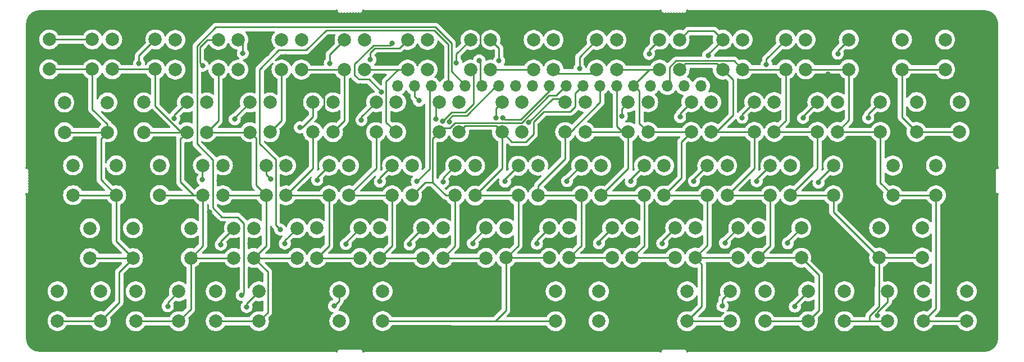
<source format=gbr>
%TF.GenerationSoftware,KiCad,Pcbnew,7.0.9*%
%TF.CreationDate,2024-12-06T21:36:11-05:00*%
%TF.ProjectId,panel,70616e65-6c2e-46b6-9963-61645f706362,rev?*%
%TF.SameCoordinates,Original*%
%TF.FileFunction,Copper,L1,Top*%
%TF.FilePolarity,Positive*%
%FSLAX46Y46*%
G04 Gerber Fmt 4.6, Leading zero omitted, Abs format (unit mm)*
G04 Created by KiCad (PCBNEW 7.0.9) date 2024-12-06 21:36:11*
%MOMM*%
%LPD*%
G01*
G04 APERTURE LIST*
%TA.AperFunction,ComponentPad*%
%ADD10C,2.000000*%
%TD*%
%TA.AperFunction,ComponentPad*%
%ADD11R,1.700000X1.700000*%
%TD*%
%TA.AperFunction,ComponentPad*%
%ADD12O,1.700000X1.700000*%
%TD*%
%TA.AperFunction,ViaPad*%
%ADD13C,0.800000*%
%TD*%
%TA.AperFunction,Conductor*%
%ADD14C,0.250000*%
%TD*%
G04 APERTURE END LIST*
D10*
%TO.P,SW63,1,1*%
%TO.N,Board_0-Net-(D63-A)*%
X180934000Y-48429000D03*
X187434000Y-48429000D03*
%TO.P,SW63,2,2*%
%TO.N,Board_0-/col10*%
X180934000Y-52929000D03*
X187434000Y-52929000D03*
%TD*%
%TO.P,SW11,1,1*%
%TO.N,Board_0-Net-(D11-A)*%
X109577000Y-57863000D03*
X116077000Y-57863000D03*
%TO.P,SW11,2,2*%
%TO.N,Board_0-/col2*%
X109577000Y-62363000D03*
X116077000Y-62363000D03*
%TD*%
%TO.P,SW43,1,1*%
%TO.N,Board_0-Net-(D43-A)*%
X145258000Y-29447000D03*
X151758000Y-29447000D03*
%TO.P,SW43,2,2*%
%TO.N,Board_0-/col7*%
X145258000Y-33947000D03*
X151758000Y-33947000D03*
%TD*%
%TO.P,SW66,1,1*%
%TO.N,Board_0-Net-(D66-A)*%
X198616000Y-67397000D03*
X205116000Y-67397000D03*
%TO.P,SW66,2,2*%
%TO.N,Board_0-/col11*%
X198616000Y-71897000D03*
X205116000Y-71897000D03*
%TD*%
%TO.P,SW14,1,1*%
%TO.N,Board_0-Net-(D14-A)*%
X112004000Y-38879000D03*
X118504000Y-38879000D03*
%TO.P,SW14,2,2*%
%TO.N,Board_0-/col3*%
X112004000Y-43379000D03*
X118504000Y-43379000D03*
%TD*%
%TO.P,SW4,1,1*%
%TO.N,Board_0-Net-(D4-A)*%
X82336000Y-48387000D03*
X88836000Y-48387000D03*
%TO.P,SW4,2,2*%
%TO.N,Board_0-/col0*%
X82336000Y-52887000D03*
X88836000Y-52887000D03*
%TD*%
%TO.P,SW33,1,1*%
%TO.N,Board_0-Net-(D33-A)*%
X133425000Y-48431000D03*
X139925000Y-48431000D03*
%TO.P,SW33,2,2*%
%TO.N,Board_0-/col5*%
X133425000Y-52931000D03*
X139925000Y-52931000D03*
%TD*%
%TO.P,SW17,1,1*%
%TO.N,Board_0-Net-(D17-A)*%
X103847000Y-67394000D03*
X110347000Y-67394000D03*
%TO.P,SW17,2,2*%
%TO.N,Board_0-/col2*%
X103847000Y-71894000D03*
X110347000Y-71894000D03*
%TD*%
%TO.P,SW32,1,1*%
%TO.N,Board_0-Net-(D32-A)*%
X140512000Y-38866000D03*
X147012000Y-38866000D03*
%TO.P,SW32,2,2*%
%TO.N,Board_0-/col6*%
X140512000Y-43366000D03*
X147012000Y-43366000D03*
%TD*%
%TO.P,SW22,1,1*%
%TO.N,Board_0-Net-(D22-A)*%
X128584000Y-57856000D03*
X135084000Y-57856000D03*
%TO.P,SW22,2,2*%
%TO.N,Board_0-/col4*%
X128584000Y-62356000D03*
X135084000Y-62356000D03*
%TD*%
%TO.P,SW39,1,1*%
%TO.N,Board_0-Net-(D39-A)*%
X142928000Y-48448000D03*
X149428000Y-48448000D03*
%TO.P,SW39,2,2*%
%TO.N,Board_0-/col6*%
X142928000Y-52948000D03*
X149428000Y-52948000D03*
%TD*%
%TO.P,SW30,1,1*%
%TO.N,Board_0-/col6*%
X128982000Y-71874000D03*
X122482000Y-71874000D03*
%TO.P,SW30,2,2*%
%TO.N,Board_0-Net-(D41-A)*%
X128982000Y-67374000D03*
X122482000Y-67374000D03*
%TD*%
%TO.P,SW56,1,1*%
%TO.N,Board_0-Net-(D56-A)*%
X178520000Y-38854000D03*
X185020000Y-38854000D03*
%TO.P,SW56,2,2*%
%TO.N,Board_0-/col10*%
X178520000Y-43354000D03*
X185020000Y-43354000D03*
%TD*%
%TO.P,SW44,1,1*%
%TO.N,Board_0-Net-(D44-A)*%
X159516000Y-38862000D03*
X166016000Y-38862000D03*
%TO.P,SW44,2,2*%
%TO.N,Board_0-/col8*%
X159516000Y-43362000D03*
X166016000Y-43362000D03*
%TD*%
%TO.P,SW15,1,1*%
%TO.N,Board_0-Net-(D15-A)*%
X104917000Y-48396000D03*
X111417000Y-48396000D03*
%TO.P,SW15,2,2*%
%TO.N,Board_0-/col2*%
X104917000Y-52896000D03*
X111417000Y-52896000D03*
%TD*%
%TO.P,SW9,1,1*%
%TO.N,Board_0-Net-(D9-A)*%
X102497000Y-38887000D03*
X108997000Y-38887000D03*
%TO.P,SW9,2,2*%
%TO.N,Board_0-/col2*%
X102497000Y-43387000D03*
X108997000Y-43387000D03*
%TD*%
%TO.P,SW29,1,1*%
%TO.N,Board_0-Net-(D29-A)*%
X183258000Y-29419000D03*
X189758000Y-29419000D03*
%TO.P,SW29,2,2*%
%TO.N,Board_0-/col11*%
X183258000Y-33919000D03*
X189758000Y-33919000D03*
%TD*%
%TO.P,SW26,1,1*%
%TO.N,Board_0-Net-(D26-A)*%
X131009000Y-38871000D03*
X137509000Y-38871000D03*
%TO.P,SW26,2,2*%
%TO.N,Board_0-/col5*%
X131009000Y-43371000D03*
X137509000Y-43371000D03*
%TD*%
%TO.P,SW74,1,1*%
%TO.N,Board_0-Net-(D74-A)*%
X205899000Y-48407000D03*
X212399000Y-48407000D03*
%TO.P,SW74,2,2*%
%TO.N,Board_0-/col12*%
X205899000Y-52907000D03*
X212399000Y-52907000D03*
%TD*%
%TO.P,SW21,1,1*%
%TO.N,Board_0-Net-(D21-A)*%
X114419000Y-48407000D03*
X120919000Y-48407000D03*
%TO.P,SW21,2,2*%
%TO.N,Board_0-/col3*%
X114419000Y-52907000D03*
X120919000Y-52907000D03*
%TD*%
%TO.P,SW7,1,1*%
%TO.N,Board_0-Net-(D7-A)*%
X92992000Y-38896000D03*
X99492000Y-38896000D03*
%TO.P,SW7,2,2*%
%TO.N,Board_0-/col1*%
X92992000Y-43396000D03*
X99492000Y-43396000D03*
%TD*%
%TO.P,SW57,1,1*%
%TO.N,Board_0-Net-(D57-A)*%
X171432000Y-48434000D03*
X177932000Y-48434000D03*
%TO.P,SW57,2,2*%
%TO.N,Board_0-/col9*%
X171432000Y-52934000D03*
X177932000Y-52934000D03*
%TD*%
%TO.P,SW55,1,1*%
%TO.N,Board_0-Net-(D55-A)*%
X164249000Y-29435000D03*
X170749000Y-29435000D03*
%TO.P,SW55,2,2*%
%TO.N,Board_0-/col9*%
X164249000Y-33935000D03*
X170749000Y-33935000D03*
%TD*%
%TO.P,SW45,1,1*%
%TO.N,Board_0-Net-(D45-A)*%
X152428000Y-48440000D03*
X158928000Y-48440000D03*
%TO.P,SW45,2,2*%
%TO.N,Board_0-/col7*%
X152428000Y-52940000D03*
X158928000Y-52940000D03*
%TD*%
%TO.P,SW8,1,1*%
%TO.N,Board_0-Net-(D8-A)*%
X88230000Y-29395000D03*
X94730000Y-29395000D03*
%TO.P,SW8,2,2*%
%TO.N,Board_0-/col1*%
X88230000Y-33895000D03*
X94730000Y-33895000D03*
%TD*%
%TO.P,SW59,1,1*%
%TO.N,Board_0-Net-(D59-A)*%
X174889000Y-67398000D03*
X181389000Y-67398000D03*
%TO.P,SW59,2,2*%
%TO.N,Board_0-/col9*%
X174889000Y-71898000D03*
X181389000Y-71898000D03*
%TD*%
%TO.P,SW12,1,1*%
%TO.N,Board_0-Net-(D12-A)*%
X91772000Y-67398000D03*
X98272000Y-67398000D03*
%TO.P,SW12,2,2*%
%TO.N,Board_0-/col1*%
X91772000Y-71898000D03*
X98272000Y-71898000D03*
%TD*%
%TO.P,SW3,1,1*%
%TO.N,Board_0-Net-(D3-A)*%
X81018000Y-38899000D03*
X87518000Y-38899000D03*
%TO.P,SW3,2,2*%
%TO.N,Board_0-/col0*%
X81018000Y-43399000D03*
X87518000Y-43399000D03*
%TD*%
%TO.P,SW65,1,1*%
%TO.N,Board_0-Net-(D65-A)*%
X186623000Y-67395000D03*
X193123000Y-67395000D03*
%TO.P,SW65,2,2*%
%TO.N,Board_0-/col10*%
X186623000Y-71895000D03*
X193123000Y-71895000D03*
%TD*%
%TO.P,SW41,1,1*%
%TO.N,Board_0-Net-(D41-A)*%
X155077000Y-67399000D03*
X161577000Y-67399000D03*
%TO.P,SW41,2,2*%
%TO.N,Board_0-/col6*%
X155077000Y-71899000D03*
X161577000Y-71899000D03*
%TD*%
%TO.P,SW31,1,1*%
%TO.N,Board_0-Net-(D31-A)*%
X126260000Y-29441000D03*
X132760000Y-29441000D03*
%TO.P,SW31,2,2*%
%TO.N,Board_0-/col5*%
X126260000Y-33941000D03*
X132760000Y-33941000D03*
%TD*%
D11*
%TO.P,J2,1,Pin_1*%
%TO.N,Board_0-GND*%
X179540000Y-36422000D03*
D12*
%TO.P,J2,2,Pin_2*%
%TO.N,Board_0-/col13*%
X177000000Y-36422000D03*
%TO.P,J2,3,Pin_3*%
%TO.N,Board_0-/col12*%
X174460000Y-36422000D03*
%TO.P,J2,4,Pin_4*%
%TO.N,Board_0-/col11*%
X171920000Y-36422000D03*
%TO.P,J2,5,Pin_5*%
%TO.N,Board_0-/col10*%
X169380000Y-36422000D03*
%TO.P,J2,6,Pin_6*%
%TO.N,Board_0-/col9*%
X166840000Y-36422000D03*
%TO.P,J2,7,Pin_7*%
%TO.N,Board_0-/col8*%
X164300000Y-36422000D03*
%TO.P,J2,8,Pin_8*%
%TO.N,Board_0-/col7*%
X161760000Y-36422000D03*
%TO.P,J2,9,Pin_9*%
%TO.N,Board_0-/col6*%
X159220000Y-36422000D03*
%TO.P,J2,10,Pin_10*%
%TO.N,Board_0-/col5*%
X156680000Y-36422000D03*
%TO.P,J2,11,Pin_11*%
%TO.N,Board_0-/col4*%
X154140000Y-36422000D03*
%TO.P,J2,12,Pin_12*%
%TO.N,Board_0-/col3*%
X151600000Y-36422000D03*
%TO.P,J2,13,Pin_13*%
%TO.N,Board_0-/col2*%
X149060000Y-36422000D03*
%TO.P,J2,14,Pin_14*%
%TO.N,Board_0-/col1*%
X146520000Y-36422000D03*
%TO.P,J2,15,Pin_15*%
%TO.N,Board_0-/col0*%
X143980000Y-36422000D03*
%TO.P,J2,16,Pin_16*%
%TO.N,Board_0-/row4*%
X141440000Y-36422000D03*
%TO.P,J2,17,Pin_17*%
%TO.N,Board_0-/row3*%
X138900000Y-36422000D03*
%TO.P,J2,18,Pin_18*%
%TO.N,Board_0-/row2*%
X136360000Y-36422000D03*
%TO.P,J2,19,Pin_19*%
%TO.N,Board_0-/row1*%
X133820000Y-36422000D03*
%TO.P,J2,20,Pin_20*%
%TO.N,Board_0-/row0*%
X131280000Y-36422000D03*
%TD*%
D10*
%TO.P,SW23,1,1*%
%TO.N,Board_0-Net-(D23-A)*%
X100076000Y-57869000D03*
X106576000Y-57869000D03*
%TO.P,SW23,2,2*%
%TO.N,Board_0-/col1*%
X100076000Y-62369000D03*
X106576000Y-62369000D03*
%TD*%
%TO.P,SW13,1,1*%
%TO.N,Board_0-Net-(D13-A)*%
X97737000Y-29440000D03*
X104237000Y-29440000D03*
%TO.P,SW13,2,2*%
%TO.N,Board_0-/col2*%
X97737000Y-33940000D03*
X104237000Y-33940000D03*
%TD*%
%TO.P,SW28,1,1*%
%TO.N,Board_0-Net-(D28-A)*%
X138085000Y-57856000D03*
X144585000Y-57856000D03*
%TO.P,SW28,2,2*%
%TO.N,Board_0-/col5*%
X138085000Y-62356000D03*
X144585000Y-62356000D03*
%TD*%
%TO.P,SW2,1,1*%
%TO.N,Board_0-Net-(D2-A)*%
X78743000Y-29392000D03*
X85243000Y-29392000D03*
%TO.P,SW2,2,2*%
%TO.N,Board_0-/col0*%
X78743000Y-33892000D03*
X85243000Y-33892000D03*
%TD*%
%TO.P,SW58,1,1*%
%TO.N,Board_0-Net-(D58-A)*%
X203831000Y-57819000D03*
X210331000Y-57819000D03*
%TO.P,SW58,2,2*%
%TO.N,Board_0-/col11*%
X203831000Y-62319000D03*
X210331000Y-62319000D03*
%TD*%
%TO.P,SW20,1,1*%
%TO.N,Board_0-Net-(D20-A)*%
X121506000Y-38874000D03*
X128006000Y-38874000D03*
%TO.P,SW20,2,2*%
%TO.N,Board_0-/col4*%
X121506000Y-43374000D03*
X128006000Y-43374000D03*
%TD*%
%TO.P,SW50,1,1*%
%TO.N,Board_0-Net-(D50-A)*%
X169020000Y-38857000D03*
X175520000Y-38857000D03*
%TO.P,SW50,2,2*%
%TO.N,Board_0-/col9*%
X169020000Y-43357000D03*
X175520000Y-43357000D03*
%TD*%
%TO.P,SW35,1,1*%
%TO.N,Board_0-Net-(D35-A)*%
X197529000Y-38838000D03*
X204029000Y-38838000D03*
%TO.P,SW35,2,2*%
%TO.N,Board_0-/col12*%
X197529000Y-43338000D03*
X204029000Y-43338000D03*
%TD*%
%TO.P,SW24,1,1*%
%TO.N,Board_0-Net-(D24-A)*%
X185597000Y-57827000D03*
X192097000Y-57827000D03*
%TO.P,SW24,2,2*%
%TO.N,Board_0-/col10*%
X185597000Y-62327000D03*
X192097000Y-62327000D03*
%TD*%
%TO.P,SW34,1,1*%
%TO.N,Board_0-Net-(D34-A)*%
X147587000Y-57845000D03*
X154087000Y-57845000D03*
%TO.P,SW34,2,2*%
%TO.N,Board_0-/col6*%
X147587000Y-62345000D03*
X154087000Y-62345000D03*
%TD*%
%TO.P,SW73,1,1*%
%TO.N,Board_0-Net-(D73-A)*%
X209458000Y-38833000D03*
X215958000Y-38833000D03*
%TO.P,SW73,2,2*%
%TO.N,Board_0-/col13*%
X209458000Y-43333000D03*
X215958000Y-43333000D03*
%TD*%
%TO.P,SW52,1,1*%
%TO.N,Board_0-Net-(D52-A)*%
X176096000Y-57822000D03*
X182596000Y-57822000D03*
%TO.P,SW52,2,2*%
%TO.N,Board_0-/col9*%
X176096000Y-62322000D03*
X182596000Y-62322000D03*
%TD*%
%TO.P,SW37,1,1*%
%TO.N,Board_0-Net-(D37-A)*%
X135750000Y-29439000D03*
X142250000Y-29439000D03*
%TO.P,SW37,2,2*%
%TO.N,Board_0-/col6*%
X135750000Y-33939000D03*
X142250000Y-33939000D03*
%TD*%
%TO.P,SW40,1,1*%
%TO.N,Board_0-Net-(D40-A)*%
X157089000Y-57839000D03*
X163589000Y-57839000D03*
%TO.P,SW40,2,2*%
%TO.N,Board_0-/col7*%
X157089000Y-62339000D03*
X163589000Y-62339000D03*
%TD*%
%TO.P,SW67,1,1*%
%TO.N,Board_0-Net-(D67-A)*%
X192765000Y-29416000D03*
X199265000Y-29416000D03*
%TO.P,SW67,2,2*%
%TO.N,Board_0-/col12*%
X192765000Y-33916000D03*
X199265000Y-33916000D03*
%TD*%
%TO.P,SW49,1,1*%
%TO.N,Board_0-Net-(D49-A)*%
X154757000Y-29449000D03*
X161257000Y-29449000D03*
%TO.P,SW49,2,2*%
%TO.N,Board_0-/col8*%
X154757000Y-33949000D03*
X161257000Y-33949000D03*
%TD*%
%TO.P,SW1,1,1*%
%TO.N,Board_0-Net-(D1-A)*%
X210545000Y-67383000D03*
X217045000Y-67383000D03*
%TO.P,SW1,2,2*%
%TO.N,Board_0-/col12*%
X210545000Y-71883000D03*
X217045000Y-71883000D03*
%TD*%
%TO.P,SW51,1,1*%
%TO.N,Board_0-Net-(D51-A)*%
X161928000Y-48440000D03*
X168428000Y-48440000D03*
%TO.P,SW51,2,2*%
%TO.N,Board_0-/col8*%
X161928000Y-52940000D03*
X168428000Y-52940000D03*
%TD*%
%TO.P,SW18,1,1*%
%TO.N,Board_0-Net-(D18-A)*%
X190437000Y-48425000D03*
X196937000Y-48425000D03*
%TO.P,SW18,2,2*%
%TO.N,Board_0-/col11*%
X190437000Y-52925000D03*
X196937000Y-52925000D03*
%TD*%
%TO.P,SW72,1,1*%
%TO.N,Board_0-Net-(D72-A)*%
X207276000Y-29417000D03*
X213776000Y-29417000D03*
%TO.P,SW72,2,2*%
%TO.N,Board_0-/col13*%
X207276000Y-33917000D03*
X213776000Y-33917000D03*
%TD*%
%TO.P,SW5,1,1*%
%TO.N,Board_0-Net-(D5-A)*%
X84881000Y-57871000D03*
X91381000Y-57871000D03*
%TO.P,SW5,2,2*%
%TO.N,Board_0-/col0*%
X84881000Y-62371000D03*
X91381000Y-62371000D03*
%TD*%
%TO.P,SW6,1,1*%
%TO.N,Board_0-Net-(D6-A)*%
X79991000Y-67369000D03*
X86491000Y-67369000D03*
%TO.P,SW6,2,2*%
%TO.N,Board_0-/col0*%
X79991000Y-71869000D03*
X86491000Y-71869000D03*
%TD*%
%TO.P,SW25,1,1*%
%TO.N,Board_0-Net-(D25-A)*%
X116747000Y-29439000D03*
X123247000Y-29439000D03*
%TO.P,SW25,2,2*%
%TO.N,Board_0-/col4*%
X116747000Y-33939000D03*
X123247000Y-33939000D03*
%TD*%
%TO.P,SW38,1,1*%
%TO.N,Board_0-Net-(D38-A)*%
X150013000Y-38864000D03*
X156513000Y-38864000D03*
%TO.P,SW38,2,2*%
%TO.N,Board_0-/col7*%
X150013000Y-43364000D03*
X156513000Y-43364000D03*
%TD*%
%TO.P,SW27,1,1*%
%TO.N,Board_0-Net-(D27-A)*%
X123921000Y-48421000D03*
X130421000Y-48421000D03*
%TO.P,SW27,2,2*%
%TO.N,Board_0-/col4*%
X123921000Y-52921000D03*
X130421000Y-52921000D03*
%TD*%
%TO.P,SW19,1,1*%
%TO.N,Board_0-Net-(D19-A)*%
X107253000Y-29428000D03*
X113753000Y-29428000D03*
%TO.P,SW19,2,2*%
%TO.N,Board_0-/col3*%
X107253000Y-33928000D03*
X113753000Y-33928000D03*
%TD*%
%TO.P,SW10,1,1*%
%TO.N,Board_0-Net-(D10-A)*%
X95406000Y-48379000D03*
X101906000Y-48379000D03*
%TO.P,SW10,2,2*%
%TO.N,Board_0-/col1*%
X95406000Y-52879000D03*
X101906000Y-52879000D03*
%TD*%
%TO.P,SW61,1,1*%
%TO.N,Board_0-Net-(D61-A)*%
X173755000Y-29427000D03*
X180255000Y-29427000D03*
%TO.P,SW61,2,2*%
%TO.N,Board_0-/col10*%
X173755000Y-33927000D03*
X180255000Y-33927000D03*
%TD*%
%TO.P,SW46,1,1*%
%TO.N,Board_0-Net-(D46-A)*%
X166594000Y-57831000D03*
X173094000Y-57831000D03*
%TO.P,SW46,2,2*%
%TO.N,Board_0-/col8*%
X166594000Y-62331000D03*
X173094000Y-62331000D03*
%TD*%
%TO.P,SW16,1,1*%
%TO.N,Board_0-Net-(D16-A)*%
X119084000Y-57858000D03*
X125584000Y-57858000D03*
%TO.P,SW16,2,2*%
%TO.N,Board_0-/col3*%
X119084000Y-62358000D03*
X125584000Y-62358000D03*
%TD*%
%TO.P,SW62,1,1*%
%TO.N,Board_0-Net-(D62-A)*%
X188024000Y-38847000D03*
X194524000Y-38847000D03*
%TO.P,SW62,2,2*%
%TO.N,Board_0-/col11*%
X188024000Y-43347000D03*
X194524000Y-43347000D03*
%TD*%
D13*
%TO.N,Board_0-Net-(D9-A)*%
X106698000Y-41434000D03*
%TO.N,Board_0-Net-(D8-A)*%
X92268000Y-33014000D03*
%TO.N,Board_0-Net-(D7-A)*%
X97602000Y-41287000D03*
%TO.N,Board_0-Net-(D67-A)*%
X197608000Y-31547000D03*
%TO.N,Board_0-Net-(D66-A)*%
X203585000Y-71002000D03*
%TO.N,Board_0-Net-(D65-A)*%
X191128000Y-69700000D03*
%TO.N,Board_0-Net-(D63-A)*%
X185371000Y-50797000D03*
%TO.N,Board_0-Net-(D62-A)*%
X192371000Y-41238000D03*
%TO.N,Board_0-Net-(D61-A)*%
X178080000Y-31788000D03*
%TO.N,Board_0-Net-(D59-A)*%
X180213000Y-69607000D03*
%TO.N,Board_0-Net-(D57-A)*%
X175908000Y-50773000D03*
%TO.N,Board_0-Net-(D56-A)*%
X183198000Y-41190000D03*
%TO.N,Board_0-Net-(D55-A)*%
X169166000Y-31571500D03*
%TO.N,Board_0-Net-(D52-A)*%
X180591000Y-60091000D03*
%TO.N,Board_0-Net-(D51-A)*%
X166398000Y-50821000D03*
%TO.N,Board_0-Net-(D50-A)*%
X173832000Y-41094000D03*
%TO.N,Board_0-Net-(D49-A)*%
X158658000Y-33771500D03*
%TO.N,Board_0-Net-(D46-A)*%
X171153000Y-60163000D03*
%TO.N,Board_0-Net-(D45-A)*%
X156790000Y-50773000D03*
%TO.N,Board_0-Net-(D44-A)*%
X165048500Y-40933000D03*
%TO.N,Board_0-Net-(D43-A)*%
X146539000Y-32626000D03*
%TO.N,Board_0-Net-(D41-A)*%
X121667000Y-69617000D03*
%TO.N,Board_0-Net-(D40-A)*%
X161594000Y-60139000D03*
%TO.N,Board_0-Net-(D39-A)*%
X147449000Y-50821000D03*
%TO.N,Board_0-Net-(D38-A)*%
X151002997Y-41941997D03*
%TO.N,Board_0-Net-(D37-A)*%
X140098500Y-32910500D03*
%TO.N,Board_0-Net-(D35-A)*%
X202195000Y-41238000D03*
%TO.N,Board_0-Net-(D34-A)*%
X152252000Y-60211000D03*
%TO.N,Board_0-Net-(D33-A)*%
X138107000Y-50870000D03*
%TO.N,Board_0-Net-(D32-A)*%
X146061755Y-41238500D03*
%TO.N,Board_0-Net-(D31-A)*%
X127123000Y-32460500D03*
%TO.N,Board_0-Net-(D29-A)*%
X186835000Y-33194500D03*
%TO.N,Board_0-Net-(D28-A)*%
X142597000Y-60163000D03*
%TO.N,Board_0-Net-(D27-A)*%
X128572000Y-50821000D03*
%TO.N,Board_0-Net-(D26-A)*%
X137016000Y-41395500D03*
%TO.N,Board_0-Net-(D25-A)*%
X121030201Y-33014201D03*
%TO.N,Board_0-Net-(D24-A)*%
X190053000Y-60139000D03*
%TO.N,Board_0-Net-(D23-A)*%
X104603000Y-60356000D03*
%TO.N,Board_0-Net-(D22-A)*%
X133062000Y-60308000D03*
%TO.N,Board_0-Net-(D21-A)*%
X119134000Y-50604000D03*
%TO.N,Board_0-Net-(D20-A)*%
X125799000Y-41556000D03*
%TO.N,Board_0-Net-(D19-A)*%
X107914000Y-31489500D03*
%TO.N,Board_0-Net-(D18-A)*%
X194688000Y-50990000D03*
%TO.N,Board_0-Net-(D17-A)*%
X108489000Y-69746000D03*
%TO.N,Board_0-Net-(D16-A)*%
X123455000Y-60260000D03*
%TO.N,Board_0-Net-(D15-A)*%
X112110000Y-50456500D03*
%TO.N,Board_0-Net-(D14-A)*%
X116510000Y-42654500D03*
%TO.N,Board_0-Net-(D13-A)*%
X101874000Y-33343000D03*
%TO.N,Board_0-Net-(D12-A)*%
X96613000Y-69650000D03*
%TO.N,Board_0-Net-(D11-A)*%
X114258000Y-60187000D03*
%TO.N,Board_0-Net-(D10-A)*%
X101836000Y-50507000D03*
%TO.N,Board_0-GND*%
X163261000Y-41436000D03*
X117476000Y-60430000D03*
X102419000Y-36085000D03*
X151344000Y-31664000D03*
X128334000Y-35083000D03*
X104309000Y-50729000D03*
X120144000Y-41525000D03*
X186179000Y-41313000D03*
X144166000Y-60191000D03*
X107071000Y-60234000D03*
X119519000Y-36409000D03*
X89480000Y-38911000D03*
X196486000Y-36609000D03*
X125706000Y-55568000D03*
X164555000Y-55335000D03*
X140341000Y-46055000D03*
X147326000Y-54337000D03*
X166467000Y-41396000D03*
X107428000Y-45733000D03*
X191980000Y-27095000D03*
X114333000Y-31988000D03*
X159965000Y-46055000D03*
X102805000Y-45602000D03*
X155064000Y-41576000D03*
X137713000Y-45689000D03*
X188769000Y-46088000D03*
X183447000Y-55368000D03*
X172808000Y-31714000D03*
X140241000Y-50678000D03*
X111325000Y-29525000D03*
X109017000Y-60225000D03*
X151350000Y-45589000D03*
X107180000Y-55035000D03*
X105653000Y-31988000D03*
X99961000Y-41111000D03*
X130461000Y-32714000D03*
X196095000Y-34655000D03*
X131593000Y-45822000D03*
X99918000Y-45703000D03*
X131804000Y-51117000D03*
X169145000Y-45589000D03*
X109142000Y-36276000D03*
X109823000Y-64787000D03*
X112193000Y-36530000D03*
X102865000Y-55453000D03*
X117381000Y-32008000D03*
X187606000Y-29262000D03*
X154710000Y-55235000D03*
X97272000Y-38851000D03*
X174001000Y-55834000D03*
X135851000Y-55268000D03*
X122812000Y-45705000D03*
X187173000Y-36509000D03*
X162768000Y-31927000D03*
X150286000Y-50845000D03*
X116992000Y-55401000D03*
X177688000Y-29403000D03*
X200544000Y-47552000D03*
X113765000Y-45822000D03*
X196938000Y-29342000D03*
X131847000Y-41501000D03*
X111567000Y-31584000D03*
X125670000Y-36388000D03*
X106738000Y-38992000D03*
X178990000Y-45556000D03*
%TO.N,Board_0-/row4*%
X107749000Y-67959000D03*
%TO.N,Board_0-/row3*%
X113562000Y-58074000D03*
%TO.N,Board_0-/row2*%
X134154000Y-50831000D03*
%TO.N,Board_0-/row1*%
X134452000Y-38628000D03*
%TO.N,Board_0-/row0*%
X128780500Y-37289000D03*
X130428000Y-29975000D03*
%TO.N,Board_0-/col6*%
X138012000Y-41758000D03*
%TO.N,Board_0-/col4*%
X147136000Y-41219000D03*
%TO.N,Board_0-/col1*%
X139055299Y-41776701D03*
%TO.N,Board_0-/col0*%
X143549000Y-32559000D03*
%TD*%
D14*
%TO.N,Board_0-Net-(D9-A)*%
X106698000Y-41186000D02*
X108997000Y-38887000D01*
X106698000Y-41434000D02*
X106698000Y-41186000D01*
%TO.N,Board_0-Net-(D8-A)*%
X92268000Y-33014000D02*
X92268000Y-31857000D01*
X92268000Y-31857000D02*
X94730000Y-29395000D01*
%TO.N,Board_0-Net-(D7-A)*%
X97602000Y-41287000D02*
X97602000Y-40786000D01*
X97602000Y-40786000D02*
X99492000Y-38896000D01*
%TO.N,Board_0-Net-(D67-A)*%
X197608000Y-31547000D02*
X197608000Y-31073000D01*
X197608000Y-31073000D02*
X199265000Y-29416000D01*
%TO.N,Board_0-Net-(D66-A)*%
X205116000Y-68989396D02*
X205116000Y-67397000D01*
X203585000Y-70520396D02*
X205116000Y-68989396D01*
X203585000Y-71002000D02*
X203585000Y-70520396D01*
%TO.N,Board_0-Net-(D65-A)*%
X191128000Y-69390000D02*
X193123000Y-67395000D01*
X191128000Y-69700000D02*
X191128000Y-69390000D01*
%TO.N,Board_0-Net-(D63-A)*%
X185371000Y-50492000D02*
X187434000Y-48429000D01*
X185371000Y-50797000D02*
X185371000Y-50492000D01*
%TO.N,Board_0-Net-(D62-A)*%
X192371000Y-41238000D02*
X192371000Y-41000000D01*
X192371000Y-41000000D02*
X194524000Y-38847000D01*
%TO.N,Board_0-Net-(D61-A)*%
X180255000Y-29427000D02*
X178946802Y-28118802D01*
X178946802Y-28118802D02*
X175063198Y-28118802D01*
X178080000Y-31788000D02*
X178080000Y-31602000D01*
X175063198Y-28118802D02*
X173755000Y-29427000D01*
X178080000Y-31602000D02*
X180255000Y-29427000D01*
%TO.N,Board_0-Net-(D59-A)*%
X180213000Y-68574000D02*
X181389000Y-67398000D01*
X180213000Y-69607000D02*
X180213000Y-68574000D01*
%TO.N,Board_0-Net-(D57-A)*%
X175908000Y-50773000D02*
X175908000Y-50458000D01*
X175908000Y-50458000D02*
X177932000Y-48434000D01*
%TO.N,Board_0-Net-(D56-A)*%
X183198000Y-40676000D02*
X185020000Y-38854000D01*
X183198000Y-41190000D02*
X183198000Y-40676000D01*
%TO.N,Board_0-Net-(D55-A)*%
X169166000Y-31571500D02*
X169166000Y-31018000D01*
X169166000Y-31018000D02*
X170749000Y-29435000D01*
%TO.N,Board_0-Net-(D52-A)*%
X180591000Y-60091000D02*
X180591000Y-59827000D01*
X180591000Y-59827000D02*
X182596000Y-57822000D01*
%TO.N,Board_0-Net-(D51-A)*%
X166398000Y-50470000D02*
X168428000Y-48440000D01*
X166398000Y-50821000D02*
X166398000Y-50470000D01*
%TO.N,Board_0-Net-(D50-A)*%
X173832000Y-41094000D02*
X173832000Y-40545000D01*
X173832000Y-40545000D02*
X175520000Y-38857000D01*
%TO.N,Board_0-Net-(D49-A)*%
X158658000Y-33771500D02*
X158658000Y-32048000D01*
X158658000Y-32048000D02*
X161257000Y-29449000D01*
%TO.N,Board_0-Net-(D46-A)*%
X171153000Y-60163000D02*
X171153000Y-59772000D01*
X171153000Y-59772000D02*
X173094000Y-57831000D01*
%TO.N,Board_0-Net-(D45-A)*%
X156790000Y-50773000D02*
X156790000Y-50578000D01*
X156790000Y-50578000D02*
X158928000Y-48440000D01*
%TO.N,Board_0-Net-(D44-A)*%
X165048500Y-40933000D02*
X165048500Y-39829500D01*
X165048500Y-39829500D02*
X166016000Y-38862000D01*
%TO.N,Board_0-Net-(D43-A)*%
X146539000Y-30728000D02*
X145258000Y-29447000D01*
X146539000Y-32626000D02*
X146539000Y-30728000D01*
%TO.N,Board_0-Net-(D41-A)*%
X121667000Y-69617000D02*
X122482000Y-68802000D01*
X129178000Y-67570000D02*
X128982000Y-67374000D01*
X122482000Y-68802000D02*
X122482000Y-67374000D01*
%TO.N,Board_0-Net-(D40-A)*%
X161594000Y-60139000D02*
X161594000Y-59834000D01*
X161594000Y-59834000D02*
X163589000Y-57839000D01*
%TO.N,Board_0-Net-(D39-A)*%
X147449000Y-50821000D02*
X147449000Y-50427000D01*
X147449000Y-50427000D02*
X149428000Y-48448000D01*
%TO.N,Board_0-Net-(D38-A)*%
X155968000Y-38319000D02*
X156513000Y-38864000D01*
X154625994Y-38319000D02*
X155968000Y-38319000D01*
X151002997Y-41941997D02*
X154625994Y-38319000D01*
%TO.N,Board_0-Net-(D37-A)*%
X140098500Y-32910500D02*
X140098500Y-31590500D01*
X140098500Y-31590500D02*
X142250000Y-29439000D01*
%TO.N,Board_0-Net-(D35-A)*%
X202195000Y-41238000D02*
X202195000Y-40672000D01*
X202195000Y-40672000D02*
X204029000Y-38838000D01*
%TO.N,Board_0-Net-(D34-A)*%
X152252000Y-59680000D02*
X154087000Y-57845000D01*
X152252000Y-60211000D02*
X152252000Y-59680000D01*
%TO.N,Board_0-Net-(D33-A)*%
X138107000Y-50249000D02*
X139925000Y-48431000D01*
X138107000Y-50870000D02*
X138107000Y-50249000D01*
%TO.N,Board_0-Net-(D32-A)*%
X146061755Y-39816245D02*
X147012000Y-38866000D01*
X146061755Y-41238500D02*
X146061755Y-39816245D01*
%TO.N,Board_0-Net-(D31-A)*%
X127123000Y-32460500D02*
X127123000Y-31413396D01*
X127813396Y-30723000D02*
X131478000Y-30723000D01*
X131478000Y-30723000D02*
X132760000Y-29441000D01*
X127123000Y-31413396D02*
X127813396Y-30723000D01*
%TO.N,Board_0-Net-(D29-A)*%
X186835000Y-32342000D02*
X189758000Y-29419000D01*
X186835000Y-33194500D02*
X186835000Y-32342000D01*
%TO.N,Board_0-Net-(D28-A)*%
X142597000Y-59844000D02*
X144585000Y-57856000D01*
X142597000Y-60163000D02*
X142597000Y-59844000D01*
%TO.N,Board_0-Net-(D27-A)*%
X128572000Y-50270000D02*
X130421000Y-48421000D01*
X128572000Y-50821000D02*
X128572000Y-50270000D01*
%TO.N,Board_0-Net-(D26-A)*%
X137016000Y-41395500D02*
X137016000Y-39364000D01*
X137016000Y-39364000D02*
X137509000Y-38871000D01*
%TO.N,Board_0-Net-(D25-A)*%
X121030201Y-33014201D02*
X121030201Y-31655799D01*
X121030201Y-31655799D02*
X123247000Y-29439000D01*
%TO.N,Board_0-Net-(D24-A)*%
X190053000Y-59871000D02*
X192097000Y-57827000D01*
X190053000Y-60139000D02*
X190053000Y-59871000D01*
%TO.N,Board_0-Net-(D23-A)*%
X104603000Y-59842000D02*
X106576000Y-57869000D01*
X104603000Y-60356000D02*
X104603000Y-59842000D01*
%TO.N,Board_0-Net-(D22-A)*%
X133062000Y-59878000D02*
X135084000Y-57856000D01*
X133062000Y-60308000D02*
X133062000Y-59878000D01*
%TO.N,Board_0-Net-(D21-A)*%
X119134000Y-50192000D02*
X120919000Y-48407000D01*
X119134000Y-50604000D02*
X119134000Y-50192000D01*
%TO.N,Board_0-Net-(D20-A)*%
X125799000Y-41556000D02*
X125799000Y-41081000D01*
X125799000Y-41081000D02*
X128006000Y-38874000D01*
%TO.N,Board_0-Net-(D2-A)*%
X78807000Y-29392000D02*
X78888000Y-29311000D01*
X78743000Y-29392000D02*
X85243000Y-29392000D01*
%TO.N,Board_0-Net-(D19-A)*%
X107914000Y-31489500D02*
X107914000Y-30089000D01*
X107914000Y-30089000D02*
X107253000Y-29428000D01*
%TO.N,Board_0-Net-(D18-A)*%
X194688000Y-50674000D02*
X196937000Y-48425000D01*
X194688000Y-50990000D02*
X194688000Y-50674000D01*
%TO.N,Board_0-Net-(D17-A)*%
X108489000Y-69746000D02*
X108489000Y-69252000D01*
X108489000Y-69252000D02*
X110347000Y-67394000D01*
%TO.N,Board_0-Net-(D16-A)*%
X123455000Y-59987000D02*
X125584000Y-57858000D01*
X123455000Y-60260000D02*
X123455000Y-59987000D01*
%TO.N,Board_0-Net-(D15-A)*%
X112110000Y-50456500D02*
X111417000Y-49763500D01*
X111417000Y-49763500D02*
X111417000Y-48396000D01*
%TO.N,Board_0-Net-(D14-A)*%
X116510000Y-42654500D02*
X116868500Y-42654500D01*
X116868500Y-42654500D02*
X118504000Y-41019000D01*
X118504000Y-41019000D02*
X118504000Y-38879000D01*
%TO.N,Board_0-Net-(D13-A)*%
X102582396Y-29440000D02*
X104237000Y-29440000D01*
X101874000Y-33343000D02*
X101454000Y-32923000D01*
X101454000Y-30568396D02*
X102582396Y-29440000D01*
X101454000Y-32923000D02*
X101454000Y-30568396D01*
%TO.N,Board_0-Net-(D12-A)*%
X96613000Y-69057000D02*
X98272000Y-67398000D01*
X96613000Y-69650000D02*
X96613000Y-69057000D01*
%TO.N,Board_0-Net-(D11-A)*%
X114258000Y-59682000D02*
X116077000Y-57863000D01*
X114258000Y-60187000D02*
X114258000Y-59682000D01*
%TO.N,Board_0-Net-(D10-A)*%
X101836000Y-50507000D02*
X101836000Y-48449000D01*
X101836000Y-48449000D02*
X101906000Y-48379000D01*
%TO.N,Board_0-GND*%
X120144000Y-41525000D02*
X120144000Y-37034000D01*
X143737000Y-31290000D02*
X144517000Y-32070000D01*
X143737000Y-28141000D02*
X143737000Y-31290000D01*
X143481000Y-27885000D02*
X143737000Y-28141000D01*
X120144000Y-37034000D02*
X119519000Y-36409000D01*
%TO.N,Board_0-/row4*%
X141464000Y-36295000D02*
X139374000Y-34205000D01*
X101004000Y-45155000D02*
X103406000Y-47557000D01*
X139374000Y-29954604D02*
X136947396Y-27528000D01*
X101004000Y-30382000D02*
X101004000Y-45155000D01*
X139374000Y-34205000D02*
X139374000Y-29954604D01*
X108072000Y-57100000D02*
X108072000Y-67636000D01*
X103858000Y-27528000D02*
X101004000Y-30382000D01*
X108072000Y-67636000D02*
X107749000Y-67959000D01*
X103406000Y-54797000D02*
X104792000Y-56183000D01*
X136947396Y-27528000D02*
X103858000Y-27528000D01*
X104792000Y-56183000D02*
X107155000Y-56183000D01*
X107155000Y-56183000D02*
X108072000Y-57100000D01*
X103406000Y-47557000D02*
X103406000Y-54797000D01*
%TO.N,Board_0-/row3*%
X110453000Y-33910000D02*
X110453000Y-45095000D01*
X112875000Y-47517000D02*
X112875000Y-57387000D01*
X113344000Y-31019000D02*
X110453000Y-33910000D01*
X138924000Y-36295000D02*
X138924000Y-30141000D01*
X112875000Y-57387000D02*
X113562000Y-58074000D01*
X138924000Y-30141000D02*
X136761000Y-27978000D01*
X110453000Y-45095000D02*
X112875000Y-47517000D01*
X120479167Y-27978000D02*
X117438167Y-31019000D01*
X136761000Y-27978000D02*
X120479167Y-27978000D01*
X117438167Y-31019000D02*
X113344000Y-31019000D01*
%TO.N,Board_0-/row2*%
X136059000Y-36620000D02*
X136059000Y-48926000D01*
X136384000Y-36295000D02*
X136059000Y-36620000D01*
X136059000Y-48926000D02*
X134154000Y-50831000D01*
%TO.N,Board_0-/row1*%
X133844000Y-38020000D02*
X134452000Y-38628000D01*
X133844000Y-36295000D02*
X133844000Y-38020000D01*
%TO.N,Board_0-/row0*%
X125401000Y-35419000D02*
X124782000Y-34800000D01*
X128780500Y-37289000D02*
X126910500Y-35419000D01*
X127627000Y-30273000D02*
X130130000Y-30273000D01*
X130130000Y-30273000D02*
X130428000Y-29975000D01*
X126910500Y-35419000D02*
X125401000Y-35419000D01*
X124782000Y-34800000D02*
X124782000Y-33118000D01*
X124782000Y-33118000D02*
X127627000Y-30273000D01*
%TO.N,Board_0-/col9*%
X169020000Y-43357000D02*
X167695000Y-42032000D01*
X166864000Y-36295000D02*
X169224000Y-33935000D01*
X171432000Y-52934000D02*
X177932000Y-52934000D01*
X174043000Y-50323000D02*
X174043000Y-44834000D01*
X174889000Y-71898000D02*
X181389000Y-71898000D01*
X174043000Y-44834000D02*
X175520000Y-43357000D01*
X164249000Y-33935000D02*
X170749000Y-33935000D01*
X177096000Y-63322000D02*
X176096000Y-62322000D01*
X177096000Y-69691000D02*
X177096000Y-63322000D01*
X167695000Y-37126000D02*
X166864000Y-36295000D01*
X169224000Y-33935000D02*
X170749000Y-33935000D01*
X177932000Y-60486000D02*
X177932000Y-52934000D01*
X174889000Y-71898000D02*
X177096000Y-69691000D01*
X176096000Y-62322000D02*
X177932000Y-60486000D01*
X171432000Y-52934000D02*
X174043000Y-50323000D01*
X176096000Y-62322000D02*
X182596000Y-62322000D01*
X167695000Y-42032000D02*
X167695000Y-37126000D01*
X169020000Y-43357000D02*
X175520000Y-43357000D01*
%TO.N,Board_0-/col8*%
X154757000Y-33949000D02*
X155304000Y-34496000D01*
X166016000Y-43362000D02*
X165163000Y-43362000D01*
X165163000Y-43362000D02*
X164324000Y-42523000D01*
X159516000Y-43362000D02*
X166016000Y-43362000D01*
X161928000Y-52940000D02*
X168428000Y-52940000D01*
X168428000Y-60497000D02*
X166594000Y-62331000D01*
X166016000Y-48852000D02*
X161928000Y-52940000D01*
X166016000Y-43362000D02*
X166016000Y-48852000D01*
X155304000Y-34496000D02*
X160710000Y-34496000D01*
X160710000Y-34496000D02*
X161257000Y-33949000D01*
X168428000Y-52940000D02*
X168428000Y-60497000D01*
X166594000Y-62331000D02*
X173094000Y-62331000D01*
X164324000Y-42523000D02*
X164324000Y-36295000D01*
%TO.N,Board_0-/col7*%
X157089000Y-62339000D02*
X163589000Y-62339000D01*
X161784000Y-36295000D02*
X161784000Y-38888000D01*
X156513000Y-43364000D02*
X156513000Y-47412000D01*
X157308000Y-43364000D02*
X156513000Y-43364000D01*
X156513000Y-47412000D02*
X152428000Y-51497000D01*
X158928000Y-60500000D02*
X157089000Y-62339000D01*
X158928000Y-52940000D02*
X158928000Y-60500000D01*
X145258000Y-33947000D02*
X151758000Y-33947000D01*
X152428000Y-52940000D02*
X158928000Y-52940000D01*
X152428000Y-51497000D02*
X152428000Y-52940000D01*
X161784000Y-38888000D02*
X157308000Y-43364000D01*
%TO.N,Board_0-/col6*%
X150596000Y-44846000D02*
X148492000Y-44846000D01*
X139479000Y-71896000D02*
X139457000Y-71874000D01*
X149428000Y-60504000D02*
X147587000Y-62345000D01*
X142928000Y-52948000D02*
X149428000Y-52948000D01*
X138012000Y-41758000D02*
X139372000Y-40398000D01*
X145979000Y-71896000D02*
X145982000Y-71899000D01*
X157284000Y-40271000D02*
X153310390Y-40271000D01*
X151727997Y-43714003D02*
X150596000Y-44846000D01*
X147587000Y-62345000D02*
X147587000Y-70288000D01*
X141465000Y-42413000D02*
X146059000Y-42413000D01*
X139479000Y-71896000D02*
X145979000Y-71896000D01*
X146059000Y-42413000D02*
X147012000Y-43366000D01*
X151727997Y-41853393D02*
X151727997Y-43714003D01*
X158026000Y-39529000D02*
X157284000Y-40271000D01*
X147012000Y-48864000D02*
X142928000Y-52948000D01*
X145982000Y-71899000D02*
X155077000Y-71899000D01*
X148492000Y-44846000D02*
X147012000Y-43366000D01*
X139372000Y-40398000D02*
X141453604Y-40398000D01*
X139457000Y-71874000D02*
X128982000Y-71874000D01*
X147587000Y-62345000D02*
X154087000Y-62345000D01*
X149428000Y-52948000D02*
X149428000Y-60504000D01*
X142722000Y-34411000D02*
X142250000Y-33939000D01*
X147587000Y-70288000D02*
X145979000Y-71896000D01*
X141453604Y-40398000D02*
X142722000Y-39129604D01*
X153310390Y-40271000D02*
X151727997Y-41853393D01*
X158026000Y-37513000D02*
X158026000Y-39529000D01*
X140512000Y-43366000D02*
X141465000Y-42413000D01*
X142722000Y-39129604D02*
X142722000Y-34411000D01*
X159244000Y-36295000D02*
X158026000Y-37513000D01*
X147012000Y-43366000D02*
X147012000Y-48864000D01*
%TO.N,Board_0-/col5*%
X126260000Y-33941000D02*
X132760000Y-33941000D01*
X139925000Y-52931000D02*
X138510787Y-52931000D01*
X139915000Y-41963000D02*
X139165000Y-42713000D01*
X139165000Y-42713000D02*
X138167000Y-42713000D01*
X138085000Y-62356000D02*
X139925000Y-60516000D01*
X129505000Y-35744000D02*
X131308000Y-33941000D01*
X131009000Y-43371000D02*
X129505000Y-41867000D01*
X135426787Y-50929213D02*
X136509000Y-50929213D01*
X131308000Y-33941000D02*
X132760000Y-33941000D01*
X154051396Y-37869000D02*
X149957396Y-41963000D01*
X149957396Y-41963000D02*
X139915000Y-41963000D01*
X155130000Y-37869000D02*
X154051396Y-37869000D01*
X138510787Y-52931000D02*
X136509000Y-50929213D01*
X129505000Y-41867000D02*
X129505000Y-35744000D01*
X138085000Y-62356000D02*
X144585000Y-62356000D01*
X136509000Y-44371000D02*
X137509000Y-43371000D01*
X133425000Y-52931000D02*
X135426787Y-50929213D01*
X138167000Y-42713000D02*
X137509000Y-43371000D01*
X136509000Y-50929213D02*
X136509000Y-44371000D01*
X156704000Y-36295000D02*
X155130000Y-37869000D01*
X139925000Y-60516000D02*
X139925000Y-52931000D01*
%TO.N,Board_0-/col4*%
X128584000Y-62356000D02*
X135084000Y-62356000D01*
X123247000Y-41633000D02*
X123247000Y-33939000D01*
X147430000Y-41513000D02*
X149771000Y-41513000D01*
X154164000Y-37120000D02*
X154164000Y-36295000D01*
X130421000Y-52921000D02*
X123921000Y-52921000D01*
X149771000Y-41513000D02*
X154164000Y-37120000D01*
X128584000Y-62356000D02*
X130421000Y-60519000D01*
X123921000Y-52921000D02*
X128006000Y-48836000D01*
X116747000Y-33939000D02*
X123247000Y-33939000D01*
X128006000Y-48836000D02*
X128006000Y-43374000D01*
X147136000Y-41219000D02*
X147430000Y-41513000D01*
X121506000Y-43374000D02*
X123247000Y-41633000D01*
X130421000Y-60519000D02*
X130421000Y-52921000D01*
%TO.N,Board_0-/col3*%
X118504000Y-43379000D02*
X118504000Y-48822000D01*
X120919000Y-60523000D02*
X119084000Y-62358000D01*
X114419000Y-52907000D02*
X120919000Y-52907000D01*
X120919000Y-52907000D02*
X120919000Y-60523000D01*
X119084000Y-62358000D02*
X125584000Y-62358000D01*
X113753000Y-41630000D02*
X113753000Y-33928000D01*
X112004000Y-43379000D02*
X113753000Y-41630000D01*
X118504000Y-48822000D02*
X114419000Y-52907000D01*
%TO.N,Board_0-/col2*%
X111417000Y-52896000D02*
X109910000Y-51389000D01*
X111672000Y-70569000D02*
X111672000Y-64458000D01*
X109910000Y-44300000D02*
X108997000Y-43387000D01*
X111417000Y-52896000D02*
X104917000Y-52896000D01*
X111417000Y-60523000D02*
X111417000Y-52896000D01*
X104237000Y-41647000D02*
X104237000Y-33940000D01*
X108997000Y-43387000D02*
X102497000Y-43387000D01*
X111672000Y-64458000D02*
X109577000Y-62363000D01*
X109910000Y-51389000D02*
X109910000Y-44300000D01*
X109577000Y-62363000D02*
X111417000Y-60523000D01*
X103213000Y-43387000D02*
X102497000Y-43387000D01*
X110347000Y-71894000D02*
X111672000Y-70569000D01*
X103847000Y-71894000D02*
X110347000Y-71894000D01*
X116077000Y-62363000D02*
X109577000Y-62363000D01*
X102497000Y-43387000D02*
X104237000Y-41647000D01*
%TO.N,Board_0-/col13*%
X207276000Y-41151000D02*
X207276000Y-33917000D01*
X209458000Y-43333000D02*
X215958000Y-43333000D01*
X209458000Y-43333000D02*
X207276000Y-41151000D01*
X207276000Y-33917000D02*
X213776000Y-33917000D01*
%TO.N,Board_0-/col12*%
X199265000Y-33916000D02*
X192765000Y-33916000D01*
X199265000Y-41602000D02*
X197529000Y-43338000D01*
X212399000Y-70029000D02*
X212399000Y-52907000D01*
X197529000Y-43338000D02*
X204029000Y-43338000D01*
X210545000Y-71883000D02*
X217045000Y-71883000D01*
X210545000Y-71883000D02*
X212399000Y-70029000D01*
X205899000Y-52907000D02*
X212399000Y-52907000D01*
X199265000Y-33916000D02*
X199265000Y-41602000D01*
X204029000Y-43338000D02*
X204029000Y-51037000D01*
X204029000Y-51037000D02*
X205899000Y-52907000D01*
%TO.N,Board_0-/col11*%
X188024000Y-43347000D02*
X194524000Y-43347000D01*
X190437000Y-52925000D02*
X196937000Y-52925000D01*
X203791000Y-69678000D02*
X202381000Y-71088000D01*
X203791000Y-66848167D02*
X203791000Y-69678000D01*
X203831000Y-62319000D02*
X210331000Y-62319000D01*
X188024000Y-43347000D02*
X189758000Y-41613000D01*
X203831000Y-66808167D02*
X203791000Y-66848167D01*
X181941000Y-32602000D02*
X183258000Y-33919000D01*
X196937000Y-52925000D02*
X196937000Y-55425000D01*
X183258000Y-33919000D02*
X189758000Y-33919000D01*
X172223000Y-36016000D02*
X172223000Y-33574000D01*
X196937000Y-55425000D02*
X203831000Y-62319000D01*
X190437000Y-52925000D02*
X194524000Y-48838000D01*
X202381000Y-71088000D02*
X202381000Y-71897000D01*
X173195000Y-32602000D02*
X181941000Y-32602000D01*
X172223000Y-33574000D02*
X173195000Y-32602000D01*
X171944000Y-36295000D02*
X172223000Y-36016000D01*
X198616000Y-71897000D02*
X202381000Y-71897000D01*
X189758000Y-41613000D02*
X189758000Y-33919000D01*
X194524000Y-48838000D02*
X194524000Y-43347000D01*
X203831000Y-62319000D02*
X203831000Y-66808167D01*
X202381000Y-71897000D02*
X205116000Y-71897000D01*
%TO.N,Board_0-/col10*%
X192097000Y-62327000D02*
X194741000Y-64971000D01*
X187434000Y-52929000D02*
X187434000Y-60490000D01*
X187434000Y-60490000D02*
X185597000Y-62327000D01*
X186623000Y-71895000D02*
X193123000Y-71895000D01*
X187434000Y-52929000D02*
X180934000Y-52929000D01*
X194741000Y-70277000D02*
X193123000Y-71895000D01*
X180255000Y-33927000D02*
X181787000Y-35459000D01*
X179380000Y-33052000D02*
X174630000Y-33052000D01*
X180255000Y-33927000D02*
X179380000Y-33052000D01*
X185020000Y-48843000D02*
X180934000Y-52929000D01*
X185020000Y-43354000D02*
X185020000Y-48843000D01*
X179269000Y-43354000D02*
X178520000Y-43354000D01*
X178520000Y-43354000D02*
X185020000Y-43354000D01*
X185597000Y-62327000D02*
X192097000Y-62327000D01*
X194741000Y-64971000D02*
X194741000Y-70277000D01*
X181787000Y-40836000D02*
X179269000Y-43354000D01*
X174630000Y-33052000D02*
X173755000Y-33927000D01*
X181787000Y-35459000D02*
X181787000Y-40836000D01*
%TO.N,Board_0-/col1*%
X95406000Y-52879000D02*
X100453000Y-52879000D01*
X100453000Y-52879000D02*
X100472394Y-52859606D01*
X94730000Y-33895000D02*
X94730000Y-39440305D01*
X100491787Y-52879000D02*
X101906000Y-52879000D01*
X88230000Y-33895000D02*
X94730000Y-33895000D01*
X139055299Y-41776701D02*
X139055299Y-41351097D01*
X94730000Y-39440305D02*
X98685695Y-43396000D01*
X141640000Y-40848000D02*
X146193000Y-36295000D01*
X92992000Y-43396000D02*
X99492000Y-43396000D01*
X100076000Y-62369000D02*
X100076000Y-70094000D01*
X101906000Y-60539000D02*
X100076000Y-62369000D01*
X101906000Y-52879000D02*
X101906000Y-60539000D01*
X98492000Y-50879213D02*
X100472394Y-52859606D01*
X106576000Y-62369000D02*
X100076000Y-62369000D01*
X100076000Y-70094000D02*
X98272000Y-71898000D01*
X146193000Y-36295000D02*
X146544000Y-36295000D01*
X98272000Y-71898000D02*
X91772000Y-71898000D01*
X99492000Y-43396000D02*
X98492000Y-44396000D01*
X98685695Y-43396000D02*
X99492000Y-43396000D01*
X98492000Y-44396000D02*
X98492000Y-50879213D01*
X139055299Y-41351097D02*
X139558396Y-40848000D01*
X139558396Y-40848000D02*
X141640000Y-40848000D01*
X100472394Y-52859606D02*
X100491787Y-52879000D01*
%TO.N,Board_0-/col0*%
X86075000Y-33892000D02*
X85243000Y-33892000D01*
X85243000Y-39919000D02*
X87518000Y-42194000D01*
X87518000Y-42194000D02*
X87518000Y-43399000D01*
X78743000Y-33892000D02*
X85243000Y-33892000D01*
X81018000Y-43399000D02*
X87518000Y-43399000D01*
X143670000Y-32680000D02*
X143549000Y-32559000D01*
X84881000Y-62371000D02*
X91381000Y-62371000D01*
X88836000Y-59826000D02*
X91381000Y-62371000D01*
X89286000Y-69074000D02*
X86491000Y-71869000D01*
X86518000Y-44399000D02*
X86518000Y-50569000D01*
X85243000Y-33892000D02*
X85243000Y-39919000D01*
X144004000Y-36295000D02*
X143670000Y-35961000D01*
X91381000Y-62371000D02*
X89286000Y-64466000D01*
X143670000Y-35961000D02*
X143670000Y-32680000D01*
X82336000Y-52887000D02*
X88836000Y-52887000D01*
X86518000Y-50569000D02*
X88836000Y-52887000D01*
X88836000Y-52887000D02*
X88836000Y-59826000D01*
X87518000Y-43399000D02*
X86518000Y-44399000D01*
X79991000Y-71869000D02*
X86491000Y-71869000D01*
X89286000Y-64466000D02*
X89286000Y-69074000D01*
%TD*%
%TA.AperFunction,Conductor*%
%TO.N,Board_0-GND*%
G36*
X108880515Y-63692216D02*
G01*
X108972190Y-63741828D01*
X109207386Y-63822571D01*
X109452665Y-63863500D01*
X109701335Y-63863500D01*
X109946614Y-63822571D01*
X110026287Y-63795218D01*
X110096082Y-63792068D01*
X110154229Y-63824819D01*
X111010181Y-64680771D01*
X111043666Y-64742094D01*
X111046500Y-64768452D01*
X111046500Y-65874006D01*
X111026815Y-65941045D01*
X110974011Y-65986800D01*
X110904853Y-65996744D01*
X110882237Y-65991287D01*
X110716616Y-65934429D01*
X110471335Y-65893500D01*
X110222665Y-65893500D01*
X109977383Y-65934429D01*
X109742197Y-66015169D01*
X109742188Y-66015172D01*
X109523493Y-66133524D01*
X109340475Y-66275973D01*
X109327256Y-66286262D01*
X109324495Y-66289261D01*
X109158833Y-66469217D01*
X109022826Y-66677393D01*
X108935056Y-66877490D01*
X108890100Y-66930976D01*
X108823364Y-66951666D01*
X108756036Y-66932991D01*
X108709493Y-66880881D01*
X108697500Y-66827680D01*
X108697500Y-63801272D01*
X108717185Y-63734233D01*
X108769989Y-63688478D01*
X108839147Y-63678534D01*
X108880515Y-63692216D01*
G37*
%TD.AperFunction*%
%TA.AperFunction,Conductor*%
G36*
X112247703Y-57541080D02*
G01*
X112285477Y-57599858D01*
X112285576Y-57600198D01*
X112296380Y-57637387D01*
X112306580Y-57654634D01*
X112315138Y-57672103D01*
X112322514Y-57690732D01*
X112349898Y-57728423D01*
X112353106Y-57733307D01*
X112376827Y-57773416D01*
X112376833Y-57773424D01*
X112390990Y-57787580D01*
X112403627Y-57802375D01*
X112415406Y-57818587D01*
X112440087Y-57839005D01*
X112451309Y-57848288D01*
X112455620Y-57852210D01*
X112623038Y-58019628D01*
X112656523Y-58080951D01*
X112658678Y-58094347D01*
X112661251Y-58118824D01*
X112676326Y-58262256D01*
X112676327Y-58262259D01*
X112734818Y-58442277D01*
X112734821Y-58442284D01*
X112829467Y-58606216D01*
X112939071Y-58727943D01*
X112956129Y-58746888D01*
X113109265Y-58858148D01*
X113109270Y-58858151D01*
X113282192Y-58935142D01*
X113282197Y-58935144D01*
X113467354Y-58974500D01*
X113467355Y-58974500D01*
X113656644Y-58974500D01*
X113656646Y-58974500D01*
X113785962Y-58947013D01*
X113855628Y-58952329D01*
X113911362Y-58994466D01*
X113935467Y-59060046D01*
X113920290Y-59128247D01*
X113899423Y-59155984D01*
X113874208Y-59181199D01*
X113861951Y-59191020D01*
X113862134Y-59191241D01*
X113856123Y-59196213D01*
X113808772Y-59246636D01*
X113787889Y-59267519D01*
X113787877Y-59267532D01*
X113783621Y-59273017D01*
X113779837Y-59277447D01*
X113747937Y-59311418D01*
X113747936Y-59311420D01*
X113738284Y-59328976D01*
X113727610Y-59345226D01*
X113715329Y-59361061D01*
X113715324Y-59361068D01*
X113696815Y-59403838D01*
X113694245Y-59409084D01*
X113671802Y-59449908D01*
X113666820Y-59469311D01*
X113660523Y-59487704D01*
X113654361Y-59501947D01*
X113632705Y-59535683D01*
X113525470Y-59654778D01*
X113525465Y-59654785D01*
X113430821Y-59818715D01*
X113430818Y-59818722D01*
X113372327Y-59998740D01*
X113372326Y-59998744D01*
X113352540Y-60187000D01*
X113372326Y-60375256D01*
X113372327Y-60375259D01*
X113430818Y-60555277D01*
X113430821Y-60555284D01*
X113525467Y-60719216D01*
X113634416Y-60840216D01*
X113652129Y-60859888D01*
X113805265Y-60971148D01*
X113805270Y-60971151D01*
X113978192Y-61048142D01*
X113978197Y-61048144D01*
X114163354Y-61087500D01*
X114163355Y-61087500D01*
X114352644Y-61087500D01*
X114352646Y-61087500D01*
X114537803Y-61048144D01*
X114710730Y-60971151D01*
X114863871Y-60859888D01*
X114990533Y-60719216D01*
X115085179Y-60555284D01*
X115143674Y-60375256D01*
X115163460Y-60187000D01*
X115143674Y-59998744D01*
X115089210Y-59831125D01*
X115087216Y-59761285D01*
X115119459Y-59705129D01*
X115499771Y-59324817D01*
X115561093Y-59291334D01*
X115627712Y-59295218D01*
X115661590Y-59306849D01*
X115707385Y-59322571D01*
X115952665Y-59363500D01*
X116201335Y-59363500D01*
X116446614Y-59322571D01*
X116681810Y-59241828D01*
X116900509Y-59123474D01*
X117096744Y-58970738D01*
X117265164Y-58787785D01*
X117401173Y-58579607D01*
X117468041Y-58427162D01*
X117512996Y-58373678D01*
X117579732Y-58352988D01*
X117647059Y-58371662D01*
X117693603Y-58423772D01*
X117695152Y-58427164D01*
X117759826Y-58574606D01*
X117895833Y-58782782D01*
X117907803Y-58795785D01*
X118064256Y-58965738D01*
X118260491Y-59118474D01*
X118260493Y-59118475D01*
X118477641Y-59235990D01*
X118479190Y-59236828D01*
X118714386Y-59317571D01*
X118959665Y-59358500D01*
X119208335Y-59358500D01*
X119453614Y-59317571D01*
X119688810Y-59236828D01*
X119907509Y-59118474D01*
X120093339Y-58973835D01*
X120158331Y-58948194D01*
X120226871Y-58961760D01*
X120277196Y-59010229D01*
X120293500Y-59071690D01*
X120293500Y-60212546D01*
X120273815Y-60279585D01*
X120257181Y-60300227D01*
X119661228Y-60896179D01*
X119599905Y-60929664D01*
X119533284Y-60925779D01*
X119453616Y-60898429D01*
X119208335Y-60857500D01*
X118959665Y-60857500D01*
X118714383Y-60898429D01*
X118479197Y-60979169D01*
X118479188Y-60979172D01*
X118260493Y-61097524D01*
X118064257Y-61250261D01*
X117895833Y-61433217D01*
X117759827Y-61641391D01*
X117692959Y-61793836D01*
X117648003Y-61847321D01*
X117581267Y-61868011D01*
X117513939Y-61849336D01*
X117467396Y-61797226D01*
X117465850Y-61793842D01*
X117401173Y-61646393D01*
X117392430Y-61633011D01*
X117265166Y-61438217D01*
X117235706Y-61406215D01*
X117096744Y-61255262D01*
X116900509Y-61102526D01*
X116900507Y-61102525D01*
X116900506Y-61102524D01*
X116681811Y-60984172D01*
X116681802Y-60984169D01*
X116446616Y-60903429D01*
X116201335Y-60862500D01*
X115952665Y-60862500D01*
X115707383Y-60903429D01*
X115472197Y-60984169D01*
X115472188Y-60984172D01*
X115253493Y-61102524D01*
X115063681Y-61250261D01*
X115057256Y-61255262D01*
X115046452Y-61266997D01*
X114888833Y-61438217D01*
X114752824Y-61646396D01*
X114745405Y-61663311D01*
X114700449Y-61716797D01*
X114633713Y-61737486D01*
X114631850Y-61737500D01*
X111386453Y-61737500D01*
X111319414Y-61717815D01*
X111273659Y-61665011D01*
X111263715Y-61595853D01*
X111292740Y-61532297D01*
X111298772Y-61525819D01*
X111422376Y-61402215D01*
X111800788Y-61023801D01*
X111813042Y-61013986D01*
X111812859Y-61013764D01*
X111818866Y-61008792D01*
X111818877Y-61008786D01*
X111853624Y-60971784D01*
X111866227Y-60958364D01*
X111876671Y-60947918D01*
X111887120Y-60937471D01*
X111891379Y-60931978D01*
X111895152Y-60927561D01*
X111927062Y-60893582D01*
X111936715Y-60876020D01*
X111947389Y-60859770D01*
X111959673Y-60843936D01*
X111978180Y-60801167D01*
X111980749Y-60795924D01*
X111993397Y-60772917D01*
X112003197Y-60755092D01*
X112008177Y-60735691D01*
X112014478Y-60717288D01*
X112022438Y-60698896D01*
X112029730Y-60652849D01*
X112030911Y-60647152D01*
X112031210Y-60645988D01*
X112042500Y-60602019D01*
X112042500Y-60581983D01*
X112044027Y-60562582D01*
X112044597Y-60558983D01*
X112047160Y-60542804D01*
X112042775Y-60496415D01*
X112042500Y-60490577D01*
X112042500Y-57634793D01*
X112062185Y-57567754D01*
X112114989Y-57521999D01*
X112184147Y-57512055D01*
X112247703Y-57541080D01*
G37*
%TD.AperFunction*%
%TA.AperFunction,Conductor*%
G36*
X136265587Y-51574398D02*
G01*
X136286228Y-51591031D01*
X137154315Y-52459119D01*
X138009984Y-53314788D01*
X138019809Y-53327051D01*
X138020030Y-53326869D01*
X138025001Y-53332878D01*
X138051004Y-53357295D01*
X138075422Y-53380226D01*
X138096316Y-53401120D01*
X138101798Y-53405373D01*
X138106230Y-53409157D01*
X138140205Y-53441062D01*
X138157763Y-53450714D01*
X138174022Y-53461395D01*
X138189851Y-53473673D01*
X138232625Y-53492182D01*
X138237843Y-53494738D01*
X138278695Y-53517197D01*
X138298103Y-53522180D01*
X138316504Y-53528480D01*
X138334891Y-53536437D01*
X138371297Y-53542203D01*
X138380906Y-53543725D01*
X138386626Y-53544909D01*
X138431768Y-53556500D01*
X138451803Y-53556500D01*
X138471201Y-53558026D01*
X138479715Y-53559375D01*
X138498690Y-53562381D01*
X138498255Y-53565122D01*
X138552049Y-53582754D01*
X138595349Y-53635120D01*
X138598195Y-53641607D01*
X138600827Y-53647607D01*
X138606707Y-53656607D01*
X138736833Y-53855782D01*
X138767291Y-53888868D01*
X138905256Y-54038738D01*
X138994532Y-54108224D01*
X139098922Y-54189475D01*
X139101491Y-54191474D01*
X139132559Y-54208287D01*
X139234517Y-54263464D01*
X139284108Y-54312683D01*
X139299500Y-54372519D01*
X139299500Y-56646200D01*
X139279815Y-56713239D01*
X139227011Y-56758994D01*
X139157853Y-56768938D01*
X139099338Y-56744054D01*
X138955661Y-56632226D01*
X138908509Y-56595526D01*
X138908507Y-56595525D01*
X138908506Y-56595524D01*
X138689811Y-56477172D01*
X138689802Y-56477169D01*
X138454616Y-56396429D01*
X138209335Y-56355500D01*
X137960665Y-56355500D01*
X137715383Y-56396429D01*
X137480197Y-56477169D01*
X137480188Y-56477172D01*
X137261493Y-56595524D01*
X137065257Y-56748261D01*
X136896833Y-56931217D01*
X136760826Y-57139393D01*
X136698056Y-57282495D01*
X136653100Y-57335981D01*
X136586364Y-57356671D01*
X136519036Y-57337996D01*
X136472493Y-57285886D01*
X136470944Y-57282495D01*
X136408173Y-57139393D01*
X136272166Y-56931217D01*
X136177318Y-56828185D01*
X136103744Y-56748262D01*
X135907509Y-56595526D01*
X135907507Y-56595525D01*
X135907506Y-56595524D01*
X135688811Y-56477172D01*
X135688802Y-56477169D01*
X135453616Y-56396429D01*
X135208335Y-56355500D01*
X134959665Y-56355500D01*
X134714383Y-56396429D01*
X134479197Y-56477169D01*
X134479188Y-56477172D01*
X134260493Y-56595524D01*
X134064257Y-56748261D01*
X133895833Y-56931217D01*
X133759826Y-57139393D01*
X133659936Y-57367118D01*
X133598892Y-57608175D01*
X133598890Y-57608187D01*
X133578357Y-57855994D01*
X133578357Y-57856005D01*
X133598890Y-58103812D01*
X133598892Y-58103824D01*
X133652863Y-58316949D01*
X133650238Y-58386769D01*
X133620338Y-58435070D01*
X132678208Y-59377199D01*
X132665951Y-59387020D01*
X132666134Y-59387241D01*
X132660123Y-59392213D01*
X132612772Y-59442636D01*
X132591889Y-59463519D01*
X132591877Y-59463532D01*
X132587621Y-59469017D01*
X132583837Y-59473447D01*
X132551937Y-59507418D01*
X132551936Y-59507420D01*
X132542284Y-59524976D01*
X132531610Y-59541226D01*
X132519329Y-59557061D01*
X132519323Y-59557070D01*
X132512514Y-59572804D01*
X132471605Y-59623867D01*
X132456128Y-59635112D01*
X132456123Y-59635116D01*
X132329466Y-59775785D01*
X132234821Y-59939715D01*
X132234818Y-59939722D01*
X132176327Y-60119740D01*
X132176326Y-60119744D01*
X132156540Y-60308000D01*
X132176326Y-60496256D01*
X132176327Y-60496259D01*
X132234818Y-60676277D01*
X132234821Y-60676284D01*
X132329467Y-60840216D01*
X132450255Y-60974364D01*
X132456129Y-60980888D01*
X132609265Y-61092148D01*
X132609270Y-61092151D01*
X132782192Y-61169142D01*
X132782197Y-61169144D01*
X132967354Y-61208500D01*
X132967355Y-61208500D01*
X133156644Y-61208500D01*
X133156646Y-61208500D01*
X133341803Y-61169144D01*
X133514730Y-61092151D01*
X133667871Y-60980888D01*
X133794533Y-60840216D01*
X133889179Y-60676284D01*
X133947674Y-60496256D01*
X133967460Y-60308000D01*
X133947674Y-60119744D01*
X133911603Y-60008732D01*
X133909609Y-59938892D01*
X133941852Y-59882736D01*
X134506772Y-59317817D01*
X134568093Y-59284334D01*
X134634712Y-59288218D01*
X134686229Y-59305904D01*
X134714385Y-59315571D01*
X134959665Y-59356500D01*
X135208335Y-59356500D01*
X135453614Y-59315571D01*
X135688810Y-59234828D01*
X135907509Y-59116474D01*
X136103744Y-58963738D01*
X136272164Y-58780785D01*
X136408173Y-58572607D01*
X136456417Y-58462619D01*
X136470944Y-58429504D01*
X136515900Y-58376018D01*
X136582636Y-58355328D01*
X136649964Y-58374003D01*
X136696507Y-58426113D01*
X136698056Y-58429504D01*
X136760826Y-58572606D01*
X136896833Y-58780782D01*
X136908803Y-58793785D01*
X137065256Y-58963738D01*
X137261491Y-59116474D01*
X137334499Y-59155984D01*
X137479090Y-59234233D01*
X137480190Y-59234828D01*
X137715386Y-59315571D01*
X137960665Y-59356500D01*
X138209335Y-59356500D01*
X138454614Y-59315571D01*
X138689810Y-59234828D01*
X138908509Y-59116474D01*
X139085472Y-58978738D01*
X139099338Y-58967946D01*
X139164332Y-58942303D01*
X139232872Y-58955869D01*
X139283196Y-59004338D01*
X139299500Y-59065799D01*
X139299500Y-60205546D01*
X139279815Y-60272585D01*
X139263181Y-60293227D01*
X138662228Y-60894179D01*
X138600905Y-60927664D01*
X138534284Y-60923779D01*
X138454616Y-60896429D01*
X138209335Y-60855500D01*
X137960665Y-60855500D01*
X137715383Y-60896429D01*
X137480197Y-60977169D01*
X137480188Y-60977172D01*
X137261493Y-61095524D01*
X137065257Y-61248261D01*
X136896833Y-61431217D01*
X136760826Y-61639393D01*
X136698056Y-61782495D01*
X136653100Y-61835981D01*
X136586364Y-61856671D01*
X136519036Y-61837996D01*
X136472493Y-61785886D01*
X136470944Y-61782495D01*
X136408173Y-61639393D01*
X136272166Y-61431217D01*
X136213046Y-61366996D01*
X136103744Y-61248262D01*
X135907509Y-61095526D01*
X135907507Y-61095525D01*
X135907506Y-61095524D01*
X135688811Y-60977172D01*
X135688802Y-60977169D01*
X135453616Y-60896429D01*
X135208335Y-60855500D01*
X134959665Y-60855500D01*
X134714383Y-60896429D01*
X134479197Y-60977169D01*
X134479188Y-60977172D01*
X134260493Y-61095524D01*
X134064257Y-61248261D01*
X133895833Y-61431217D01*
X133759824Y-61639396D01*
X133752405Y-61656311D01*
X133707449Y-61709797D01*
X133640713Y-61730486D01*
X133638850Y-61730500D01*
X130393453Y-61730500D01*
X130326414Y-61710815D01*
X130280659Y-61658011D01*
X130270715Y-61588853D01*
X130299740Y-61525297D01*
X130305772Y-61518819D01*
X130679490Y-61145100D01*
X130804788Y-61019801D01*
X130817042Y-61009986D01*
X130816859Y-61009764D01*
X130822866Y-61004792D01*
X130822877Y-61004786D01*
X130859138Y-60966172D01*
X130870227Y-60954364D01*
X130880671Y-60943918D01*
X130891120Y-60933471D01*
X130895379Y-60927978D01*
X130899152Y-60923561D01*
X130931062Y-60889582D01*
X130940713Y-60872024D01*
X130951396Y-60855761D01*
X130963673Y-60839936D01*
X130982185Y-60797153D01*
X130984738Y-60791941D01*
X131007197Y-60751092D01*
X131012180Y-60731680D01*
X131018481Y-60713280D01*
X131026437Y-60694896D01*
X131033729Y-60648852D01*
X131034906Y-60643171D01*
X131046500Y-60598019D01*
X131046500Y-60577983D01*
X131048027Y-60558582D01*
X131048439Y-60555983D01*
X131051160Y-60538804D01*
X131046775Y-60492415D01*
X131046500Y-60486577D01*
X131046500Y-54362519D01*
X131066185Y-54295480D01*
X131111483Y-54253464D01*
X131157679Y-54228464D01*
X131244509Y-54181474D01*
X131440744Y-54028738D01*
X131609164Y-53845785D01*
X131745173Y-53637607D01*
X131807251Y-53496081D01*
X131852206Y-53442598D01*
X131918941Y-53421908D01*
X131986269Y-53440582D01*
X132032813Y-53492692D01*
X132034362Y-53496083D01*
X132100827Y-53647608D01*
X132236833Y-53855782D01*
X132269245Y-53890991D01*
X132405256Y-54038738D01*
X132601491Y-54191474D01*
X132645168Y-54215111D01*
X132814378Y-54306683D01*
X132820190Y-54309828D01*
X133055386Y-54390571D01*
X133300665Y-54431500D01*
X133549335Y-54431500D01*
X133794614Y-54390571D01*
X134029810Y-54309828D01*
X134248509Y-54191474D01*
X134444744Y-54038738D01*
X134613164Y-53855785D01*
X134749173Y-53647607D01*
X134849063Y-53419881D01*
X134910108Y-53178821D01*
X134911751Y-53158996D01*
X134930643Y-52931005D01*
X134930643Y-52930994D01*
X134910109Y-52683187D01*
X134910107Y-52683175D01*
X134856136Y-52470049D01*
X134858761Y-52400229D01*
X134888661Y-52351928D01*
X135050194Y-52190396D01*
X135453957Y-51786633D01*
X135649559Y-51591032D01*
X135710882Y-51557547D01*
X135737240Y-51554713D01*
X136198548Y-51554713D01*
X136265587Y-51574398D01*
G37*
%TD.AperFunction*%
%TA.AperFunction,Conductor*%
G36*
X122482393Y-53430862D02*
G01*
X122528936Y-53482973D01*
X122530485Y-53486364D01*
X122596826Y-53637606D01*
X122732833Y-53845782D01*
X122744803Y-53858785D01*
X122901256Y-54028738D01*
X123097491Y-54181474D01*
X123172321Y-54221970D01*
X123308155Y-54295480D01*
X123316190Y-54299828D01*
X123551386Y-54380571D01*
X123796665Y-54421500D01*
X124045335Y-54421500D01*
X124290614Y-54380571D01*
X124525810Y-54299828D01*
X124744509Y-54181474D01*
X124940744Y-54028738D01*
X125109164Y-53845785D01*
X125245173Y-53637607D01*
X125246892Y-53633689D01*
X125252595Y-53620689D01*
X125297551Y-53567203D01*
X125364287Y-53546514D01*
X125366150Y-53546500D01*
X128975850Y-53546500D01*
X129042889Y-53566185D01*
X129088644Y-53618989D01*
X129089405Y-53620689D01*
X129096824Y-53637603D01*
X129232833Y-53845782D01*
X129244803Y-53858785D01*
X129401256Y-54028738D01*
X129503380Y-54108224D01*
X129579503Y-54167474D01*
X129597491Y-54181474D01*
X129670422Y-54220942D01*
X129730517Y-54253464D01*
X129780108Y-54302683D01*
X129795500Y-54362519D01*
X129795500Y-56643865D01*
X129775815Y-56710904D01*
X129723011Y-56756659D01*
X129653853Y-56766603D01*
X129595338Y-56741719D01*
X129454661Y-56632226D01*
X129407509Y-56595526D01*
X129407507Y-56595525D01*
X129407506Y-56595524D01*
X129188811Y-56477172D01*
X129188802Y-56477169D01*
X128953616Y-56396429D01*
X128708335Y-56355500D01*
X128459665Y-56355500D01*
X128214383Y-56396429D01*
X127979197Y-56477169D01*
X127979188Y-56477172D01*
X127760493Y-56595524D01*
X127564257Y-56748261D01*
X127395833Y-56931217D01*
X127259827Y-57139391D01*
X127197117Y-57282356D01*
X127152160Y-57335841D01*
X127085424Y-57356531D01*
X127018097Y-57337856D01*
X126971553Y-57285746D01*
X126970005Y-57282355D01*
X126908173Y-57141393D01*
X126772166Y-56933217D01*
X126743628Y-56902217D01*
X126603744Y-56750262D01*
X126407509Y-56597526D01*
X126407507Y-56597525D01*
X126407506Y-56597524D01*
X126188811Y-56479172D01*
X126188802Y-56479169D01*
X125953616Y-56398429D01*
X125708335Y-56357500D01*
X125459665Y-56357500D01*
X125214383Y-56398429D01*
X124979197Y-56479169D01*
X124979188Y-56479172D01*
X124760493Y-56597524D01*
X124564257Y-56750261D01*
X124395833Y-56933217D01*
X124259826Y-57141393D01*
X124159936Y-57369118D01*
X124098892Y-57610175D01*
X124098890Y-57610187D01*
X124078357Y-57857994D01*
X124078357Y-57858005D01*
X124098890Y-58105812D01*
X124098892Y-58105824D01*
X124152863Y-58318949D01*
X124150238Y-58388769D01*
X124120338Y-58437070D01*
X123161445Y-59395962D01*
X123124201Y-59421560D01*
X123002267Y-59475849D01*
X122849129Y-59587111D01*
X122722466Y-59727785D01*
X122627821Y-59891715D01*
X122627818Y-59891722D01*
X122569327Y-60071740D01*
X122569326Y-60071744D01*
X122549540Y-60260000D01*
X122569326Y-60448256D01*
X122569327Y-60448259D01*
X122627818Y-60628277D01*
X122627821Y-60628284D01*
X122722467Y-60792216D01*
X122846953Y-60930471D01*
X122849129Y-60932888D01*
X123002265Y-61044148D01*
X123002270Y-61044151D01*
X123175192Y-61121142D01*
X123175197Y-61121144D01*
X123360354Y-61160500D01*
X123360355Y-61160500D01*
X123549644Y-61160500D01*
X123549646Y-61160500D01*
X123734803Y-61121144D01*
X123907730Y-61044151D01*
X124060871Y-60932888D01*
X124187533Y-60792216D01*
X124282179Y-60628284D01*
X124340674Y-60448256D01*
X124360460Y-60260000D01*
X124340674Y-60071744D01*
X124340670Y-60071733D01*
X124339626Y-60066818D01*
X124344941Y-59997151D01*
X124373233Y-59953355D01*
X125006771Y-59319817D01*
X125068092Y-59286334D01*
X125134712Y-59290218D01*
X125180493Y-59305935D01*
X125214385Y-59317571D01*
X125459665Y-59358500D01*
X125708335Y-59358500D01*
X125953614Y-59317571D01*
X126188810Y-59236828D01*
X126407509Y-59118474D01*
X126603744Y-58965738D01*
X126772164Y-58782785D01*
X126908173Y-58574607D01*
X126970882Y-58431642D01*
X127015838Y-58378158D01*
X127082574Y-58357468D01*
X127149902Y-58376142D01*
X127196445Y-58428253D01*
X127197994Y-58431643D01*
X127259827Y-58572608D01*
X127395833Y-58780782D01*
X127407803Y-58793785D01*
X127564256Y-58963738D01*
X127760491Y-59116474D01*
X127833499Y-59155984D01*
X127978090Y-59234233D01*
X127979190Y-59234828D01*
X128214386Y-59315571D01*
X128459665Y-59356500D01*
X128708335Y-59356500D01*
X128953614Y-59315571D01*
X129188810Y-59234828D01*
X129407509Y-59116474D01*
X129542588Y-59011338D01*
X129595338Y-58970281D01*
X129660332Y-58944638D01*
X129728872Y-58958205D01*
X129779196Y-59006673D01*
X129795500Y-59068134D01*
X129795500Y-60208546D01*
X129775815Y-60275585D01*
X129759181Y-60296227D01*
X129161228Y-60894179D01*
X129099905Y-60927664D01*
X129033284Y-60923779D01*
X128953616Y-60896429D01*
X128708335Y-60855500D01*
X128459665Y-60855500D01*
X128214383Y-60896429D01*
X127979197Y-60977169D01*
X127979188Y-60977172D01*
X127760493Y-61095524D01*
X127564257Y-61248261D01*
X127395833Y-61431217D01*
X127259827Y-61639391D01*
X127197117Y-61782356D01*
X127152160Y-61835841D01*
X127085424Y-61856531D01*
X127018097Y-61837856D01*
X126971553Y-61785746D01*
X126970005Y-61782355D01*
X126908173Y-61641393D01*
X126772166Y-61433217D01*
X126743628Y-61402217D01*
X126603744Y-61250262D01*
X126407509Y-61097526D01*
X126407507Y-61097525D01*
X126407506Y-61097524D01*
X126188811Y-60979172D01*
X126188802Y-60979169D01*
X125953616Y-60898429D01*
X125708335Y-60857500D01*
X125459665Y-60857500D01*
X125214383Y-60898429D01*
X124979197Y-60979169D01*
X124979188Y-60979172D01*
X124760493Y-61097524D01*
X124564257Y-61250261D01*
X124395833Y-61433217D01*
X124259824Y-61641396D01*
X124252405Y-61658311D01*
X124207449Y-61711797D01*
X124140713Y-61732486D01*
X124138850Y-61732500D01*
X120893453Y-61732500D01*
X120826414Y-61712815D01*
X120780659Y-61660011D01*
X120770715Y-61590853D01*
X120799740Y-61527297D01*
X120805772Y-61520819D01*
X120929376Y-61397215D01*
X121302788Y-61023801D01*
X121315042Y-61013986D01*
X121314859Y-61013764D01*
X121320866Y-61008792D01*
X121320877Y-61008786D01*
X121355624Y-60971784D01*
X121368227Y-60958364D01*
X121378671Y-60947918D01*
X121389120Y-60937471D01*
X121393379Y-60931978D01*
X121397152Y-60927561D01*
X121429062Y-60893582D01*
X121438715Y-60876020D01*
X121449389Y-60859770D01*
X121461673Y-60843936D01*
X121480180Y-60801167D01*
X121482749Y-60795924D01*
X121495397Y-60772917D01*
X121505197Y-60755092D01*
X121510177Y-60735691D01*
X121516478Y-60717288D01*
X121524438Y-60698896D01*
X121531730Y-60652849D01*
X121532911Y-60647152D01*
X121533210Y-60645988D01*
X121544500Y-60602019D01*
X121544500Y-60581983D01*
X121546027Y-60562582D01*
X121546597Y-60558983D01*
X121549160Y-60542804D01*
X121544775Y-60496415D01*
X121544500Y-60490577D01*
X121544500Y-54348519D01*
X121564185Y-54281480D01*
X121609483Y-54239464D01*
X121641809Y-54221970D01*
X121742509Y-54167474D01*
X121938744Y-54014738D01*
X122107164Y-53831785D01*
X122243173Y-53623607D01*
X122303373Y-53486362D01*
X122348329Y-53432878D01*
X122415065Y-53412188D01*
X122482393Y-53430862D01*
G37*
%TD.AperFunction*%
%TA.AperFunction,Conductor*%
G36*
X141488234Y-53455222D02*
G01*
X141534778Y-53507332D01*
X141536327Y-53510724D01*
X141603826Y-53664606D01*
X141739833Y-53872782D01*
X141739836Y-53872785D01*
X141908256Y-54055738D01*
X142104491Y-54208474D01*
X142206104Y-54263464D01*
X142315155Y-54322480D01*
X142323190Y-54326828D01*
X142558386Y-54407571D01*
X142803665Y-54448500D01*
X143052335Y-54448500D01*
X143297614Y-54407571D01*
X143532810Y-54326828D01*
X143751509Y-54208474D01*
X143947744Y-54055738D01*
X144116164Y-53872785D01*
X144252173Y-53664607D01*
X144255682Y-53656608D01*
X144259595Y-53647689D01*
X144304551Y-53594203D01*
X144371287Y-53573514D01*
X144373150Y-53573500D01*
X147982850Y-53573500D01*
X148049889Y-53593185D01*
X148095644Y-53645989D01*
X148096405Y-53647689D01*
X148103824Y-53664603D01*
X148239833Y-53872782D01*
X148239836Y-53872785D01*
X148408256Y-54055738D01*
X148456823Y-54093539D01*
X148604250Y-54208287D01*
X148604491Y-54208474D01*
X148641429Y-54228464D01*
X148737517Y-54280464D01*
X148787108Y-54329683D01*
X148802500Y-54389519D01*
X148802500Y-56635979D01*
X148782815Y-56703018D01*
X148730011Y-56748773D01*
X148660853Y-56758717D01*
X148602338Y-56733833D01*
X148410509Y-56584526D01*
X148410507Y-56584525D01*
X148410506Y-56584524D01*
X148191811Y-56466172D01*
X148191802Y-56466169D01*
X147956616Y-56385429D01*
X147711335Y-56344500D01*
X147462665Y-56344500D01*
X147217383Y-56385429D01*
X146982197Y-56466169D01*
X146982188Y-56466172D01*
X146763493Y-56584524D01*
X146567257Y-56737261D01*
X146398833Y-56920217D01*
X146262827Y-57128391D01*
X146197143Y-57278136D01*
X146152186Y-57331621D01*
X146085450Y-57352311D01*
X146018123Y-57333636D01*
X145971579Y-57281526D01*
X145970031Y-57278135D01*
X145909173Y-57139393D01*
X145773166Y-56931217D01*
X145678318Y-56828185D01*
X145604744Y-56748262D01*
X145408509Y-56595526D01*
X145408507Y-56595525D01*
X145408506Y-56595524D01*
X145189811Y-56477172D01*
X145189802Y-56477169D01*
X144954616Y-56396429D01*
X144709335Y-56355500D01*
X144460665Y-56355500D01*
X144215383Y-56396429D01*
X143980197Y-56477169D01*
X143980188Y-56477172D01*
X143761493Y-56595524D01*
X143565257Y-56748261D01*
X143396833Y-56931217D01*
X143260826Y-57139393D01*
X143160936Y-57367118D01*
X143099892Y-57608175D01*
X143099890Y-57608187D01*
X143079357Y-57855994D01*
X143079357Y-57856005D01*
X143099890Y-58103812D01*
X143099892Y-58103824D01*
X143153863Y-58316949D01*
X143151238Y-58386769D01*
X143121338Y-58435070D01*
X142220527Y-59335880D01*
X142183284Y-59361477D01*
X142144270Y-59378848D01*
X141991129Y-59490111D01*
X141864466Y-59630785D01*
X141769821Y-59794715D01*
X141769818Y-59794722D01*
X141711327Y-59974740D01*
X141711326Y-59974744D01*
X141691540Y-60163000D01*
X141711326Y-60351256D01*
X141711327Y-60351259D01*
X141769818Y-60531277D01*
X141769821Y-60531284D01*
X141864467Y-60695216D01*
X141965061Y-60806937D01*
X141991129Y-60835888D01*
X142144265Y-60947148D01*
X142144270Y-60947151D01*
X142317192Y-61024142D01*
X142317197Y-61024144D01*
X142502354Y-61063500D01*
X142502355Y-61063500D01*
X142691644Y-61063500D01*
X142691646Y-61063500D01*
X142876803Y-61024144D01*
X143049730Y-60947151D01*
X143202871Y-60835888D01*
X143329533Y-60695216D01*
X143424179Y-60531284D01*
X143482674Y-60351256D01*
X143502460Y-60163000D01*
X143482674Y-59974744D01*
X143473825Y-59947513D01*
X143471829Y-59877673D01*
X143504073Y-59821515D01*
X144007771Y-59317817D01*
X144069092Y-59284334D01*
X144135712Y-59288218D01*
X144172415Y-59300819D01*
X144215385Y-59315571D01*
X144460665Y-59356500D01*
X144709335Y-59356500D01*
X144954614Y-59315571D01*
X145189810Y-59234828D01*
X145408509Y-59116474D01*
X145604744Y-58963738D01*
X145773164Y-58780785D01*
X145909173Y-58572607D01*
X145974856Y-58422862D01*
X146019812Y-58369378D01*
X146086548Y-58348688D01*
X146153876Y-58367362D01*
X146200419Y-58419473D01*
X146201968Y-58422864D01*
X146262826Y-58561606D01*
X146398833Y-58769782D01*
X146422768Y-58795782D01*
X146567256Y-58952738D01*
X146763491Y-59105474D01*
X146763493Y-59105475D01*
X146921974Y-59191241D01*
X146982190Y-59223828D01*
X147217386Y-59304571D01*
X147462665Y-59345500D01*
X147711335Y-59345500D01*
X147956614Y-59304571D01*
X148191810Y-59223828D01*
X148410509Y-59105474D01*
X148602339Y-58956165D01*
X148667331Y-58930524D01*
X148735871Y-58944090D01*
X148786196Y-58992559D01*
X148802500Y-59054020D01*
X148802500Y-60193546D01*
X148782815Y-60260585D01*
X148766181Y-60281227D01*
X148164228Y-60883179D01*
X148102905Y-60916664D01*
X148036284Y-60912779D01*
X147956616Y-60885429D01*
X147711335Y-60844500D01*
X147462665Y-60844500D01*
X147217383Y-60885429D01*
X146982197Y-60966169D01*
X146982188Y-60966172D01*
X146763493Y-61084524D01*
X146567257Y-61237261D01*
X146398833Y-61420217D01*
X146262827Y-61628391D01*
X146197143Y-61778136D01*
X146152186Y-61831621D01*
X146085450Y-61852311D01*
X146018123Y-61833636D01*
X145971579Y-61781526D01*
X145970031Y-61778135D01*
X145909173Y-61639393D01*
X145773166Y-61431217D01*
X145714046Y-61366996D01*
X145604744Y-61248262D01*
X145408509Y-61095526D01*
X145408507Y-61095525D01*
X145408506Y-61095524D01*
X145189811Y-60977172D01*
X145189802Y-60977169D01*
X144954616Y-60896429D01*
X144709335Y-60855500D01*
X144460665Y-60855500D01*
X144215383Y-60896429D01*
X143980197Y-60977169D01*
X143980188Y-60977172D01*
X143761493Y-61095524D01*
X143565257Y-61248261D01*
X143396833Y-61431217D01*
X143260824Y-61639396D01*
X143253405Y-61656311D01*
X143208449Y-61709797D01*
X143141713Y-61730486D01*
X143139850Y-61730500D01*
X139894453Y-61730500D01*
X139827414Y-61710815D01*
X139781659Y-61658011D01*
X139771715Y-61588853D01*
X139800740Y-61525297D01*
X139806772Y-61518819D01*
X140180490Y-61145100D01*
X140308788Y-61016801D01*
X140321042Y-61006986D01*
X140320859Y-61006764D01*
X140326866Y-61001792D01*
X140326877Y-61001786D01*
X140358958Y-60967623D01*
X140374227Y-60951364D01*
X140384671Y-60940918D01*
X140395120Y-60930471D01*
X140399379Y-60924978D01*
X140403152Y-60920561D01*
X140435062Y-60886582D01*
X140444715Y-60869020D01*
X140455389Y-60852770D01*
X140467673Y-60836936D01*
X140486180Y-60794167D01*
X140488749Y-60788924D01*
X140492463Y-60782169D01*
X140511197Y-60748092D01*
X140516177Y-60728691D01*
X140522478Y-60710288D01*
X140530438Y-60691896D01*
X140537730Y-60645849D01*
X140538911Y-60640152D01*
X140541550Y-60629874D01*
X140550500Y-60595019D01*
X140550500Y-60574983D01*
X140552027Y-60555582D01*
X140555160Y-60535804D01*
X140551162Y-60493507D01*
X140550775Y-60489415D01*
X140550500Y-60483577D01*
X140550500Y-54372519D01*
X140570185Y-54305480D01*
X140615483Y-54263464D01*
X140633961Y-54253464D01*
X140748509Y-54191474D01*
X140944744Y-54038738D01*
X141113164Y-53855785D01*
X141249173Y-53647607D01*
X141309216Y-53510722D01*
X141354171Y-53457238D01*
X141420907Y-53436548D01*
X141488234Y-53455222D01*
G37*
%TD.AperFunction*%
%TA.AperFunction,Conductor*%
G36*
X150995218Y-53463142D02*
G01*
X151041761Y-53515253D01*
X151043310Y-53518643D01*
X151103827Y-53656608D01*
X151239833Y-53864782D01*
X151272245Y-53899991D01*
X151408256Y-54047738D01*
X151604491Y-54200474D01*
X151704564Y-54254631D01*
X151817378Y-54315683D01*
X151823190Y-54318828D01*
X152058386Y-54399571D01*
X152303665Y-54440500D01*
X152552335Y-54440500D01*
X152797614Y-54399571D01*
X153032810Y-54318828D01*
X153251509Y-54200474D01*
X153447744Y-54047738D01*
X153616164Y-53864785D01*
X153752173Y-53656607D01*
X153752175Y-53656603D01*
X153759595Y-53639689D01*
X153804551Y-53586203D01*
X153871287Y-53565514D01*
X153873150Y-53565500D01*
X157482850Y-53565500D01*
X157549889Y-53585185D01*
X157595644Y-53637989D01*
X157596405Y-53639689D01*
X157603824Y-53656603D01*
X157739833Y-53864782D01*
X157770291Y-53897868D01*
X157908256Y-54047738D01*
X158026116Y-54139472D01*
X158096779Y-54194472D01*
X158104491Y-54200474D01*
X158209177Y-54257127D01*
X158237517Y-54272464D01*
X158287108Y-54321683D01*
X158302500Y-54381519D01*
X158302500Y-56628422D01*
X158282815Y-56695461D01*
X158230011Y-56741216D01*
X158160853Y-56751160D01*
X158102338Y-56726276D01*
X158086026Y-56713580D01*
X157912509Y-56578526D01*
X157912507Y-56578525D01*
X157912506Y-56578524D01*
X157693811Y-56460172D01*
X157693802Y-56460169D01*
X157458616Y-56379429D01*
X157213335Y-56338500D01*
X156964665Y-56338500D01*
X156719383Y-56379429D01*
X156484197Y-56460169D01*
X156484188Y-56460172D01*
X156265493Y-56578524D01*
X156069257Y-56731261D01*
X155900833Y-56914217D01*
X155764826Y-57122393D01*
X155700240Y-57269635D01*
X155655284Y-57323121D01*
X155588548Y-57343811D01*
X155521220Y-57325136D01*
X155474677Y-57273026D01*
X155473128Y-57269635D01*
X155411173Y-57128393D01*
X155275166Y-56920217D01*
X155190444Y-56828185D01*
X155106744Y-56737262D01*
X154910509Y-56584526D01*
X154910507Y-56584525D01*
X154910506Y-56584524D01*
X154691811Y-56466172D01*
X154691802Y-56466169D01*
X154456616Y-56385429D01*
X154211335Y-56344500D01*
X153962665Y-56344500D01*
X153717383Y-56385429D01*
X153482197Y-56466169D01*
X153482188Y-56466172D01*
X153263493Y-56584524D01*
X153067257Y-56737261D01*
X152898833Y-56920217D01*
X152762826Y-57128393D01*
X152662936Y-57356118D01*
X152601892Y-57597175D01*
X152601890Y-57597187D01*
X152581357Y-57844994D01*
X152581357Y-57845005D01*
X152601890Y-58092812D01*
X152601892Y-58092824D01*
X152655863Y-58305949D01*
X152653238Y-58375769D01*
X152623338Y-58424070D01*
X151868208Y-59179199D01*
X151855951Y-59189020D01*
X151856134Y-59189241D01*
X151850123Y-59194213D01*
X151802772Y-59244636D01*
X151781889Y-59265519D01*
X151781877Y-59265532D01*
X151777621Y-59271017D01*
X151773837Y-59275447D01*
X151741937Y-59309418D01*
X151741936Y-59309420D01*
X151732284Y-59326976D01*
X151721610Y-59343226D01*
X151709329Y-59359061D01*
X151709324Y-59359068D01*
X151690815Y-59401838D01*
X151688245Y-59407084D01*
X151665803Y-59447906D01*
X151660822Y-59467307D01*
X151654521Y-59485710D01*
X151646562Y-59504102D01*
X151646560Y-59504109D01*
X151645862Y-59508517D01*
X151615927Y-59571650D01*
X151615541Y-59572081D01*
X151519466Y-59678785D01*
X151424821Y-59842715D01*
X151424818Y-59842722D01*
X151374125Y-59998740D01*
X151366326Y-60022744D01*
X151346540Y-60211000D01*
X151366326Y-60399256D01*
X151366327Y-60399259D01*
X151424818Y-60579277D01*
X151424821Y-60579284D01*
X151519467Y-60743216D01*
X151624781Y-60860179D01*
X151646129Y-60883888D01*
X151799265Y-60995148D01*
X151799270Y-60995151D01*
X151972192Y-61072142D01*
X151972197Y-61072144D01*
X152157354Y-61111500D01*
X152157355Y-61111500D01*
X152346644Y-61111500D01*
X152346646Y-61111500D01*
X152531803Y-61072144D01*
X152704730Y-60995151D01*
X152857871Y-60883888D01*
X152984533Y-60743216D01*
X153079179Y-60579284D01*
X153137674Y-60399256D01*
X153157460Y-60211000D01*
X153137674Y-60022744D01*
X153095100Y-59891715D01*
X153077171Y-59836535D01*
X153079796Y-59835682D01*
X153072110Y-59778495D01*
X153101718Y-59715209D01*
X153106981Y-59709607D01*
X153509771Y-59306817D01*
X153571093Y-59273334D01*
X153637712Y-59277218D01*
X153683154Y-59292819D01*
X153717385Y-59304571D01*
X153962665Y-59345500D01*
X154211335Y-59345500D01*
X154456614Y-59304571D01*
X154691810Y-59223828D01*
X154910509Y-59105474D01*
X155106744Y-58952738D01*
X155275164Y-58769785D01*
X155411173Y-58561607D01*
X155475760Y-58414361D01*
X155520715Y-58360878D01*
X155587450Y-58340188D01*
X155654778Y-58358862D01*
X155701322Y-58410972D01*
X155702871Y-58414363D01*
X155764827Y-58555608D01*
X155900833Y-58763782D01*
X155928450Y-58793782D01*
X156069256Y-58946738D01*
X156265491Y-59099474D01*
X156265493Y-59099475D01*
X156435061Y-59191241D01*
X156484190Y-59217828D01*
X156719386Y-59298571D01*
X156964665Y-59339500D01*
X157213335Y-59339500D01*
X157458614Y-59298571D01*
X157693810Y-59217828D01*
X157912509Y-59099474D01*
X158102338Y-58951724D01*
X158167332Y-58926081D01*
X158235872Y-58939647D01*
X158286196Y-58988116D01*
X158302500Y-59049577D01*
X158302500Y-60189546D01*
X158282815Y-60256585D01*
X158266181Y-60277227D01*
X157666228Y-60877179D01*
X157604905Y-60910664D01*
X157538284Y-60906779D01*
X157458616Y-60879429D01*
X157213335Y-60838500D01*
X156964665Y-60838500D01*
X156719383Y-60879429D01*
X156484197Y-60960169D01*
X156484188Y-60960172D01*
X156265493Y-61078524D01*
X156069257Y-61231261D01*
X155900833Y-61414217D01*
X155764826Y-61622393D01*
X155700240Y-61769635D01*
X155655284Y-61823121D01*
X155588548Y-61843811D01*
X155521220Y-61825136D01*
X155474677Y-61773026D01*
X155473128Y-61769635D01*
X155411173Y-61628393D01*
X155275166Y-61420217D01*
X155226172Y-61366996D01*
X155106744Y-61237262D01*
X154910509Y-61084526D01*
X154910507Y-61084525D01*
X154910506Y-61084524D01*
X154691811Y-60966172D01*
X154691802Y-60966169D01*
X154456616Y-60885429D01*
X154211335Y-60844500D01*
X153962665Y-60844500D01*
X153717383Y-60885429D01*
X153482197Y-60966169D01*
X153482188Y-60966172D01*
X153263493Y-61084524D01*
X153067257Y-61237261D01*
X152898833Y-61420217D01*
X152762824Y-61628396D01*
X152755405Y-61645311D01*
X152710449Y-61698797D01*
X152643713Y-61719486D01*
X152641850Y-61719500D01*
X149396453Y-61719500D01*
X149329414Y-61699815D01*
X149283659Y-61647011D01*
X149273715Y-61577853D01*
X149302740Y-61514297D01*
X149308772Y-61507819D01*
X149422376Y-61394215D01*
X149811788Y-61004801D01*
X149824042Y-60994986D01*
X149823859Y-60994764D01*
X149829866Y-60989792D01*
X149829877Y-60989786D01*
X149865199Y-60952172D01*
X149877227Y-60939364D01*
X149887671Y-60928918D01*
X149898120Y-60918471D01*
X149902379Y-60912978D01*
X149906152Y-60908561D01*
X149938062Y-60874582D01*
X149947713Y-60857024D01*
X149958396Y-60840761D01*
X149970673Y-60824936D01*
X149989185Y-60782153D01*
X149991738Y-60776941D01*
X150014197Y-60736092D01*
X150019180Y-60716680D01*
X150025481Y-60698280D01*
X150033437Y-60679896D01*
X150040729Y-60633852D01*
X150041906Y-60628171D01*
X150053500Y-60583019D01*
X150053500Y-60562983D01*
X150055027Y-60543582D01*
X150058160Y-60523804D01*
X150053775Y-60477415D01*
X150053500Y-60471577D01*
X150053500Y-54389519D01*
X150073185Y-54322480D01*
X150118483Y-54280464D01*
X150145530Y-54265827D01*
X150251509Y-54208474D01*
X150447744Y-54055738D01*
X150616164Y-53872785D01*
X150752173Y-53664607D01*
X150816198Y-53518643D01*
X150861154Y-53465158D01*
X150927890Y-53444468D01*
X150995218Y-53463142D01*
G37*
%TD.AperFunction*%
%TA.AperFunction,Conductor*%
G36*
X160493464Y-53459143D02*
G01*
X160540007Y-53511253D01*
X160541556Y-53514644D01*
X160603826Y-53656606D01*
X160739833Y-53864782D01*
X160772245Y-53899991D01*
X160908256Y-54047738D01*
X161104491Y-54200474D01*
X161204564Y-54254631D01*
X161317378Y-54315683D01*
X161323190Y-54318828D01*
X161558386Y-54399571D01*
X161803665Y-54440500D01*
X162052335Y-54440500D01*
X162297614Y-54399571D01*
X162532810Y-54318828D01*
X162751509Y-54200474D01*
X162947744Y-54047738D01*
X163116164Y-53864785D01*
X163252173Y-53656607D01*
X163252175Y-53656603D01*
X163259595Y-53639689D01*
X163304551Y-53586203D01*
X163371287Y-53565514D01*
X163373150Y-53565500D01*
X166982850Y-53565500D01*
X167049889Y-53585185D01*
X167095644Y-53637989D01*
X167096405Y-53639689D01*
X167103824Y-53656603D01*
X167239833Y-53864782D01*
X167270291Y-53897868D01*
X167408256Y-54047738D01*
X167526116Y-54139472D01*
X167596779Y-54194472D01*
X167604491Y-54200474D01*
X167709177Y-54257127D01*
X167737517Y-54272464D01*
X167787108Y-54321683D01*
X167802500Y-54381519D01*
X167802500Y-56616530D01*
X167782815Y-56683569D01*
X167730011Y-56729324D01*
X167660853Y-56739268D01*
X167602338Y-56714384D01*
X167458624Y-56602527D01*
X167417509Y-56570526D01*
X167417507Y-56570525D01*
X167417506Y-56570524D01*
X167198811Y-56452172D01*
X167198802Y-56452169D01*
X166963616Y-56371429D01*
X166718335Y-56330500D01*
X166469665Y-56330500D01*
X166224383Y-56371429D01*
X165989197Y-56452169D01*
X165989188Y-56452172D01*
X165770493Y-56570524D01*
X165579396Y-56719261D01*
X165574256Y-56723262D01*
X165566373Y-56731825D01*
X165405833Y-56906217D01*
X165269827Y-57114391D01*
X165203301Y-57266056D01*
X165158345Y-57319541D01*
X165091608Y-57340231D01*
X165024281Y-57321556D01*
X164977737Y-57269446D01*
X164976190Y-57266058D01*
X164913173Y-57122393D01*
X164900106Y-57102393D01*
X164777166Y-56914217D01*
X164733696Y-56866996D01*
X164608744Y-56731262D01*
X164412509Y-56578526D01*
X164412507Y-56578525D01*
X164412506Y-56578524D01*
X164193811Y-56460172D01*
X164193802Y-56460169D01*
X163958616Y-56379429D01*
X163713335Y-56338500D01*
X163464665Y-56338500D01*
X163219383Y-56379429D01*
X162984197Y-56460169D01*
X162984188Y-56460172D01*
X162765493Y-56578524D01*
X162569257Y-56731261D01*
X162400833Y-56914217D01*
X162264826Y-57122393D01*
X162164936Y-57350118D01*
X162103892Y-57591175D01*
X162103890Y-57591187D01*
X162083357Y-57838994D01*
X162083357Y-57839005D01*
X162103890Y-58086812D01*
X162103892Y-58086824D01*
X162157863Y-58299949D01*
X162155238Y-58369769D01*
X162125338Y-58418070D01*
X161242763Y-59300644D01*
X161205520Y-59326242D01*
X161202695Y-59327500D01*
X161141273Y-59354848D01*
X161141266Y-59354851D01*
X160988129Y-59466111D01*
X160861466Y-59606785D01*
X160766821Y-59770715D01*
X160766818Y-59770722D01*
X160708329Y-59950735D01*
X160708326Y-59950744D01*
X160688540Y-60139000D01*
X160708326Y-60327256D01*
X160708327Y-60327259D01*
X160766818Y-60507277D01*
X160766821Y-60507284D01*
X160861467Y-60671216D01*
X160970416Y-60792216D01*
X160988129Y-60811888D01*
X161141265Y-60923148D01*
X161141270Y-60923151D01*
X161314192Y-61000142D01*
X161314197Y-61000144D01*
X161499354Y-61039500D01*
X161499355Y-61039500D01*
X161688644Y-61039500D01*
X161688646Y-61039500D01*
X161873803Y-61000144D01*
X162046730Y-60923151D01*
X162199871Y-60811888D01*
X162326533Y-60671216D01*
X162421179Y-60507284D01*
X162479674Y-60327256D01*
X162499460Y-60139000D01*
X162479674Y-59950744D01*
X162474258Y-59934078D01*
X162472264Y-59864239D01*
X162504507Y-59808082D01*
X163011772Y-59300817D01*
X163073093Y-59267334D01*
X163139712Y-59271218D01*
X163183389Y-59286213D01*
X163219385Y-59298571D01*
X163464665Y-59339500D01*
X163713335Y-59339500D01*
X163958614Y-59298571D01*
X164193810Y-59217828D01*
X164412509Y-59099474D01*
X164608744Y-58946738D01*
X164777164Y-58763785D01*
X164913173Y-58555607D01*
X164979699Y-58403942D01*
X165024654Y-58350458D01*
X165091390Y-58329768D01*
X165158717Y-58348442D01*
X165205261Y-58400552D01*
X165206810Y-58403944D01*
X165269826Y-58547606D01*
X165405833Y-58755782D01*
X165417799Y-58768780D01*
X165574256Y-58938738D01*
X165770491Y-59091474D01*
X165829616Y-59123471D01*
X165976735Y-59203088D01*
X165989190Y-59209828D01*
X166182193Y-59276086D01*
X166212731Y-59286570D01*
X166224386Y-59290571D01*
X166469665Y-59331500D01*
X166718335Y-59331500D01*
X166963614Y-59290571D01*
X167198810Y-59209828D01*
X167417509Y-59091474D01*
X167562352Y-58978738D01*
X167602338Y-58947616D01*
X167667332Y-58921973D01*
X167735872Y-58935540D01*
X167786196Y-58984008D01*
X167802500Y-59045469D01*
X167802500Y-60186546D01*
X167782815Y-60253585D01*
X167766181Y-60274227D01*
X167171228Y-60869179D01*
X167109905Y-60902664D01*
X167043284Y-60898779D01*
X166963616Y-60871429D01*
X166718335Y-60830500D01*
X166469665Y-60830500D01*
X166224383Y-60871429D01*
X165989197Y-60952169D01*
X165989188Y-60952172D01*
X165770493Y-61070524D01*
X165585820Y-61214261D01*
X165574256Y-61223262D01*
X165563452Y-61234997D01*
X165405833Y-61406217D01*
X165269827Y-61614391D01*
X165203301Y-61766056D01*
X165158345Y-61819541D01*
X165091608Y-61840231D01*
X165024281Y-61821556D01*
X164977737Y-61769446D01*
X164976190Y-61766058D01*
X164913173Y-61622393D01*
X164854311Y-61532297D01*
X164777166Y-61414217D01*
X164733696Y-61366996D01*
X164608744Y-61231262D01*
X164412509Y-61078526D01*
X164412507Y-61078525D01*
X164412506Y-61078524D01*
X164193811Y-60960172D01*
X164193802Y-60960169D01*
X163958616Y-60879429D01*
X163713335Y-60838500D01*
X163464665Y-60838500D01*
X163219383Y-60879429D01*
X162984197Y-60960169D01*
X162984188Y-60960172D01*
X162765493Y-61078524D01*
X162569257Y-61231261D01*
X162400833Y-61414217D01*
X162264824Y-61622396D01*
X162257405Y-61639311D01*
X162212449Y-61692797D01*
X162145713Y-61713486D01*
X162143850Y-61713500D01*
X158898452Y-61713500D01*
X158831413Y-61693815D01*
X158785658Y-61641011D01*
X158775714Y-61571853D01*
X158804739Y-61508297D01*
X158810771Y-61501819D01*
X158923147Y-61389442D01*
X159311786Y-61000802D01*
X159324048Y-60990980D01*
X159323865Y-60990759D01*
X159329867Y-60985792D01*
X159329877Y-60985786D01*
X159377241Y-60935348D01*
X159398120Y-60914470D01*
X159402373Y-60908986D01*
X159406150Y-60904563D01*
X159438062Y-60870582D01*
X159447714Y-60853023D01*
X159458389Y-60836772D01*
X159470674Y-60820936D01*
X159489186Y-60778152D01*
X159491742Y-60772935D01*
X159514197Y-60732092D01*
X159519180Y-60712680D01*
X159525477Y-60694291D01*
X159533438Y-60675895D01*
X159540729Y-60629853D01*
X159541908Y-60624162D01*
X159553500Y-60579019D01*
X159553500Y-60558983D01*
X159555027Y-60539582D01*
X159555084Y-60539225D01*
X159558160Y-60519804D01*
X159553775Y-60473415D01*
X159553500Y-60467577D01*
X159553500Y-54381519D01*
X159573185Y-54314480D01*
X159618483Y-54272464D01*
X159629570Y-54266464D01*
X159751509Y-54200474D01*
X159947744Y-54047738D01*
X160116164Y-53864785D01*
X160252173Y-53656607D01*
X160300464Y-53546514D01*
X160314444Y-53514644D01*
X160359400Y-53461158D01*
X160426136Y-53440468D01*
X160493464Y-53459143D01*
G37*
%TD.AperFunction*%
%TA.AperFunction,Conductor*%
G36*
X169996778Y-53451582D02*
G01*
X170043322Y-53503692D01*
X170044871Y-53507083D01*
X170107827Y-53650608D01*
X170243833Y-53858782D01*
X170249359Y-53864785D01*
X170412256Y-54041738D01*
X170608491Y-54194474D01*
X170657400Y-54220942D01*
X170821644Y-54309827D01*
X170827190Y-54312828D01*
X171062386Y-54393571D01*
X171307665Y-54434500D01*
X171556335Y-54434500D01*
X171801614Y-54393571D01*
X172036810Y-54312828D01*
X172255509Y-54194474D01*
X172451744Y-54041738D01*
X172620164Y-53858785D01*
X172756173Y-53650607D01*
X172757453Y-53647689D01*
X172763595Y-53633689D01*
X172808551Y-53580203D01*
X172875287Y-53559514D01*
X172877150Y-53559500D01*
X176486850Y-53559500D01*
X176553889Y-53579185D01*
X176599644Y-53631989D01*
X176600405Y-53633689D01*
X176607824Y-53650603D01*
X176743833Y-53858782D01*
X176749359Y-53864785D01*
X176912256Y-54041738D01*
X176978810Y-54093539D01*
X177104637Y-54191475D01*
X177108491Y-54194474D01*
X177139716Y-54211372D01*
X177241517Y-54266464D01*
X177291108Y-54315683D01*
X177306500Y-54375519D01*
X177306500Y-56609087D01*
X177286815Y-56676126D01*
X177234011Y-56721881D01*
X177164853Y-56731825D01*
X177106338Y-56706941D01*
X177100903Y-56702711D01*
X176919509Y-56561526D01*
X176919507Y-56561525D01*
X176919506Y-56561524D01*
X176700811Y-56443172D01*
X176700802Y-56443169D01*
X176465616Y-56362429D01*
X176220335Y-56321500D01*
X175971665Y-56321500D01*
X175726383Y-56362429D01*
X175491197Y-56443169D01*
X175491188Y-56443172D01*
X175272493Y-56561524D01*
X175076257Y-56714261D01*
X174907833Y-56897217D01*
X174771826Y-57105393D01*
X174706582Y-57254135D01*
X174661626Y-57307621D01*
X174594890Y-57328311D01*
X174527562Y-57309636D01*
X174481019Y-57257526D01*
X174479470Y-57254135D01*
X174418173Y-57114393D01*
X174282166Y-56906217D01*
X174210332Y-56828185D01*
X174113744Y-56723262D01*
X173917509Y-56570526D01*
X173917507Y-56570525D01*
X173917506Y-56570524D01*
X173698811Y-56452172D01*
X173698802Y-56452169D01*
X173463616Y-56371429D01*
X173218335Y-56330500D01*
X172969665Y-56330500D01*
X172724383Y-56371429D01*
X172489197Y-56452169D01*
X172489188Y-56452172D01*
X172270493Y-56570524D01*
X172079396Y-56719261D01*
X172074256Y-56723262D01*
X172066373Y-56731825D01*
X171905833Y-56906217D01*
X171769826Y-57114393D01*
X171669936Y-57342118D01*
X171608892Y-57583175D01*
X171608890Y-57583187D01*
X171588357Y-57830994D01*
X171588357Y-57831005D01*
X171608890Y-58078812D01*
X171608892Y-58078824D01*
X171662863Y-58291949D01*
X171660238Y-58361769D01*
X171630338Y-58410070D01*
X170769208Y-59271199D01*
X170756951Y-59281020D01*
X170757134Y-59281241D01*
X170751123Y-59286213D01*
X170703772Y-59336636D01*
X170682889Y-59357519D01*
X170682877Y-59357532D01*
X170678621Y-59363017D01*
X170674837Y-59367447D01*
X170642937Y-59401418D01*
X170642935Y-59401421D01*
X170638817Y-59408912D01*
X170603047Y-59449483D01*
X170547130Y-59490110D01*
X170547123Y-59490116D01*
X170420466Y-59630785D01*
X170325821Y-59794715D01*
X170325818Y-59794722D01*
X170267327Y-59974740D01*
X170267326Y-59974744D01*
X170247540Y-60163000D01*
X170267326Y-60351256D01*
X170267327Y-60351259D01*
X170325818Y-60531277D01*
X170325821Y-60531284D01*
X170420467Y-60695216D01*
X170521061Y-60806937D01*
X170547129Y-60835888D01*
X170700265Y-60947148D01*
X170700270Y-60947151D01*
X170873192Y-61024142D01*
X170873197Y-61024144D01*
X171058354Y-61063500D01*
X171058355Y-61063500D01*
X171247644Y-61063500D01*
X171247646Y-61063500D01*
X171432803Y-61024144D01*
X171605730Y-60947151D01*
X171758871Y-60835888D01*
X171885533Y-60695216D01*
X171980179Y-60531284D01*
X172038674Y-60351256D01*
X172058460Y-60163000D01*
X172038674Y-59974744D01*
X172012167Y-59893167D01*
X172010173Y-59823329D01*
X172042416Y-59767172D01*
X172516771Y-59292817D01*
X172578092Y-59259334D01*
X172644712Y-59263218D01*
X172682193Y-59276086D01*
X172724385Y-59290571D01*
X172969665Y-59331500D01*
X173218335Y-59331500D01*
X173463614Y-59290571D01*
X173698810Y-59209828D01*
X173917509Y-59091474D01*
X174113744Y-58938738D01*
X174282164Y-58755785D01*
X174418173Y-58547607D01*
X174483418Y-58398861D01*
X174528373Y-58345378D01*
X174595108Y-58324688D01*
X174662436Y-58343362D01*
X174708980Y-58395472D01*
X174710529Y-58398863D01*
X174771827Y-58538608D01*
X174907833Y-58746782D01*
X174928084Y-58768780D01*
X175076256Y-58929738D01*
X175272491Y-59082474D01*
X175335319Y-59116475D01*
X175485644Y-59197827D01*
X175491190Y-59200828D01*
X175726386Y-59281571D01*
X175971665Y-59322500D01*
X176220335Y-59322500D01*
X176465614Y-59281571D01*
X176700810Y-59200828D01*
X176919509Y-59082474D01*
X177106338Y-58937059D01*
X177171332Y-58911416D01*
X177239872Y-58924982D01*
X177290196Y-58973451D01*
X177306500Y-59034912D01*
X177306500Y-60175546D01*
X177286815Y-60242585D01*
X177270181Y-60263227D01*
X176673228Y-60860179D01*
X176611905Y-60893664D01*
X176545284Y-60889779D01*
X176465616Y-60862429D01*
X176220335Y-60821500D01*
X175971665Y-60821500D01*
X175726383Y-60862429D01*
X175491197Y-60943169D01*
X175491188Y-60943172D01*
X175272493Y-61061524D01*
X175076257Y-61214261D01*
X174907833Y-61397217D01*
X174771826Y-61605393D01*
X174706582Y-61754135D01*
X174661626Y-61807621D01*
X174594890Y-61828311D01*
X174527562Y-61809636D01*
X174481019Y-61757526D01*
X174479470Y-61754135D01*
X174418173Y-61614393D01*
X174282166Y-61406217D01*
X174246060Y-61366996D01*
X174113744Y-61223262D01*
X173917509Y-61070526D01*
X173917507Y-61070525D01*
X173917506Y-61070524D01*
X173698811Y-60952172D01*
X173698802Y-60952169D01*
X173463616Y-60871429D01*
X173218335Y-60830500D01*
X172969665Y-60830500D01*
X172724383Y-60871429D01*
X172489197Y-60952169D01*
X172489188Y-60952172D01*
X172270493Y-61070524D01*
X172085820Y-61214261D01*
X172074256Y-61223262D01*
X172063452Y-61234997D01*
X171905833Y-61406217D01*
X171769824Y-61614396D01*
X171762405Y-61631311D01*
X171717449Y-61684797D01*
X171650713Y-61705486D01*
X171648850Y-61705500D01*
X168403452Y-61705500D01*
X168336413Y-61685815D01*
X168290658Y-61633011D01*
X168280714Y-61563853D01*
X168309739Y-61500297D01*
X168315771Y-61493819D01*
X168427618Y-61381971D01*
X168811786Y-60997802D01*
X168824048Y-60987980D01*
X168823865Y-60987759D01*
X168829867Y-60982792D01*
X168829877Y-60982786D01*
X168877241Y-60932348D01*
X168898120Y-60911470D01*
X168902373Y-60905986D01*
X168906150Y-60901563D01*
X168938062Y-60867582D01*
X168947714Y-60850023D01*
X168958389Y-60833772D01*
X168970674Y-60817936D01*
X168989186Y-60775152D01*
X168991742Y-60769935D01*
X169011895Y-60733280D01*
X169014194Y-60729098D01*
X169014194Y-60729097D01*
X169014197Y-60729092D01*
X169019180Y-60709680D01*
X169025477Y-60691291D01*
X169033438Y-60672895D01*
X169040729Y-60626853D01*
X169041908Y-60621162D01*
X169053500Y-60576019D01*
X169053500Y-60555983D01*
X169055027Y-60536582D01*
X169058160Y-60516804D01*
X169054162Y-60474507D01*
X169053775Y-60470415D01*
X169053500Y-60464577D01*
X169053500Y-54381519D01*
X169073185Y-54314480D01*
X169118483Y-54272464D01*
X169129570Y-54266464D01*
X169251509Y-54200474D01*
X169447744Y-54047738D01*
X169616164Y-53864785D01*
X169752173Y-53656607D01*
X169817760Y-53507081D01*
X169862714Y-53453598D01*
X169929450Y-53432908D01*
X169996778Y-53451582D01*
G37*
%TD.AperFunction*%
%TA.AperFunction,Conductor*%
G36*
X179499559Y-53448362D02*
G01*
X179546103Y-53500472D01*
X179547652Y-53503863D01*
X179609827Y-53645608D01*
X179745833Y-53853782D01*
X179745836Y-53853785D01*
X179914256Y-54036738D01*
X180110491Y-54189474D01*
X180119730Y-54194474D01*
X180321155Y-54303480D01*
X180329190Y-54307828D01*
X180517628Y-54372519D01*
X180552731Y-54384570D01*
X180564386Y-54388571D01*
X180809665Y-54429500D01*
X181058335Y-54429500D01*
X181303614Y-54388571D01*
X181538810Y-54307828D01*
X181757509Y-54189474D01*
X181953744Y-54036738D01*
X182122164Y-53853785D01*
X182258173Y-53645607D01*
X182259928Y-53641606D01*
X182265595Y-53628689D01*
X182310551Y-53575203D01*
X182377287Y-53554514D01*
X182379150Y-53554500D01*
X185988850Y-53554500D01*
X186055889Y-53574185D01*
X186101644Y-53626989D01*
X186102405Y-53628689D01*
X186109824Y-53645603D01*
X186245833Y-53853782D01*
X186245836Y-53853785D01*
X186414256Y-54036738D01*
X186487234Y-54093539D01*
X186605351Y-54185474D01*
X186610491Y-54189474D01*
X186645596Y-54208472D01*
X186743517Y-54261464D01*
X186793108Y-54310683D01*
X186808500Y-54370519D01*
X186808500Y-56614865D01*
X186788815Y-56681904D01*
X186736011Y-56727659D01*
X186666853Y-56737603D01*
X186608338Y-56712719D01*
X186509742Y-56635979D01*
X186420509Y-56566526D01*
X186420507Y-56566525D01*
X186420506Y-56566524D01*
X186201811Y-56448172D01*
X186201802Y-56448169D01*
X185966616Y-56367429D01*
X185721335Y-56326500D01*
X185472665Y-56326500D01*
X185227383Y-56367429D01*
X184992197Y-56448169D01*
X184992188Y-56448172D01*
X184773493Y-56566524D01*
X184577257Y-56719261D01*
X184408833Y-56902217D01*
X184272827Y-57110391D01*
X184211152Y-57250996D01*
X184166195Y-57304481D01*
X184099459Y-57325171D01*
X184032131Y-57306496D01*
X183985588Y-57254385D01*
X183984040Y-57250995D01*
X183920173Y-57105393D01*
X183784166Y-56897217D01*
X183706785Y-56813159D01*
X183615744Y-56714262D01*
X183419509Y-56561526D01*
X183419507Y-56561525D01*
X183419506Y-56561524D01*
X183200811Y-56443172D01*
X183200802Y-56443169D01*
X182965616Y-56362429D01*
X182720335Y-56321500D01*
X182471665Y-56321500D01*
X182226383Y-56362429D01*
X181991197Y-56443169D01*
X181991188Y-56443172D01*
X181772493Y-56561524D01*
X181576257Y-56714261D01*
X181407833Y-56897217D01*
X181271826Y-57105393D01*
X181171936Y-57333118D01*
X181110892Y-57574175D01*
X181110890Y-57574187D01*
X181090357Y-57821994D01*
X181090357Y-57822005D01*
X181110890Y-58069812D01*
X181110892Y-58069824D01*
X181164863Y-58282948D01*
X181162238Y-58352768D01*
X181132338Y-58401069D01*
X180313668Y-59219739D01*
X180276424Y-59245337D01*
X180138267Y-59306850D01*
X179985129Y-59418111D01*
X179858466Y-59558785D01*
X179763821Y-59722715D01*
X179763818Y-59722722D01*
X179707426Y-59896280D01*
X179705326Y-59902744D01*
X179685540Y-60091000D01*
X179705326Y-60279256D01*
X179705327Y-60279259D01*
X179763818Y-60459277D01*
X179763821Y-60459284D01*
X179858467Y-60623216D01*
X179960101Y-60736092D01*
X179985129Y-60763888D01*
X180138265Y-60875148D01*
X180138270Y-60875151D01*
X180311192Y-60952142D01*
X180311197Y-60952144D01*
X180496354Y-60991500D01*
X180496355Y-60991500D01*
X180685644Y-60991500D01*
X180685646Y-60991500D01*
X180870803Y-60952144D01*
X181043730Y-60875151D01*
X181196871Y-60763888D01*
X181323533Y-60623216D01*
X181418179Y-60459284D01*
X181476674Y-60279256D01*
X181496460Y-60091000D01*
X181476674Y-59902744D01*
X181476673Y-59902740D01*
X181475994Y-59896280D01*
X181477901Y-59896079D01*
X181482521Y-59835567D01*
X181510811Y-59791778D01*
X182018772Y-59283817D01*
X182080093Y-59250334D01*
X182146712Y-59254218D01*
X182195644Y-59271017D01*
X182226385Y-59281571D01*
X182471665Y-59322500D01*
X182720335Y-59322500D01*
X182965614Y-59281571D01*
X183200810Y-59200828D01*
X183419509Y-59082474D01*
X183615744Y-58929738D01*
X183784164Y-58746785D01*
X183920173Y-58538607D01*
X183981847Y-58398003D01*
X184026803Y-58344518D01*
X184093539Y-58323828D01*
X184160867Y-58342502D01*
X184207410Y-58394613D01*
X184208959Y-58398004D01*
X184272826Y-58543606D01*
X184408833Y-58751782D01*
X184408836Y-58751785D01*
X184577256Y-58934738D01*
X184773491Y-59087474D01*
X184773493Y-59087475D01*
X184982954Y-59200830D01*
X184992190Y-59205828D01*
X185227386Y-59286571D01*
X185472665Y-59327500D01*
X185721335Y-59327500D01*
X185966614Y-59286571D01*
X186201810Y-59205828D01*
X186420509Y-59087474D01*
X186561581Y-58977673D01*
X186608338Y-58941281D01*
X186673332Y-58915638D01*
X186741872Y-58929205D01*
X186792196Y-58977673D01*
X186808500Y-59039134D01*
X186808500Y-60179546D01*
X186788815Y-60246585D01*
X186772181Y-60267227D01*
X186174228Y-60865179D01*
X186112905Y-60898664D01*
X186046284Y-60894779D01*
X185966616Y-60867429D01*
X185721335Y-60826500D01*
X185472665Y-60826500D01*
X185227383Y-60867429D01*
X184992197Y-60948169D01*
X184992188Y-60948172D01*
X184773493Y-61066524D01*
X184577257Y-61219261D01*
X184408833Y-61402217D01*
X184272827Y-61610391D01*
X184211152Y-61750996D01*
X184166195Y-61804481D01*
X184099459Y-61825171D01*
X184032131Y-61806496D01*
X183985588Y-61754385D01*
X183984040Y-61750995D01*
X183920173Y-61605393D01*
X183784166Y-61397217D01*
X183756345Y-61366996D01*
X183615744Y-61214262D01*
X183419509Y-61061526D01*
X183419507Y-61061525D01*
X183419506Y-61061524D01*
X183200811Y-60943172D01*
X183200802Y-60943169D01*
X182965616Y-60862429D01*
X182720335Y-60821500D01*
X182471665Y-60821500D01*
X182226383Y-60862429D01*
X181991197Y-60943169D01*
X181991188Y-60943172D01*
X181772493Y-61061524D01*
X181576257Y-61214261D01*
X181407833Y-61397217D01*
X181271824Y-61605396D01*
X181264405Y-61622311D01*
X181219449Y-61675797D01*
X181152713Y-61696486D01*
X181150850Y-61696500D01*
X177905453Y-61696500D01*
X177838414Y-61676815D01*
X177792659Y-61624011D01*
X177782715Y-61554853D01*
X177811740Y-61491297D01*
X177817772Y-61484819D01*
X178191090Y-61111500D01*
X178315788Y-60986801D01*
X178328042Y-60976986D01*
X178327859Y-60976764D01*
X178333866Y-60971792D01*
X178333877Y-60971786D01*
X178366101Y-60937471D01*
X178381227Y-60921364D01*
X178391671Y-60910918D01*
X178402120Y-60900471D01*
X178406379Y-60894978D01*
X178410152Y-60890561D01*
X178442062Y-60856582D01*
X178451713Y-60839024D01*
X178462396Y-60822761D01*
X178474673Y-60806936D01*
X178493185Y-60764153D01*
X178495738Y-60758941D01*
X178518197Y-60718092D01*
X178523180Y-60698680D01*
X178529481Y-60680280D01*
X178537437Y-60661896D01*
X178544729Y-60615852D01*
X178545906Y-60610171D01*
X178557500Y-60565019D01*
X178557500Y-60544983D01*
X178559027Y-60525582D01*
X178559309Y-60523804D01*
X178562160Y-60505804D01*
X178557775Y-60459415D01*
X178557500Y-60453577D01*
X178557500Y-54375519D01*
X178577185Y-54308480D01*
X178622483Y-54266464D01*
X178627718Y-54263631D01*
X178755509Y-54194474D01*
X178951744Y-54041738D01*
X179120164Y-53858785D01*
X179256173Y-53650607D01*
X179320541Y-53503862D01*
X179365496Y-53450378D01*
X179432232Y-53429688D01*
X179499559Y-53448362D01*
G37*
%TD.AperFunction*%
%TA.AperFunction,Conductor*%
G36*
X102731120Y-54220942D02*
G01*
X102772816Y-54277006D01*
X102780500Y-54319977D01*
X102780500Y-54714255D01*
X102778774Y-54729877D01*
X102779060Y-54729904D01*
X102778949Y-54731078D01*
X102778525Y-54732139D01*
X102777513Y-54741306D01*
X102776624Y-54745283D01*
X102774940Y-54744906D01*
X102779439Y-54773048D01*
X102780500Y-54806814D01*
X102780500Y-54836343D01*
X102780501Y-54836360D01*
X102781368Y-54843231D01*
X102781826Y-54849050D01*
X102783290Y-54895624D01*
X102783291Y-54895627D01*
X102788880Y-54914867D01*
X102792824Y-54933911D01*
X102795336Y-54953791D01*
X102812490Y-54997119D01*
X102814382Y-55002647D01*
X102827381Y-55047388D01*
X102837580Y-55064634D01*
X102846138Y-55082103D01*
X102853514Y-55100732D01*
X102880898Y-55138423D01*
X102884106Y-55143307D01*
X102907827Y-55183416D01*
X102907833Y-55183424D01*
X102921990Y-55197580D01*
X102934628Y-55212376D01*
X102946405Y-55228586D01*
X102946406Y-55228587D01*
X102982309Y-55258288D01*
X102986620Y-55262210D01*
X103313805Y-55589395D01*
X104291197Y-56566788D01*
X104301022Y-56579051D01*
X104301243Y-56578869D01*
X104306214Y-56584878D01*
X104325006Y-56602524D01*
X104356635Y-56632226D01*
X104377529Y-56653120D01*
X104383011Y-56657373D01*
X104387443Y-56661157D01*
X104421418Y-56693062D01*
X104438976Y-56702714D01*
X104455233Y-56713393D01*
X104471064Y-56725673D01*
X104489921Y-56733833D01*
X104513833Y-56744182D01*
X104519077Y-56746750D01*
X104559908Y-56769197D01*
X104572523Y-56772435D01*
X104579305Y-56774177D01*
X104597719Y-56780481D01*
X104616104Y-56788438D01*
X104662157Y-56795732D01*
X104667826Y-56796906D01*
X104712981Y-56808500D01*
X104733016Y-56808500D01*
X104752413Y-56810026D01*
X104772196Y-56813160D01*
X104818584Y-56808775D01*
X104824422Y-56808500D01*
X105247371Y-56808500D01*
X105314410Y-56828185D01*
X105360165Y-56880989D01*
X105370109Y-56950147D01*
X105351180Y-57000321D01*
X105251826Y-57152393D01*
X105151936Y-57380118D01*
X105090892Y-57621175D01*
X105090890Y-57621187D01*
X105070357Y-57868994D01*
X105070357Y-57869005D01*
X105090890Y-58116812D01*
X105090892Y-58116824D01*
X105144863Y-58329948D01*
X105142238Y-58399768D01*
X105112338Y-58448069D01*
X104219208Y-59341199D01*
X104206951Y-59351020D01*
X104207134Y-59351241D01*
X104201123Y-59356213D01*
X104153772Y-59406636D01*
X104132889Y-59427519D01*
X104132877Y-59427532D01*
X104128621Y-59433017D01*
X104124837Y-59437447D01*
X104092937Y-59471418D01*
X104092936Y-59471420D01*
X104083284Y-59488976D01*
X104072610Y-59505226D01*
X104060329Y-59521061D01*
X104060324Y-59521068D01*
X104041815Y-59563838D01*
X104039245Y-59569084D01*
X104016803Y-59609906D01*
X104011822Y-59629307D01*
X104005520Y-59647712D01*
X103994464Y-59673262D01*
X103993134Y-59672686D01*
X103971470Y-59711607D01*
X103870470Y-59823778D01*
X103870465Y-59823785D01*
X103775821Y-59987715D01*
X103775818Y-59987722D01*
X103718867Y-60163000D01*
X103717326Y-60167744D01*
X103697540Y-60356000D01*
X103717326Y-60544256D01*
X103717327Y-60544259D01*
X103775818Y-60724277D01*
X103775821Y-60724284D01*
X103870467Y-60888216D01*
X103977408Y-61006986D01*
X103997129Y-61028888D01*
X104150265Y-61140148D01*
X104150270Y-61140151D01*
X104323192Y-61217142D01*
X104323197Y-61217144D01*
X104508354Y-61256500D01*
X104508355Y-61256500D01*
X104697644Y-61256500D01*
X104697646Y-61256500D01*
X104882803Y-61217144D01*
X105055730Y-61140151D01*
X105208871Y-61028888D01*
X105335533Y-60888216D01*
X105430179Y-60724284D01*
X105488674Y-60544256D01*
X105508460Y-60356000D01*
X105488674Y-60167744D01*
X105432003Y-59993332D01*
X105430009Y-59923492D01*
X105462252Y-59867336D01*
X105998772Y-59330817D01*
X106060093Y-59297334D01*
X106126712Y-59301218D01*
X106175067Y-59317819D01*
X106206385Y-59328571D01*
X106451665Y-59369500D01*
X106700335Y-59369500D01*
X106945614Y-59328571D01*
X107180810Y-59247828D01*
X107180817Y-59247824D01*
X107180820Y-59247823D01*
X107263482Y-59203088D01*
X107331810Y-59188492D01*
X107397182Y-59213154D01*
X107438843Y-59269244D01*
X107446500Y-59312142D01*
X107446500Y-60925857D01*
X107426815Y-60992896D01*
X107374011Y-61038651D01*
X107304853Y-61048595D01*
X107263483Y-61034912D01*
X107180816Y-60990175D01*
X107180813Y-60990174D01*
X107180810Y-60990172D01*
X107180804Y-60990170D01*
X107180802Y-60990169D01*
X106945616Y-60909429D01*
X106700335Y-60868500D01*
X106451665Y-60868500D01*
X106206383Y-60909429D01*
X105971197Y-60990169D01*
X105971188Y-60990172D01*
X105752493Y-61108524D01*
X105556257Y-61261261D01*
X105387833Y-61444217D01*
X105251824Y-61652396D01*
X105244405Y-61669311D01*
X105199449Y-61722797D01*
X105132713Y-61743486D01*
X105130850Y-61743500D01*
X101885453Y-61743500D01*
X101818414Y-61723815D01*
X101772659Y-61671011D01*
X101762715Y-61601853D01*
X101791740Y-61538297D01*
X101797772Y-61531819D01*
X101915376Y-61414215D01*
X102289788Y-61039801D01*
X102302042Y-61029986D01*
X102301859Y-61029764D01*
X102307866Y-61024792D01*
X102307877Y-61024786D01*
X102340379Y-60990175D01*
X102355227Y-60974364D01*
X102365671Y-60963918D01*
X102376120Y-60953471D01*
X102380379Y-60947978D01*
X102384152Y-60943561D01*
X102416062Y-60909582D01*
X102425715Y-60892020D01*
X102436389Y-60875770D01*
X102448673Y-60859936D01*
X102467180Y-60817167D01*
X102469749Y-60811924D01*
X102480748Y-60791917D01*
X102492197Y-60771092D01*
X102497177Y-60751691D01*
X102503478Y-60733288D01*
X102511438Y-60714896D01*
X102518730Y-60668849D01*
X102519911Y-60663152D01*
X102531500Y-60618019D01*
X102531500Y-60597983D01*
X102533027Y-60578582D01*
X102533433Y-60576019D01*
X102536160Y-60558804D01*
X102531775Y-60512415D01*
X102531500Y-60506577D01*
X102531500Y-54776943D01*
X102538677Y-54752498D01*
X102533763Y-54742987D01*
X102531500Y-54719406D01*
X102531500Y-54320519D01*
X102551185Y-54253480D01*
X102596413Y-54211502D01*
X102596653Y-54211372D01*
X102597415Y-54210959D01*
X102665732Y-54196321D01*
X102731120Y-54220942D01*
G37*
%TD.AperFunction*%
%TA.AperFunction,Conductor*%
G36*
X196093936Y-43855942D02*
G01*
X196140480Y-43908052D01*
X196142029Y-43911443D01*
X196204827Y-44054608D01*
X196340833Y-44262782D01*
X196364768Y-44288782D01*
X196509256Y-44445738D01*
X196705491Y-44598474D01*
X196772013Y-44634474D01*
X196916155Y-44712480D01*
X196924190Y-44716828D01*
X197159386Y-44797571D01*
X197404665Y-44838500D01*
X197653335Y-44838500D01*
X197898614Y-44797571D01*
X198133810Y-44716828D01*
X198352509Y-44598474D01*
X198548744Y-44445738D01*
X198717164Y-44262785D01*
X198853173Y-44054607D01*
X198853576Y-44053689D01*
X198860595Y-44037689D01*
X198905551Y-43984203D01*
X198972287Y-43963514D01*
X198974150Y-43963500D01*
X202583850Y-43963500D01*
X202650889Y-43983185D01*
X202696644Y-44035989D01*
X202697405Y-44037689D01*
X202704824Y-44054603D01*
X202840833Y-44262782D01*
X202864768Y-44288782D01*
X203009256Y-44445738D01*
X203131764Y-44541090D01*
X203156176Y-44560091D01*
X203205491Y-44598474D01*
X203281254Y-44639475D01*
X203338517Y-44670464D01*
X203388108Y-44719683D01*
X203403500Y-44779519D01*
X203403500Y-50954255D01*
X203401775Y-50969872D01*
X203402061Y-50969899D01*
X203401326Y-50977665D01*
X203403500Y-51046814D01*
X203403500Y-51076343D01*
X203403501Y-51076360D01*
X203404368Y-51083231D01*
X203404826Y-51089050D01*
X203406290Y-51135624D01*
X203406462Y-51136216D01*
X203411880Y-51154867D01*
X203415824Y-51173911D01*
X203418336Y-51193792D01*
X203432989Y-51230802D01*
X203435490Y-51237119D01*
X203437382Y-51242647D01*
X203450181Y-51286701D01*
X203450382Y-51287390D01*
X203454148Y-51293759D01*
X203460580Y-51304634D01*
X203469136Y-51322100D01*
X203476514Y-51340732D01*
X203492849Y-51363216D01*
X203503898Y-51378423D01*
X203507106Y-51383307D01*
X203530827Y-51423416D01*
X203530833Y-51423424D01*
X203544990Y-51437580D01*
X203557628Y-51452376D01*
X203567111Y-51465429D01*
X203569406Y-51468587D01*
X203598649Y-51492779D01*
X203605309Y-51498288D01*
X203609620Y-51502210D01*
X204025058Y-51917648D01*
X204435338Y-52327928D01*
X204468823Y-52389251D01*
X204467863Y-52446049D01*
X204413892Y-52659174D01*
X204413890Y-52659187D01*
X204393357Y-52906994D01*
X204393357Y-52907005D01*
X204413890Y-53154812D01*
X204413892Y-53154824D01*
X204474936Y-53395881D01*
X204574826Y-53623606D01*
X204710833Y-53831782D01*
X204735688Y-53858782D01*
X204879256Y-54014738D01*
X205075491Y-54167474D01*
X205150907Y-54208287D01*
X205286155Y-54281480D01*
X205294190Y-54285828D01*
X205497341Y-54355570D01*
X205529234Y-54366519D01*
X205529386Y-54366571D01*
X205774665Y-54407500D01*
X206023335Y-54407500D01*
X206268614Y-54366571D01*
X206503810Y-54285828D01*
X206722509Y-54167474D01*
X206918744Y-54014738D01*
X207087164Y-53831785D01*
X207223173Y-53623607D01*
X207225199Y-53618989D01*
X207230595Y-53606689D01*
X207275551Y-53553203D01*
X207342287Y-53532514D01*
X207344150Y-53532500D01*
X210953850Y-53532500D01*
X211020889Y-53552185D01*
X211066644Y-53604989D01*
X211067405Y-53606689D01*
X211074824Y-53623603D01*
X211210833Y-53831782D01*
X211235688Y-53858782D01*
X211379256Y-54014738D01*
X211488526Y-54099786D01*
X211561359Y-54156475D01*
X211575491Y-54167474D01*
X211656848Y-54211502D01*
X211708517Y-54239464D01*
X211758108Y-54288683D01*
X211773500Y-54348519D01*
X211773500Y-56866996D01*
X211753815Y-56934035D01*
X211701011Y-56979790D01*
X211631853Y-56989734D01*
X211568297Y-56960709D01*
X211545691Y-56934818D01*
X211519164Y-56894215D01*
X211350744Y-56711262D01*
X211154509Y-56558526D01*
X211154507Y-56558525D01*
X211154506Y-56558524D01*
X210935811Y-56440172D01*
X210935802Y-56440169D01*
X210700616Y-56359429D01*
X210455335Y-56318500D01*
X210206665Y-56318500D01*
X209961383Y-56359429D01*
X209726197Y-56440169D01*
X209726188Y-56440172D01*
X209507493Y-56558524D01*
X209316200Y-56707414D01*
X209311256Y-56711262D01*
X209302992Y-56720239D01*
X209142833Y-56894217D01*
X209006826Y-57102393D01*
X208906936Y-57330118D01*
X208845892Y-57571175D01*
X208845890Y-57571187D01*
X208825357Y-57818994D01*
X208825357Y-57819005D01*
X208845890Y-58066812D01*
X208845892Y-58066824D01*
X208906936Y-58307881D01*
X209006826Y-58535606D01*
X209142833Y-58743782D01*
X209166768Y-58769782D01*
X209311256Y-58926738D01*
X209507491Y-59079474D01*
X209575861Y-59116474D01*
X209723207Y-59196214D01*
X209726190Y-59197828D01*
X209961386Y-59278571D01*
X210206665Y-59319500D01*
X210455335Y-59319500D01*
X210700614Y-59278571D01*
X210935810Y-59197828D01*
X211154509Y-59079474D01*
X211350744Y-58926738D01*
X211519164Y-58743785D01*
X211519165Y-58743782D01*
X211519168Y-58743780D01*
X211545691Y-58703183D01*
X211598837Y-58657825D01*
X211668068Y-58648401D01*
X211731404Y-58677902D01*
X211768736Y-58736962D01*
X211773500Y-58771003D01*
X211773500Y-61366996D01*
X211753815Y-61434035D01*
X211701011Y-61479790D01*
X211631853Y-61489734D01*
X211568297Y-61460709D01*
X211545691Y-61434818D01*
X211519164Y-61394215D01*
X211350744Y-61211262D01*
X211154509Y-61058526D01*
X211154507Y-61058525D01*
X211154506Y-61058524D01*
X210935811Y-60940172D01*
X210935802Y-60940169D01*
X210700616Y-60859429D01*
X210455335Y-60818500D01*
X210206665Y-60818500D01*
X209961383Y-60859429D01*
X209726197Y-60940169D01*
X209726188Y-60940172D01*
X209507493Y-61058524D01*
X209311257Y-61211261D01*
X209311256Y-61211262D01*
X209300452Y-61222997D01*
X209142833Y-61394217D01*
X209006824Y-61602396D01*
X208999405Y-61619311D01*
X208954449Y-61672797D01*
X208887713Y-61693486D01*
X208885850Y-61693500D01*
X205276150Y-61693500D01*
X205209111Y-61673815D01*
X205163356Y-61621011D01*
X205162595Y-61619311D01*
X205155175Y-61602396D01*
X205019166Y-61394217D01*
X204898612Y-61263261D01*
X204850744Y-61211262D01*
X204654509Y-61058526D01*
X204654507Y-61058525D01*
X204654506Y-61058524D01*
X204435811Y-60940172D01*
X204435802Y-60940169D01*
X204200616Y-60859429D01*
X203955335Y-60818500D01*
X203706665Y-60818500D01*
X203461386Y-60859428D01*
X203381713Y-60886780D01*
X203311914Y-60889929D01*
X203253770Y-60857179D01*
X200215596Y-57819005D01*
X202325357Y-57819005D01*
X202345890Y-58066812D01*
X202345892Y-58066824D01*
X202406936Y-58307881D01*
X202506826Y-58535606D01*
X202642833Y-58743782D01*
X202666768Y-58769782D01*
X202811256Y-58926738D01*
X203007491Y-59079474D01*
X203075861Y-59116474D01*
X203223207Y-59196214D01*
X203226190Y-59197828D01*
X203461386Y-59278571D01*
X203706665Y-59319500D01*
X203955335Y-59319500D01*
X204200614Y-59278571D01*
X204435810Y-59197828D01*
X204654509Y-59079474D01*
X204850744Y-58926738D01*
X205019164Y-58743785D01*
X205155173Y-58535607D01*
X205255063Y-58307881D01*
X205316108Y-58066821D01*
X205320019Y-58019628D01*
X205336643Y-57819005D01*
X205336643Y-57818994D01*
X205316109Y-57571187D01*
X205316107Y-57571175D01*
X205255063Y-57330118D01*
X205155173Y-57102393D01*
X205019166Y-56894217D01*
X204958379Y-56828185D01*
X204850744Y-56711262D01*
X204654509Y-56558526D01*
X204654507Y-56558525D01*
X204654506Y-56558524D01*
X204435811Y-56440172D01*
X204435802Y-56440169D01*
X204200616Y-56359429D01*
X203955335Y-56318500D01*
X203706665Y-56318500D01*
X203461383Y-56359429D01*
X203226197Y-56440169D01*
X203226188Y-56440172D01*
X203007493Y-56558524D01*
X202816200Y-56707414D01*
X202811256Y-56711262D01*
X202802992Y-56720239D01*
X202642833Y-56894217D01*
X202506826Y-57102393D01*
X202406936Y-57330118D01*
X202345892Y-57571175D01*
X202345890Y-57571187D01*
X202325357Y-57818994D01*
X202325357Y-57819005D01*
X200215596Y-57819005D01*
X197598819Y-55202228D01*
X197565334Y-55140905D01*
X197562500Y-55114547D01*
X197562500Y-54366519D01*
X197582185Y-54299480D01*
X197627483Y-54257464D01*
X197634874Y-54253464D01*
X197760509Y-54185474D01*
X197956744Y-54032738D01*
X198125164Y-53849785D01*
X198261173Y-53641607D01*
X198361063Y-53413881D01*
X198422108Y-53172821D01*
X198422109Y-53172812D01*
X198442643Y-52925005D01*
X198442643Y-52924994D01*
X198422109Y-52677187D01*
X198422107Y-52677175D01*
X198361063Y-52436118D01*
X198261173Y-52208393D01*
X198125166Y-52000217D01*
X198090184Y-51962217D01*
X197956744Y-51817262D01*
X197760509Y-51664526D01*
X197760507Y-51664525D01*
X197760506Y-51664524D01*
X197541811Y-51546172D01*
X197541802Y-51546169D01*
X197306616Y-51465429D01*
X197061335Y-51424500D01*
X196812665Y-51424500D01*
X196567383Y-51465429D01*
X196332197Y-51546169D01*
X196332188Y-51546172D01*
X196113493Y-51664524D01*
X195917257Y-51817261D01*
X195748833Y-52000217D01*
X195612824Y-52208396D01*
X195605405Y-52225311D01*
X195560449Y-52278797D01*
X195493713Y-52299486D01*
X195491850Y-52299500D01*
X192246452Y-52299500D01*
X192179413Y-52279815D01*
X192133658Y-52227011D01*
X192123714Y-52157853D01*
X192152739Y-52094297D01*
X192158771Y-52087819D01*
X192883374Y-51363216D01*
X193609166Y-50637423D01*
X193670487Y-50603940D01*
X193740179Y-50608924D01*
X193796112Y-50650796D01*
X193820529Y-50716260D01*
X193814777Y-50763422D01*
X193802326Y-50801741D01*
X193794411Y-50877053D01*
X193782540Y-50990000D01*
X193802326Y-51178256D01*
X193802524Y-51178865D01*
X193860818Y-51358277D01*
X193860821Y-51358284D01*
X193955467Y-51522216D01*
X194049880Y-51627072D01*
X194082129Y-51662888D01*
X194235265Y-51774148D01*
X194235270Y-51774151D01*
X194408192Y-51851142D01*
X194408197Y-51851144D01*
X194593354Y-51890500D01*
X194593355Y-51890500D01*
X194782644Y-51890500D01*
X194782646Y-51890500D01*
X194967803Y-51851144D01*
X195140730Y-51774151D01*
X195293871Y-51662888D01*
X195420533Y-51522216D01*
X195515179Y-51358284D01*
X195573674Y-51178256D01*
X195593460Y-50990000D01*
X195573674Y-50801744D01*
X195565560Y-50776774D01*
X195563565Y-50706936D01*
X195595809Y-50650779D01*
X196359772Y-49886817D01*
X196421093Y-49853334D01*
X196487712Y-49857218D01*
X196539229Y-49874904D01*
X196567385Y-49884571D01*
X196812665Y-49925500D01*
X197061335Y-49925500D01*
X197306614Y-49884571D01*
X197541810Y-49803828D01*
X197760509Y-49685474D01*
X197956744Y-49532738D01*
X198125164Y-49349785D01*
X198261173Y-49141607D01*
X198361063Y-48913881D01*
X198422108Y-48672821D01*
X198422439Y-48668824D01*
X198442643Y-48425005D01*
X198442643Y-48424994D01*
X198422109Y-48177187D01*
X198422107Y-48177175D01*
X198361063Y-47936118D01*
X198261173Y-47708393D01*
X198125166Y-47500217D01*
X198090184Y-47462217D01*
X197956744Y-47317262D01*
X197760509Y-47164526D01*
X197760507Y-47164525D01*
X197760506Y-47164524D01*
X197541811Y-47046172D01*
X197541802Y-47046169D01*
X197306616Y-46965429D01*
X197061335Y-46924500D01*
X196812665Y-46924500D01*
X196567383Y-46965429D01*
X196332197Y-47046169D01*
X196332188Y-47046172D01*
X196113493Y-47164524D01*
X195917257Y-47317261D01*
X195748833Y-47500217D01*
X195612826Y-47708393D01*
X195512936Y-47936118D01*
X195451892Y-48177175D01*
X195451890Y-48177187D01*
X195431357Y-48424994D01*
X195431357Y-48425005D01*
X195451890Y-48672812D01*
X195451892Y-48672824D01*
X195505863Y-48885948D01*
X195503238Y-48955768D01*
X195473338Y-49004069D01*
X195334131Y-49143276D01*
X195272808Y-49176761D01*
X195203116Y-49171777D01*
X195147183Y-49129905D01*
X195122766Y-49064441D01*
X195127375Y-49020994D01*
X195129436Y-49013900D01*
X195129438Y-49013896D01*
X195136730Y-48967849D01*
X195137911Y-48962152D01*
X195138125Y-48961319D01*
X195149500Y-48917019D01*
X195149500Y-48896983D01*
X195151027Y-48877582D01*
X195151056Y-48877400D01*
X195154160Y-48857804D01*
X195149775Y-48811415D01*
X195149500Y-48805577D01*
X195149500Y-44788519D01*
X195169185Y-44721480D01*
X195214483Y-44679464D01*
X195217316Y-44677931D01*
X195347509Y-44607474D01*
X195543744Y-44454738D01*
X195712164Y-44271785D01*
X195848173Y-44063607D01*
X195914919Y-43911441D01*
X195959873Y-43857958D01*
X196026608Y-43837268D01*
X196093936Y-43855942D01*
G37*
%TD.AperFunction*%
%TA.AperFunction,Conductor*%
G36*
X110724872Y-58962869D02*
G01*
X110775196Y-59011338D01*
X110791500Y-59072799D01*
X110791500Y-60212546D01*
X110771815Y-60279585D01*
X110755181Y-60300227D01*
X110154228Y-60901179D01*
X110092905Y-60934664D01*
X110026284Y-60930779D01*
X109946616Y-60903429D01*
X109701335Y-60862500D01*
X109452665Y-60862500D01*
X109207383Y-60903429D01*
X108972197Y-60984169D01*
X108972183Y-60984175D01*
X108880517Y-61033782D01*
X108812189Y-61048377D01*
X108746817Y-61023714D01*
X108705156Y-60967623D01*
X108697500Y-60924727D01*
X108697500Y-59301272D01*
X108717185Y-59234233D01*
X108769989Y-59188478D01*
X108839147Y-59178534D01*
X108880515Y-59192216D01*
X108972190Y-59241828D01*
X109207386Y-59322571D01*
X109452665Y-59363500D01*
X109701335Y-59363500D01*
X109946614Y-59322571D01*
X110181810Y-59241828D01*
X110400509Y-59123474D01*
X110553575Y-59004338D01*
X110591338Y-58974946D01*
X110656332Y-58949303D01*
X110724872Y-58962869D01*
G37*
%TD.AperFunction*%
%TA.AperFunction,Conductor*%
G36*
X119540889Y-53552185D02*
G01*
X119586644Y-53604989D01*
X119587405Y-53606689D01*
X119594824Y-53623603D01*
X119730833Y-53831782D01*
X119755688Y-53858782D01*
X119899256Y-54014738D01*
X120008526Y-54099786D01*
X120081359Y-54156475D01*
X120095491Y-54167474D01*
X120176848Y-54211502D01*
X120228517Y-54239464D01*
X120278108Y-54288683D01*
X120293500Y-54348519D01*
X120293500Y-56644309D01*
X120273815Y-56711348D01*
X120221011Y-56757103D01*
X120151853Y-56767047D01*
X120093338Y-56742163D01*
X120092768Y-56741719D01*
X119907509Y-56597526D01*
X119907507Y-56597525D01*
X119907506Y-56597524D01*
X119688811Y-56479172D01*
X119688802Y-56479169D01*
X119453616Y-56398429D01*
X119208335Y-56357500D01*
X118959665Y-56357500D01*
X118714383Y-56398429D01*
X118479197Y-56479169D01*
X118479188Y-56479172D01*
X118260493Y-56597524D01*
X118064257Y-56750261D01*
X117895833Y-56933217D01*
X117759827Y-57141391D01*
X117692959Y-57293836D01*
X117648003Y-57347321D01*
X117581267Y-57368011D01*
X117513939Y-57349336D01*
X117467396Y-57297226D01*
X117465850Y-57293842D01*
X117401173Y-57146393D01*
X117385493Y-57122393D01*
X117265166Y-56938217D01*
X117235706Y-56906215D01*
X117096744Y-56755262D01*
X116900509Y-56602526D01*
X116900507Y-56602525D01*
X116900506Y-56602524D01*
X116681811Y-56484172D01*
X116681802Y-56484169D01*
X116446616Y-56403429D01*
X116201335Y-56362500D01*
X115952665Y-56362500D01*
X115707383Y-56403429D01*
X115472197Y-56484169D01*
X115472188Y-56484172D01*
X115253493Y-56602524D01*
X115065593Y-56748773D01*
X115057256Y-56755262D01*
X115049018Y-56764211D01*
X114888833Y-56938217D01*
X114752826Y-57146393D01*
X114652936Y-57374118D01*
X114591889Y-57615186D01*
X114591603Y-57616905D01*
X114591292Y-57617546D01*
X114590633Y-57620150D01*
X114590097Y-57620014D01*
X114561147Y-57679787D01*
X114501529Y-57716221D01*
X114431677Y-57714640D01*
X114373769Y-57675545D01*
X114361914Y-57658492D01*
X114294533Y-57541784D01*
X114167871Y-57401112D01*
X114167870Y-57401111D01*
X114014734Y-57289851D01*
X114014729Y-57289848D01*
X113841807Y-57212857D01*
X113841802Y-57212855D01*
X113696001Y-57181865D01*
X113656646Y-57173500D01*
X113656645Y-57173500D01*
X113624500Y-57173500D01*
X113557461Y-57153815D01*
X113511706Y-57101011D01*
X113500500Y-57049500D01*
X113500500Y-54324166D01*
X113520185Y-54257127D01*
X113572989Y-54211372D01*
X113642147Y-54201428D01*
X113683514Y-54215109D01*
X113814190Y-54285828D01*
X114017341Y-54355570D01*
X114049234Y-54366519D01*
X114049386Y-54366571D01*
X114294665Y-54407500D01*
X114543335Y-54407500D01*
X114788614Y-54366571D01*
X115023810Y-54285828D01*
X115242509Y-54167474D01*
X115438744Y-54014738D01*
X115607164Y-53831785D01*
X115743173Y-53623607D01*
X115745199Y-53618989D01*
X115750595Y-53606689D01*
X115795551Y-53553203D01*
X115862287Y-53532514D01*
X115864150Y-53532500D01*
X119473850Y-53532500D01*
X119540889Y-53552185D01*
G37*
%TD.AperFunction*%
%TA.AperFunction,Conductor*%
G36*
X110038889Y-53541185D02*
G01*
X110084644Y-53593989D01*
X110085405Y-53595689D01*
X110092824Y-53612603D01*
X110228833Y-53820782D01*
X110228836Y-53820785D01*
X110397256Y-54003738D01*
X110464066Y-54055738D01*
X110593488Y-54156472D01*
X110593493Y-54156475D01*
X110726517Y-54228464D01*
X110776108Y-54277683D01*
X110791500Y-54337519D01*
X110791500Y-56653200D01*
X110771815Y-56720239D01*
X110719011Y-56765994D01*
X110649853Y-56775938D01*
X110591338Y-56751054D01*
X110492860Y-56674406D01*
X110400509Y-56602526D01*
X110400507Y-56602525D01*
X110400506Y-56602524D01*
X110181811Y-56484172D01*
X110181802Y-56484169D01*
X109946616Y-56403429D01*
X109701335Y-56362500D01*
X109452665Y-56362500D01*
X109207383Y-56403429D01*
X108972197Y-56484169D01*
X108972188Y-56484172D01*
X108753489Y-56602527D01*
X108676652Y-56662331D01*
X108611657Y-56687973D01*
X108543117Y-56674406D01*
X108521450Y-56660021D01*
X108495688Y-56638709D01*
X108491376Y-56634786D01*
X107655803Y-55799212D01*
X107645980Y-55786950D01*
X107645759Y-55787134D01*
X107640786Y-55781123D01*
X107625132Y-55766423D01*
X107590364Y-55733773D01*
X107579919Y-55723328D01*
X107569475Y-55712883D01*
X107563986Y-55708625D01*
X107559561Y-55704847D01*
X107525582Y-55672938D01*
X107525580Y-55672936D01*
X107525577Y-55672935D01*
X107508029Y-55663288D01*
X107491763Y-55652604D01*
X107475933Y-55640325D01*
X107433168Y-55621818D01*
X107427922Y-55619248D01*
X107387093Y-55596803D01*
X107387092Y-55596802D01*
X107367693Y-55591822D01*
X107349281Y-55585518D01*
X107330898Y-55577562D01*
X107330892Y-55577560D01*
X107284874Y-55570272D01*
X107279152Y-55569087D01*
X107234021Y-55557500D01*
X107234019Y-55557500D01*
X107213984Y-55557500D01*
X107194586Y-55555973D01*
X107187162Y-55554797D01*
X107174805Y-55552840D01*
X107174804Y-55552840D01*
X107128416Y-55557225D01*
X107122578Y-55557500D01*
X105102452Y-55557500D01*
X105035413Y-55537815D01*
X105014771Y-55521181D01*
X104067819Y-54574228D01*
X104034334Y-54512905D01*
X104031500Y-54486547D01*
X104031500Y-54331025D01*
X104051185Y-54263986D01*
X104103989Y-54218231D01*
X104173147Y-54208287D01*
X104214515Y-54221969D01*
X104312190Y-54274828D01*
X104547386Y-54355571D01*
X104792665Y-54396500D01*
X105041335Y-54396500D01*
X105286614Y-54355571D01*
X105521810Y-54274828D01*
X105740509Y-54156474D01*
X105936744Y-54003738D01*
X106105164Y-53820785D01*
X106241173Y-53612607D01*
X106245121Y-53603607D01*
X106248595Y-53595689D01*
X106293551Y-53542203D01*
X106360287Y-53521514D01*
X106362150Y-53521500D01*
X109971850Y-53521500D01*
X110038889Y-53541185D01*
G37*
%TD.AperFunction*%
%TA.AperFunction,Conductor*%
G36*
X150995218Y-48963142D02*
G01*
X151041761Y-49015253D01*
X151043310Y-49018643D01*
X151103827Y-49156608D01*
X151239833Y-49364782D01*
X151265571Y-49392741D01*
X151408256Y-49547738D01*
X151604491Y-49700474D01*
X151604493Y-49700475D01*
X151814427Y-49814086D01*
X151823190Y-49818828D01*
X152058386Y-49899571D01*
X152303665Y-49940500D01*
X152552335Y-49940500D01*
X152797614Y-49899571D01*
X152813320Y-49894178D01*
X152883118Y-49891027D01*
X152943540Y-49926111D01*
X152975403Y-49988293D01*
X152968589Y-50057830D01*
X152941267Y-50099140D01*
X152044208Y-50996199D01*
X152031951Y-51006020D01*
X152032134Y-51006241D01*
X152026123Y-51011213D01*
X151978772Y-51061636D01*
X151957889Y-51082519D01*
X151957877Y-51082532D01*
X151953621Y-51088017D01*
X151949837Y-51092447D01*
X151917937Y-51126418D01*
X151917936Y-51126420D01*
X151908284Y-51143976D01*
X151897610Y-51160226D01*
X151885329Y-51176061D01*
X151885324Y-51176068D01*
X151866815Y-51218838D01*
X151864245Y-51224084D01*
X151841803Y-51264906D01*
X151836822Y-51284307D01*
X151830521Y-51302710D01*
X151822562Y-51321102D01*
X151822561Y-51321105D01*
X151815271Y-51367127D01*
X151814087Y-51372846D01*
X151802501Y-51417972D01*
X151802500Y-51417982D01*
X151802500Y-51438016D01*
X151800973Y-51457413D01*
X151800761Y-51458754D01*
X151797840Y-51477194D01*
X151797839Y-51477200D01*
X151798904Y-51488462D01*
X151785613Y-51557056D01*
X151737348Y-51607575D01*
X151734473Y-51609181D01*
X151604496Y-51679522D01*
X151604494Y-51679523D01*
X151408257Y-51832261D01*
X151408256Y-51832262D01*
X151397452Y-51843997D01*
X151239833Y-52015217D01*
X151103827Y-52223391D01*
X151039801Y-52369356D01*
X150994844Y-52422841D01*
X150928108Y-52443531D01*
X150860781Y-52424856D01*
X150814237Y-52372746D01*
X150812689Y-52369355D01*
X150752173Y-52231393D01*
X150616166Y-52023217D01*
X150568296Y-51971217D01*
X150447744Y-51840262D01*
X150251509Y-51687526D01*
X150251507Y-51687525D01*
X150251506Y-51687524D01*
X150032811Y-51569172D01*
X150032802Y-51569169D01*
X149797616Y-51488429D01*
X149552335Y-51447500D01*
X149303665Y-51447500D01*
X149058383Y-51488429D01*
X148823197Y-51569169D01*
X148823188Y-51569172D01*
X148604493Y-51687524D01*
X148408257Y-51840261D01*
X148239833Y-52023217D01*
X148103824Y-52231396D01*
X148096405Y-52248311D01*
X148051449Y-52301797D01*
X147984713Y-52322486D01*
X147982850Y-52322500D01*
X144737452Y-52322500D01*
X144670413Y-52302815D01*
X144624658Y-52250011D01*
X144614714Y-52180853D01*
X144643739Y-52117297D01*
X144649771Y-52110819D01*
X145523471Y-51237119D01*
X146407708Y-50352881D01*
X146469029Y-50319398D01*
X146538721Y-50324382D01*
X146594654Y-50366254D01*
X146619071Y-50431718D01*
X146613318Y-50478882D01*
X146563327Y-50632740D01*
X146563326Y-50632744D01*
X146543540Y-50821000D01*
X146563326Y-51009256D01*
X146563327Y-51009259D01*
X146621818Y-51189277D01*
X146621821Y-51189284D01*
X146716467Y-51353216D01*
X146839478Y-51489833D01*
X146843129Y-51493888D01*
X146996265Y-51605148D01*
X146996270Y-51605151D01*
X147169192Y-51682142D01*
X147169197Y-51682144D01*
X147354354Y-51721500D01*
X147354355Y-51721500D01*
X147543644Y-51721500D01*
X147543646Y-51721500D01*
X147728803Y-51682144D01*
X147901730Y-51605151D01*
X148054871Y-51493888D01*
X148181533Y-51353216D01*
X148276179Y-51189284D01*
X148334674Y-51009256D01*
X148354460Y-50821000D01*
X148334674Y-50632744D01*
X148307431Y-50548903D01*
X148305436Y-50479065D01*
X148337680Y-50422908D01*
X148850771Y-49909817D01*
X148912092Y-49876334D01*
X148978712Y-49880218D01*
X149024154Y-49895819D01*
X149058385Y-49907571D01*
X149303665Y-49948500D01*
X149552335Y-49948500D01*
X149797614Y-49907571D01*
X150032810Y-49826828D01*
X150251509Y-49708474D01*
X150447744Y-49555738D01*
X150616164Y-49372785D01*
X150752173Y-49164607D01*
X150816198Y-49018643D01*
X150861154Y-48965158D01*
X150927890Y-48944468D01*
X150995218Y-48963142D01*
G37*
%TD.AperFunction*%
%TA.AperFunction,Conductor*%
G36*
X145465833Y-43058185D02*
G01*
X145511588Y-43110989D01*
X145522370Y-43172739D01*
X145506523Y-43364005D01*
X145506357Y-43366005D01*
X145526890Y-43613812D01*
X145526892Y-43613824D01*
X145587936Y-43854881D01*
X145687826Y-44082606D01*
X145823833Y-44290782D01*
X145850713Y-44319981D01*
X145992256Y-44473738D01*
X146097738Y-44555838D01*
X146185922Y-44624475D01*
X146188491Y-44626474D01*
X146283575Y-44677931D01*
X146321517Y-44698464D01*
X146371108Y-44747683D01*
X146386500Y-44807519D01*
X146386500Y-48553546D01*
X146366815Y-48620585D01*
X146350181Y-48641227D01*
X143505228Y-51486179D01*
X143443905Y-51519664D01*
X143377284Y-51515779D01*
X143297616Y-51488429D01*
X143052335Y-51447500D01*
X142803665Y-51447500D01*
X142558383Y-51488429D01*
X142323197Y-51569169D01*
X142323188Y-51569172D01*
X142104493Y-51687524D01*
X141908257Y-51840261D01*
X141739833Y-52023217D01*
X141603827Y-52231391D01*
X141543784Y-52368276D01*
X141498827Y-52421761D01*
X141432091Y-52442451D01*
X141364764Y-52423776D01*
X141318220Y-52371666D01*
X141316672Y-52368275D01*
X141249173Y-52214393D01*
X141113166Y-52006217D01*
X141065296Y-51954217D01*
X140944744Y-51823262D01*
X140748509Y-51670526D01*
X140748507Y-51670525D01*
X140748506Y-51670524D01*
X140529811Y-51552172D01*
X140529802Y-51552169D01*
X140294616Y-51471429D01*
X140049335Y-51430500D01*
X139800665Y-51430500D01*
X139555383Y-51471429D01*
X139320197Y-51552169D01*
X139320188Y-51552172D01*
X139101493Y-51670524D01*
X138905257Y-51823261D01*
X138736837Y-52006213D01*
X138736835Y-52006215D01*
X138715142Y-52039419D01*
X138661995Y-52084775D01*
X138592763Y-52094196D01*
X138529428Y-52064693D01*
X138523654Y-52059276D01*
X138382026Y-51917648D01*
X138348541Y-51856325D01*
X138353525Y-51786633D01*
X138395397Y-51730700D01*
X138419271Y-51716688D01*
X138559730Y-51654151D01*
X138712871Y-51542888D01*
X138839533Y-51402216D01*
X138934179Y-51238284D01*
X138992674Y-51058256D01*
X139012460Y-50870000D01*
X138992674Y-50681744D01*
X138935691Y-50506370D01*
X138934181Y-50501722D01*
X138934180Y-50501721D01*
X138934179Y-50501716D01*
X138910265Y-50460297D01*
X138893793Y-50392398D01*
X138916646Y-50326371D01*
X138929972Y-50310617D01*
X139131370Y-50109219D01*
X139347771Y-49892817D01*
X139409093Y-49859334D01*
X139475712Y-49863218D01*
X139519986Y-49878418D01*
X139555385Y-49890571D01*
X139800665Y-49931500D01*
X140049335Y-49931500D01*
X140294614Y-49890571D01*
X140529810Y-49809828D01*
X140748509Y-49691474D01*
X140944744Y-49538738D01*
X141113164Y-49355785D01*
X141249173Y-49147607D01*
X141309216Y-49010722D01*
X141354171Y-48957238D01*
X141420907Y-48936548D01*
X141488234Y-48955222D01*
X141534778Y-49007332D01*
X141536327Y-49010724D01*
X141603826Y-49164606D01*
X141739833Y-49372782D01*
X141739836Y-49372785D01*
X141908256Y-49555738D01*
X142104491Y-49708474D01*
X142130965Y-49722801D01*
X142278882Y-49802850D01*
X142323190Y-49826828D01*
X142558386Y-49907571D01*
X142803665Y-49948500D01*
X143052335Y-49948500D01*
X143297614Y-49907571D01*
X143532810Y-49826828D01*
X143751509Y-49708474D01*
X143947744Y-49555738D01*
X144116164Y-49372785D01*
X144252173Y-49164607D01*
X144352063Y-48936881D01*
X144413108Y-48695821D01*
X144413859Y-48686758D01*
X144433643Y-48448005D01*
X144433643Y-48447994D01*
X144413109Y-48200187D01*
X144413107Y-48200175D01*
X144352063Y-47959118D01*
X144252173Y-47731393D01*
X144116166Y-47523217D01*
X144091309Y-47496215D01*
X143947744Y-47340262D01*
X143751509Y-47187526D01*
X143751507Y-47187525D01*
X143751506Y-47187524D01*
X143532811Y-47069172D01*
X143532802Y-47069169D01*
X143297616Y-46988429D01*
X143052335Y-46947500D01*
X142803665Y-46947500D01*
X142558383Y-46988429D01*
X142323197Y-47069169D01*
X142323188Y-47069172D01*
X142104493Y-47187524D01*
X141908257Y-47340261D01*
X141739833Y-47523217D01*
X141603827Y-47731391D01*
X141543784Y-47868276D01*
X141498827Y-47921761D01*
X141432091Y-47942451D01*
X141364764Y-47923776D01*
X141318220Y-47871666D01*
X141316672Y-47868275D01*
X141249173Y-47714393D01*
X141113166Y-47506217D01*
X141065296Y-47454217D01*
X140944744Y-47323262D01*
X140748509Y-47170526D01*
X140748507Y-47170525D01*
X140748506Y-47170524D01*
X140529811Y-47052172D01*
X140529802Y-47052169D01*
X140294616Y-46971429D01*
X140049335Y-46930500D01*
X139800665Y-46930500D01*
X139555383Y-46971429D01*
X139320197Y-47052169D01*
X139320188Y-47052172D01*
X139101493Y-47170524D01*
X138905257Y-47323261D01*
X138736833Y-47506217D01*
X138600826Y-47714393D01*
X138500936Y-47942118D01*
X138439892Y-48183175D01*
X138439890Y-48183187D01*
X138419357Y-48430994D01*
X138419357Y-48431005D01*
X138439890Y-48678812D01*
X138439892Y-48678824D01*
X138493863Y-48891948D01*
X138491238Y-48961768D01*
X138461338Y-49010069D01*
X137723208Y-49748199D01*
X137710951Y-49758020D01*
X137711134Y-49758241D01*
X137705123Y-49763213D01*
X137657772Y-49813636D01*
X137636889Y-49834519D01*
X137636877Y-49834532D01*
X137632621Y-49840017D01*
X137628837Y-49844447D01*
X137596937Y-49878418D01*
X137596936Y-49878420D01*
X137587284Y-49895976D01*
X137576610Y-49912226D01*
X137564329Y-49928061D01*
X137564324Y-49928068D01*
X137545815Y-49970838D01*
X137543245Y-49976084D01*
X137520803Y-50016906D01*
X137515822Y-50036307D01*
X137509521Y-50054710D01*
X137501562Y-50073102D01*
X137501561Y-50073105D01*
X137494271Y-50119127D01*
X137493087Y-50124846D01*
X137481501Y-50169972D01*
X137481500Y-50169982D01*
X137481500Y-50171311D01*
X137481205Y-50172313D01*
X137480523Y-50177718D01*
X137479651Y-50177607D01*
X137461815Y-50238350D01*
X137449650Y-50254283D01*
X137374470Y-50337778D01*
X137374468Y-50337782D01*
X137365887Y-50352645D01*
X137315319Y-50400860D01*
X137246712Y-50414082D01*
X137181847Y-50388114D01*
X137141320Y-50331199D01*
X137134500Y-50290644D01*
X137134500Y-44976161D01*
X137154185Y-44909122D01*
X137206989Y-44863367D01*
X137276147Y-44853423D01*
X137278826Y-44853839D01*
X137384665Y-44871500D01*
X137384666Y-44871500D01*
X137633335Y-44871500D01*
X137878614Y-44830571D01*
X138113810Y-44749828D01*
X138332509Y-44631474D01*
X138528744Y-44478738D01*
X138697164Y-44295785D01*
X138833173Y-44087607D01*
X138898041Y-43939722D01*
X138942996Y-43886238D01*
X139009732Y-43865548D01*
X139077059Y-43884222D01*
X139123603Y-43936332D01*
X139125152Y-43939724D01*
X139187826Y-44082606D01*
X139323833Y-44290782D01*
X139350713Y-44319981D01*
X139492256Y-44473738D01*
X139688491Y-44626474D01*
X139769777Y-44670464D01*
X139890557Y-44735827D01*
X139907190Y-44744828D01*
X140107428Y-44813570D01*
X140130731Y-44821570D01*
X140142386Y-44825571D01*
X140387665Y-44866500D01*
X140636335Y-44866500D01*
X140881614Y-44825571D01*
X141116810Y-44744828D01*
X141335509Y-44626474D01*
X141531744Y-44473738D01*
X141700164Y-44290785D01*
X141836173Y-44082607D01*
X141936063Y-43854881D01*
X141997108Y-43613821D01*
X141997109Y-43613812D01*
X142017643Y-43366005D01*
X142017477Y-43364005D01*
X142001629Y-43172739D01*
X142015711Y-43104304D01*
X142064556Y-43054345D01*
X142125206Y-43038500D01*
X145398794Y-43038500D01*
X145465833Y-43058185D01*
G37*
%TD.AperFunction*%
%TA.AperFunction,Conductor*%
G36*
X167584559Y-43874082D02*
G01*
X167631103Y-43926192D01*
X167632652Y-43929584D01*
X167695826Y-44073606D01*
X167831833Y-44281782D01*
X167852086Y-44303782D01*
X168000256Y-44464738D01*
X168196491Y-44617474D01*
X168274100Y-44659474D01*
X168409644Y-44732827D01*
X168415190Y-44735828D01*
X168650386Y-44816571D01*
X168895665Y-44857500D01*
X169144335Y-44857500D01*
X169389614Y-44816571D01*
X169624810Y-44735828D01*
X169843509Y-44617474D01*
X170039744Y-44464738D01*
X170208164Y-44281785D01*
X170344173Y-44073607D01*
X170344175Y-44073603D01*
X170351595Y-44056689D01*
X170396551Y-44003203D01*
X170463287Y-43982514D01*
X170465150Y-43982500D01*
X173710546Y-43982500D01*
X173777585Y-44002185D01*
X173823340Y-44054989D01*
X173833284Y-44124147D01*
X173804259Y-44187703D01*
X173798234Y-44194173D01*
X173726281Y-44266127D01*
X173659208Y-44333200D01*
X173646951Y-44343020D01*
X173647134Y-44343241D01*
X173641123Y-44348213D01*
X173593772Y-44398636D01*
X173572889Y-44419519D01*
X173572877Y-44419532D01*
X173568621Y-44425017D01*
X173564837Y-44429447D01*
X173532937Y-44463418D01*
X173532936Y-44463420D01*
X173523284Y-44480976D01*
X173512610Y-44497226D01*
X173500329Y-44513061D01*
X173500324Y-44513068D01*
X173481815Y-44555838D01*
X173479245Y-44561084D01*
X173456803Y-44601906D01*
X173451822Y-44621307D01*
X173445521Y-44639710D01*
X173437562Y-44658102D01*
X173437561Y-44658105D01*
X173430271Y-44704127D01*
X173429087Y-44709846D01*
X173417501Y-44754972D01*
X173417500Y-44754982D01*
X173417500Y-44775016D01*
X173415973Y-44794415D01*
X173414048Y-44806571D01*
X173412840Y-44814196D01*
X173415144Y-44838570D01*
X173417225Y-44860583D01*
X173417500Y-44866421D01*
X173417500Y-50012546D01*
X173397815Y-50079585D01*
X173381181Y-50100227D01*
X172009228Y-51472179D01*
X171947905Y-51505664D01*
X171881284Y-51501779D01*
X171801616Y-51474429D01*
X171556335Y-51433500D01*
X171307665Y-51433500D01*
X171062383Y-51474429D01*
X170827197Y-51555169D01*
X170827188Y-51555172D01*
X170608493Y-51673524D01*
X170412257Y-51826261D01*
X170243833Y-52009217D01*
X170107826Y-52217393D01*
X170042240Y-52366915D01*
X169997284Y-52420401D01*
X169930548Y-52441091D01*
X169863220Y-52422416D01*
X169816677Y-52370306D01*
X169815128Y-52366915D01*
X169752173Y-52223393D01*
X169616166Y-52015217D01*
X169575659Y-51971215D01*
X169447744Y-51832262D01*
X169251509Y-51679526D01*
X169251507Y-51679525D01*
X169251506Y-51679524D01*
X169032811Y-51561172D01*
X169032802Y-51561169D01*
X168797616Y-51480429D01*
X168552335Y-51439500D01*
X168303665Y-51439500D01*
X168058383Y-51480429D01*
X167823197Y-51561169D01*
X167823188Y-51561172D01*
X167604493Y-51679524D01*
X167408257Y-51832261D01*
X167408256Y-51832262D01*
X167397452Y-51843997D01*
X167239833Y-52015217D01*
X167103824Y-52223396D01*
X167096405Y-52240311D01*
X167051449Y-52293797D01*
X166984713Y-52314486D01*
X166982850Y-52314500D01*
X163737452Y-52314500D01*
X163670413Y-52294815D01*
X163624658Y-52242011D01*
X163614714Y-52172853D01*
X163643739Y-52109297D01*
X163649771Y-52102819D01*
X164487684Y-51264906D01*
X165336012Y-50416577D01*
X165397333Y-50383094D01*
X165467025Y-50388078D01*
X165522958Y-50429950D01*
X165547375Y-50495414D01*
X165541622Y-50542577D01*
X165512327Y-50632739D01*
X165512327Y-50632740D01*
X165512326Y-50632744D01*
X165492540Y-50821000D01*
X165512326Y-51009256D01*
X165512327Y-51009259D01*
X165570818Y-51189277D01*
X165570821Y-51189284D01*
X165665467Y-51353216D01*
X165788478Y-51489833D01*
X165792129Y-51493888D01*
X165945265Y-51605148D01*
X165945270Y-51605151D01*
X166118192Y-51682142D01*
X166118197Y-51682144D01*
X166303354Y-51721500D01*
X166303355Y-51721500D01*
X166492644Y-51721500D01*
X166492646Y-51721500D01*
X166677803Y-51682144D01*
X166850730Y-51605151D01*
X167003871Y-51493888D01*
X167130533Y-51353216D01*
X167225179Y-51189284D01*
X167283674Y-51009256D01*
X167303460Y-50821000D01*
X167283674Y-50632744D01*
X167266978Y-50581359D01*
X167264983Y-50511518D01*
X167297226Y-50455362D01*
X167850771Y-49901817D01*
X167912092Y-49868334D01*
X167978712Y-49872218D01*
X168014690Y-49884570D01*
X168058385Y-49899571D01*
X168303665Y-49940500D01*
X168552335Y-49940500D01*
X168797614Y-49899571D01*
X169032810Y-49818828D01*
X169251509Y-49700474D01*
X169447744Y-49547738D01*
X169616164Y-49364785D01*
X169752173Y-49156607D01*
X169817760Y-49007081D01*
X169862714Y-48953598D01*
X169929450Y-48932908D01*
X169996778Y-48951582D01*
X170043322Y-49003692D01*
X170044871Y-49007083D01*
X170107827Y-49150608D01*
X170243833Y-49358782D01*
X170249359Y-49364785D01*
X170412256Y-49541738D01*
X170608491Y-49694474D01*
X170608493Y-49694475D01*
X170821644Y-49809827D01*
X170827190Y-49812828D01*
X171024518Y-49880571D01*
X171060195Y-49892819D01*
X171062386Y-49893571D01*
X171307665Y-49934500D01*
X171556335Y-49934500D01*
X171801614Y-49893571D01*
X172036810Y-49812828D01*
X172255509Y-49694474D01*
X172451744Y-49541738D01*
X172620164Y-49358785D01*
X172756173Y-49150607D01*
X172856063Y-48922881D01*
X172917108Y-48681821D01*
X172917116Y-48681728D01*
X172937643Y-48434005D01*
X172937643Y-48433994D01*
X172917109Y-48186187D01*
X172917107Y-48186175D01*
X172856063Y-47945118D01*
X172756173Y-47717393D01*
X172620166Y-47509217D01*
X172585184Y-47471217D01*
X172451744Y-47326262D01*
X172255509Y-47173526D01*
X172255507Y-47173525D01*
X172255506Y-47173524D01*
X172036811Y-47055172D01*
X172036802Y-47055169D01*
X171801616Y-46974429D01*
X171556335Y-46933500D01*
X171307665Y-46933500D01*
X171062383Y-46974429D01*
X170827197Y-47055169D01*
X170827188Y-47055172D01*
X170608493Y-47173524D01*
X170412257Y-47326261D01*
X170243833Y-47509217D01*
X170107826Y-47717393D01*
X170042240Y-47866915D01*
X169997284Y-47920401D01*
X169930548Y-47941091D01*
X169863220Y-47922416D01*
X169816677Y-47870306D01*
X169815128Y-47866915D01*
X169752173Y-47723393D01*
X169616166Y-47515217D01*
X169575659Y-47471215D01*
X169447744Y-47332262D01*
X169251509Y-47179526D01*
X169251507Y-47179525D01*
X169251506Y-47179524D01*
X169032811Y-47061172D01*
X169032802Y-47061169D01*
X168797616Y-46980429D01*
X168552335Y-46939500D01*
X168303665Y-46939500D01*
X168058383Y-46980429D01*
X167823197Y-47061169D01*
X167823188Y-47061172D01*
X167604493Y-47179524D01*
X167408257Y-47332261D01*
X167408256Y-47332262D01*
X167397912Y-47343499D01*
X167239833Y-47515217D01*
X167103826Y-47723393D01*
X167003936Y-47951118D01*
X166942892Y-48192175D01*
X166942890Y-48192187D01*
X166922357Y-48439994D01*
X166922357Y-48440005D01*
X166942890Y-48687812D01*
X166942892Y-48687824D01*
X166996863Y-48900949D01*
X166994238Y-48970769D01*
X166964338Y-49019070D01*
X166826131Y-49157277D01*
X166764808Y-49190762D01*
X166695116Y-49185778D01*
X166639183Y-49143906D01*
X166614766Y-49078442D01*
X166619375Y-49034998D01*
X166621436Y-49027902D01*
X166621436Y-49027899D01*
X166621438Y-49027896D01*
X166628730Y-48981849D01*
X166629911Y-48976152D01*
X166630965Y-48972047D01*
X166641500Y-48931019D01*
X166641500Y-48910983D01*
X166643027Y-48891582D01*
X166646160Y-48871804D01*
X166641775Y-48825415D01*
X166641500Y-48819577D01*
X166641500Y-44803519D01*
X166661185Y-44736480D01*
X166706483Y-44694464D01*
X166721266Y-44686464D01*
X166839509Y-44622474D01*
X167035744Y-44469738D01*
X167204164Y-44286785D01*
X167340173Y-44078607D01*
X167405541Y-43929582D01*
X167450496Y-43876098D01*
X167517232Y-43855408D01*
X167584559Y-43874082D01*
G37*
%TD.AperFunction*%
%TA.AperFunction,Conductor*%
G36*
X158080401Y-43878722D02*
G01*
X158126945Y-43930832D01*
X158128494Y-43934223D01*
X158191827Y-44078608D01*
X158327833Y-44286782D01*
X158350847Y-44311782D01*
X158496256Y-44469738D01*
X158692491Y-44622474D01*
X158758331Y-44658105D01*
X158903155Y-44736480D01*
X158911190Y-44740828D01*
X159146386Y-44821571D01*
X159391665Y-44862500D01*
X159640335Y-44862500D01*
X159885614Y-44821571D01*
X160120810Y-44740828D01*
X160339509Y-44622474D01*
X160535744Y-44469738D01*
X160704164Y-44286785D01*
X160840173Y-44078607D01*
X160840411Y-44078064D01*
X160847595Y-44061689D01*
X160892551Y-44008203D01*
X160959287Y-43987514D01*
X160961150Y-43987500D01*
X164570850Y-43987500D01*
X164637889Y-44007185D01*
X164683644Y-44059989D01*
X164684405Y-44061689D01*
X164691824Y-44078603D01*
X164827833Y-44286782D01*
X164850847Y-44311782D01*
X164996256Y-44469738D01*
X165106877Y-44555838D01*
X165190991Y-44621307D01*
X165192491Y-44622474D01*
X165214665Y-44634474D01*
X165325517Y-44694464D01*
X165375108Y-44743683D01*
X165390500Y-44803519D01*
X165390500Y-48541546D01*
X165370815Y-48608585D01*
X165354181Y-48629227D01*
X162505228Y-51478179D01*
X162443905Y-51511664D01*
X162377284Y-51507779D01*
X162297616Y-51480429D01*
X162052335Y-51439500D01*
X161803665Y-51439500D01*
X161558383Y-51480429D01*
X161323197Y-51561169D01*
X161323188Y-51561172D01*
X161104493Y-51679524D01*
X160908257Y-51832261D01*
X160908256Y-51832262D01*
X160897452Y-51843997D01*
X160739833Y-52015217D01*
X160603826Y-52223393D01*
X160541556Y-52365355D01*
X160496600Y-52418841D01*
X160429864Y-52439531D01*
X160362536Y-52420856D01*
X160315993Y-52368746D01*
X160314444Y-52365355D01*
X160252173Y-52223393D01*
X160116166Y-52015217D01*
X160075659Y-51971215D01*
X159947744Y-51832262D01*
X159751509Y-51679526D01*
X159751507Y-51679525D01*
X159751506Y-51679524D01*
X159532811Y-51561172D01*
X159532802Y-51561169D01*
X159297616Y-51480429D01*
X159052335Y-51439500D01*
X158803665Y-51439500D01*
X158558383Y-51480429D01*
X158323197Y-51561169D01*
X158323188Y-51561172D01*
X158104493Y-51679524D01*
X157908257Y-51832261D01*
X157908256Y-51832262D01*
X157897452Y-51843997D01*
X157739833Y-52015217D01*
X157603824Y-52223396D01*
X157596405Y-52240311D01*
X157551449Y-52293797D01*
X157484713Y-52314486D01*
X157482850Y-52314500D01*
X153873150Y-52314500D01*
X153806111Y-52294815D01*
X153760356Y-52242011D01*
X153759595Y-52240311D01*
X153752175Y-52223396D01*
X153616166Y-52015217D01*
X153575659Y-51971215D01*
X153447744Y-51832262D01*
X153294022Y-51712615D01*
X153253211Y-51655907D01*
X153249536Y-51586134D01*
X153282503Y-51527085D01*
X154036588Y-50773000D01*
X155884540Y-50773000D01*
X155904326Y-50961256D01*
X155904327Y-50961259D01*
X155962818Y-51141277D01*
X155962821Y-51141284D01*
X156057467Y-51305216D01*
X156167508Y-51427429D01*
X156184129Y-51445888D01*
X156337265Y-51557148D01*
X156337270Y-51557151D01*
X156510192Y-51634142D01*
X156510197Y-51634144D01*
X156695354Y-51673500D01*
X156695355Y-51673500D01*
X156884644Y-51673500D01*
X156884646Y-51673500D01*
X157069803Y-51634144D01*
X157242730Y-51557151D01*
X157395871Y-51445888D01*
X157522533Y-51305216D01*
X157617179Y-51141284D01*
X157675674Y-50961256D01*
X157695460Y-50773000D01*
X157681111Y-50636475D01*
X157693679Y-50567751D01*
X157716747Y-50535841D01*
X158350771Y-49901817D01*
X158412092Y-49868334D01*
X158478712Y-49872218D01*
X158514690Y-49884570D01*
X158558385Y-49899571D01*
X158803665Y-49940500D01*
X159052335Y-49940500D01*
X159297614Y-49899571D01*
X159532810Y-49818828D01*
X159751509Y-49700474D01*
X159947744Y-49547738D01*
X160116164Y-49364785D01*
X160252173Y-49156607D01*
X160308631Y-49027896D01*
X160314444Y-49014644D01*
X160359400Y-48961158D01*
X160426136Y-48940468D01*
X160493464Y-48959143D01*
X160540007Y-49011253D01*
X160541556Y-49014644D01*
X160603826Y-49156606D01*
X160739833Y-49364782D01*
X160765571Y-49392741D01*
X160908256Y-49547738D01*
X161104491Y-49700474D01*
X161104493Y-49700475D01*
X161314427Y-49814086D01*
X161323190Y-49818828D01*
X161558386Y-49899571D01*
X161803665Y-49940500D01*
X162052335Y-49940500D01*
X162297614Y-49899571D01*
X162532810Y-49818828D01*
X162751509Y-49700474D01*
X162947744Y-49547738D01*
X163116164Y-49364785D01*
X163252173Y-49156607D01*
X163352063Y-48928881D01*
X163413108Y-48687821D01*
X163413934Y-48677857D01*
X163433643Y-48440005D01*
X163433643Y-48439994D01*
X163413109Y-48192187D01*
X163413107Y-48192175D01*
X163352063Y-47951118D01*
X163252173Y-47723393D01*
X163116166Y-47515217D01*
X163075659Y-47471215D01*
X162947744Y-47332262D01*
X162751509Y-47179526D01*
X162751507Y-47179525D01*
X162751506Y-47179524D01*
X162532811Y-47061172D01*
X162532802Y-47061169D01*
X162297616Y-46980429D01*
X162052335Y-46939500D01*
X161803665Y-46939500D01*
X161558383Y-46980429D01*
X161323197Y-47061169D01*
X161323188Y-47061172D01*
X161104493Y-47179524D01*
X160908257Y-47332261D01*
X160908256Y-47332262D01*
X160897912Y-47343499D01*
X160739833Y-47515217D01*
X160603826Y-47723393D01*
X160541556Y-47865355D01*
X160496600Y-47918841D01*
X160429864Y-47939531D01*
X160362536Y-47920856D01*
X160315993Y-47868746D01*
X160314444Y-47865355D01*
X160252173Y-47723393D01*
X160116166Y-47515217D01*
X160075659Y-47471215D01*
X159947744Y-47332262D01*
X159751509Y-47179526D01*
X159751507Y-47179525D01*
X159751506Y-47179524D01*
X159532811Y-47061172D01*
X159532802Y-47061169D01*
X159297616Y-46980429D01*
X159052335Y-46939500D01*
X158803665Y-46939500D01*
X158558383Y-46980429D01*
X158323197Y-47061169D01*
X158323188Y-47061172D01*
X158104493Y-47179524D01*
X157908257Y-47332261D01*
X157908256Y-47332262D01*
X157897912Y-47343499D01*
X157739833Y-47515217D01*
X157603826Y-47723393D01*
X157503936Y-47951118D01*
X157442892Y-48192175D01*
X157442890Y-48192187D01*
X157422357Y-48439994D01*
X157422357Y-48440005D01*
X157442890Y-48687812D01*
X157442892Y-48687824D01*
X157496863Y-48900949D01*
X157494238Y-48970769D01*
X157464338Y-49019070D01*
X156614086Y-49869321D01*
X156552763Y-49902806D01*
X156552188Y-49902930D01*
X156510194Y-49911856D01*
X156510192Y-49911857D01*
X156337270Y-49988848D01*
X156337265Y-49988851D01*
X156184129Y-50100111D01*
X156057466Y-50240785D01*
X155962821Y-50404715D01*
X155962818Y-50404722D01*
X155906246Y-50578835D01*
X155904326Y-50584744D01*
X155884540Y-50773000D01*
X154036588Y-50773000D01*
X156896788Y-47912801D01*
X156909042Y-47902986D01*
X156908859Y-47902764D01*
X156914866Y-47897792D01*
X156914877Y-47897786D01*
X156951012Y-47859306D01*
X156962227Y-47847364D01*
X156972671Y-47836918D01*
X156983120Y-47826471D01*
X156987379Y-47820978D01*
X156991152Y-47816561D01*
X157023062Y-47782582D01*
X157032713Y-47765024D01*
X157043396Y-47748761D01*
X157055673Y-47732936D01*
X157074185Y-47690153D01*
X157076738Y-47684941D01*
X157099197Y-47644092D01*
X157104180Y-47624680D01*
X157110481Y-47606280D01*
X157118437Y-47587896D01*
X157125729Y-47541852D01*
X157126906Y-47536171D01*
X157138500Y-47491019D01*
X157138500Y-47470983D01*
X157140027Y-47451582D01*
X157143160Y-47431804D01*
X157138775Y-47385415D01*
X157138500Y-47379577D01*
X157138500Y-44805519D01*
X157158185Y-44738480D01*
X157203483Y-44696464D01*
X157237729Y-44677931D01*
X157336509Y-44624474D01*
X157532744Y-44471738D01*
X157701164Y-44288785D01*
X157837173Y-44080607D01*
X157901383Y-43934222D01*
X157946338Y-43880738D01*
X158013074Y-43860048D01*
X158080401Y-43878722D01*
G37*
%TD.AperFunction*%
%TA.AperFunction,Conductor*%
G36*
X177086120Y-43874642D02*
G01*
X177132664Y-43926752D01*
X177134213Y-43930143D01*
X177195827Y-44070608D01*
X177331833Y-44278782D01*
X177350247Y-44298785D01*
X177500256Y-44461738D01*
X177696491Y-44614474D01*
X177777112Y-44658104D01*
X177912730Y-44731497D01*
X177915190Y-44732828D01*
X178150386Y-44813571D01*
X178395665Y-44854500D01*
X178644335Y-44854500D01*
X178889614Y-44813571D01*
X179124810Y-44732828D01*
X179343509Y-44614474D01*
X179539744Y-44461738D01*
X179708164Y-44278785D01*
X179844173Y-44070607D01*
X179845740Y-44067035D01*
X179851595Y-44053689D01*
X179896551Y-44000203D01*
X179963287Y-43979514D01*
X179965150Y-43979500D01*
X183574850Y-43979500D01*
X183641889Y-43999185D01*
X183687644Y-44051989D01*
X183688405Y-44053689D01*
X183695824Y-44070603D01*
X183831833Y-44278782D01*
X183850247Y-44298785D01*
X184000256Y-44461738D01*
X184045851Y-44497226D01*
X184194897Y-44613234D01*
X184196491Y-44614474D01*
X184218665Y-44626474D01*
X184329517Y-44686464D01*
X184379108Y-44735683D01*
X184394500Y-44795519D01*
X184394500Y-48532546D01*
X184374815Y-48599585D01*
X184358181Y-48620227D01*
X181511228Y-51467179D01*
X181449905Y-51500664D01*
X181383284Y-51496779D01*
X181303616Y-51469429D01*
X181058335Y-51428500D01*
X180809665Y-51428500D01*
X180564383Y-51469429D01*
X180329197Y-51550169D01*
X180329188Y-51550172D01*
X180110493Y-51668524D01*
X179914257Y-51821261D01*
X179745833Y-52004217D01*
X179609827Y-52212391D01*
X179545459Y-52359136D01*
X179500502Y-52412621D01*
X179433766Y-52433311D01*
X179366439Y-52414636D01*
X179319895Y-52362526D01*
X179318347Y-52359135D01*
X179256173Y-52217393D01*
X179120166Y-52009217D01*
X179085184Y-51971217D01*
X178951744Y-51826262D01*
X178755509Y-51673526D01*
X178755507Y-51673525D01*
X178755506Y-51673524D01*
X178536811Y-51555172D01*
X178536802Y-51555169D01*
X178301616Y-51474429D01*
X178056335Y-51433500D01*
X177807665Y-51433500D01*
X177562383Y-51474429D01*
X177327197Y-51555169D01*
X177327188Y-51555172D01*
X177108493Y-51673524D01*
X176912257Y-51826261D01*
X176743833Y-52009217D01*
X176607824Y-52217396D01*
X176600405Y-52234311D01*
X176555449Y-52287797D01*
X176488713Y-52308486D01*
X176486850Y-52308500D01*
X173241452Y-52308500D01*
X173174413Y-52288815D01*
X173128658Y-52236011D01*
X173118714Y-52166853D01*
X173147739Y-52103297D01*
X173153771Y-52096819D01*
X173471329Y-51779261D01*
X174426786Y-50823802D01*
X174439048Y-50813980D01*
X174438865Y-50813759D01*
X174444867Y-50808792D01*
X174444877Y-50808786D01*
X174478482Y-50773000D01*
X175002540Y-50773000D01*
X175022326Y-50961256D01*
X175022327Y-50961259D01*
X175080818Y-51141277D01*
X175080821Y-51141284D01*
X175175467Y-51305216D01*
X175285508Y-51427429D01*
X175302129Y-51445888D01*
X175455265Y-51557148D01*
X175455270Y-51557151D01*
X175628192Y-51634142D01*
X175628197Y-51634144D01*
X175813354Y-51673500D01*
X175813355Y-51673500D01*
X176002644Y-51673500D01*
X176002646Y-51673500D01*
X176187803Y-51634144D01*
X176360730Y-51557151D01*
X176513871Y-51445888D01*
X176640533Y-51305216D01*
X176735179Y-51141284D01*
X176793674Y-50961256D01*
X176813460Y-50773000D01*
X176793674Y-50584744D01*
X176785806Y-50560532D01*
X176783810Y-50490692D01*
X176816054Y-50434534D01*
X177354772Y-49895817D01*
X177416093Y-49862334D01*
X177482712Y-49866218D01*
X177524516Y-49880570D01*
X177562385Y-49893571D01*
X177807665Y-49934500D01*
X178056335Y-49934500D01*
X178301614Y-49893571D01*
X178536810Y-49812828D01*
X178755509Y-49694474D01*
X178951744Y-49541738D01*
X179120164Y-49358785D01*
X179256173Y-49150607D01*
X179320541Y-49003862D01*
X179365496Y-48950378D01*
X179432232Y-48929688D01*
X179499559Y-48948362D01*
X179546103Y-49000472D01*
X179547652Y-49003863D01*
X179609827Y-49145608D01*
X179745833Y-49353782D01*
X179745836Y-49353785D01*
X179914256Y-49536738D01*
X180110491Y-49689474D01*
X180110493Y-49689475D01*
X180288537Y-49785828D01*
X180329190Y-49807828D01*
X180541080Y-49880570D01*
X180552731Y-49884570D01*
X180564386Y-49888571D01*
X180809665Y-49929500D01*
X181058335Y-49929500D01*
X181303614Y-49888571D01*
X181538810Y-49807828D01*
X181757509Y-49689474D01*
X181953744Y-49536738D01*
X182122164Y-49353785D01*
X182258173Y-49145607D01*
X182358063Y-48917881D01*
X182419108Y-48676821D01*
X182419109Y-48676812D01*
X182439643Y-48429005D01*
X182439643Y-48428994D01*
X182419109Y-48181187D01*
X182419107Y-48181175D01*
X182358063Y-47940118D01*
X182258173Y-47712393D01*
X182122166Y-47504217D01*
X182082589Y-47461225D01*
X181953744Y-47321262D01*
X181757509Y-47168526D01*
X181757507Y-47168525D01*
X181757506Y-47168524D01*
X181538811Y-47050172D01*
X181538802Y-47050169D01*
X181303616Y-46969429D01*
X181058335Y-46928500D01*
X180809665Y-46928500D01*
X180564383Y-46969429D01*
X180329197Y-47050169D01*
X180329188Y-47050172D01*
X180110493Y-47168524D01*
X179914257Y-47321261D01*
X179745833Y-47504217D01*
X179609827Y-47712391D01*
X179545459Y-47859136D01*
X179500502Y-47912621D01*
X179433766Y-47933311D01*
X179366439Y-47914636D01*
X179319895Y-47862526D01*
X179318347Y-47859135D01*
X179256173Y-47717393D01*
X179120166Y-47509217D01*
X179085184Y-47471217D01*
X178951744Y-47326262D01*
X178755509Y-47173526D01*
X178755507Y-47173525D01*
X178755506Y-47173524D01*
X178536811Y-47055172D01*
X178536802Y-47055169D01*
X178301616Y-46974429D01*
X178056335Y-46933500D01*
X177807665Y-46933500D01*
X177562383Y-46974429D01*
X177327197Y-47055169D01*
X177327188Y-47055172D01*
X177108493Y-47173524D01*
X176912257Y-47326261D01*
X176743833Y-47509217D01*
X176607826Y-47717393D01*
X176507936Y-47945118D01*
X176446892Y-48186175D01*
X176446890Y-48186187D01*
X176426357Y-48433994D01*
X176426357Y-48434005D01*
X176446890Y-48681812D01*
X176446892Y-48681824D01*
X176500863Y-48894948D01*
X176498238Y-48964768D01*
X176468338Y-49013069D01*
X175538737Y-49942670D01*
X175501494Y-49968268D01*
X175455266Y-49988850D01*
X175302129Y-50100111D01*
X175175466Y-50240785D01*
X175080821Y-50404715D01*
X175080818Y-50404722D01*
X175024246Y-50578835D01*
X175022326Y-50584744D01*
X175002540Y-50773000D01*
X174478482Y-50773000D01*
X174492241Y-50758348D01*
X174513120Y-50737470D01*
X174517373Y-50731986D01*
X174521150Y-50727563D01*
X174553062Y-50693582D01*
X174562714Y-50676023D01*
X174573389Y-50659772D01*
X174585674Y-50643936D01*
X174604186Y-50601152D01*
X174606742Y-50595935D01*
X174629197Y-50555092D01*
X174634180Y-50535680D01*
X174640477Y-50517291D01*
X174648438Y-50498895D01*
X174655729Y-50452853D01*
X174656908Y-50447162D01*
X174668500Y-50402019D01*
X174668500Y-50381983D01*
X174670027Y-50362582D01*
X174673160Y-50342804D01*
X174668775Y-50296415D01*
X174668500Y-50290577D01*
X174668500Y-45144451D01*
X174688185Y-45077412D01*
X174704815Y-45056774D01*
X174942771Y-44818817D01*
X175004092Y-44785334D01*
X175070712Y-44789218D01*
X175112367Y-44803519D01*
X175150385Y-44816571D01*
X175395665Y-44857500D01*
X175644335Y-44857500D01*
X175889614Y-44816571D01*
X176124810Y-44735828D01*
X176343509Y-44617474D01*
X176539744Y-44464738D01*
X176708164Y-44281785D01*
X176844173Y-44073607D01*
X176907102Y-43930142D01*
X176952057Y-43876658D01*
X177018792Y-43855968D01*
X177086120Y-43874642D01*
G37*
%TD.AperFunction*%
%TA.AperFunction,Conductor*%
G36*
X131986269Y-48940582D02*
G01*
X132032813Y-48992692D01*
X132034362Y-48996083D01*
X132100827Y-49147608D01*
X132236833Y-49355782D01*
X132269245Y-49390991D01*
X132405256Y-49538738D01*
X132601491Y-49691474D01*
X132638259Y-49711372D01*
X132801711Y-49799828D01*
X132820190Y-49809828D01*
X133055386Y-49890571D01*
X133300665Y-49931500D01*
X133478401Y-49931500D01*
X133545440Y-49951185D01*
X133591195Y-50003989D01*
X133601139Y-50073147D01*
X133572114Y-50136703D01*
X133551287Y-50155817D01*
X133548132Y-50158109D01*
X133548129Y-50158111D01*
X133421466Y-50298785D01*
X133326821Y-50462715D01*
X133326818Y-50462722D01*
X133271576Y-50632742D01*
X133268326Y-50642744D01*
X133248540Y-50831000D01*
X133268326Y-51019256D01*
X133268327Y-51019259D01*
X133326818Y-51199277D01*
X133326820Y-51199281D01*
X133326821Y-51199284D01*
X133356169Y-51250116D01*
X133356868Y-51251327D01*
X133373339Y-51319227D01*
X133350487Y-51385254D01*
X133295565Y-51428444D01*
X133269890Y-51435635D01*
X133055382Y-51471429D01*
X132820197Y-51552169D01*
X132820188Y-51552172D01*
X132601493Y-51670524D01*
X132405257Y-51823261D01*
X132236833Y-52006217D01*
X132100826Y-52214393D01*
X132038749Y-52355915D01*
X131993793Y-52409401D01*
X131927057Y-52430091D01*
X131859729Y-52411416D01*
X131813186Y-52359306D01*
X131811637Y-52355915D01*
X131745173Y-52204393D01*
X131609166Y-51996217D01*
X131528562Y-51908658D01*
X131440744Y-51813262D01*
X131244509Y-51660526D01*
X131244507Y-51660525D01*
X131244506Y-51660524D01*
X131025811Y-51542172D01*
X131025802Y-51542169D01*
X130790616Y-51461429D01*
X130545335Y-51420500D01*
X130296665Y-51420500D01*
X130051383Y-51461429D01*
X129816197Y-51542169D01*
X129816188Y-51542172D01*
X129597493Y-51660524D01*
X129401257Y-51813261D01*
X129401256Y-51813262D01*
X129392051Y-51823261D01*
X129232833Y-51996217D01*
X129096824Y-52204396D01*
X129089405Y-52221311D01*
X129044449Y-52274797D01*
X128977713Y-52295486D01*
X128975850Y-52295500D01*
X125730452Y-52295500D01*
X125663413Y-52275815D01*
X125617658Y-52223011D01*
X125607714Y-52153853D01*
X125636739Y-52090297D01*
X125642771Y-52083819D01*
X126696302Y-51030288D01*
X127761871Y-49964718D01*
X127823192Y-49931235D01*
X127892884Y-49936219D01*
X127948817Y-49978091D01*
X127973234Y-50043555D01*
X127968627Y-50086993D01*
X127966562Y-50094099D01*
X127962019Y-50122781D01*
X127932087Y-50185914D01*
X127931696Y-50186351D01*
X127839470Y-50288778D01*
X127839465Y-50288785D01*
X127744821Y-50452715D01*
X127744818Y-50452722D01*
X127686327Y-50632740D01*
X127686326Y-50632744D01*
X127666540Y-50821000D01*
X127686326Y-51009256D01*
X127686327Y-51009259D01*
X127744818Y-51189277D01*
X127744821Y-51189284D01*
X127839467Y-51353216D01*
X127962478Y-51489833D01*
X127966129Y-51493888D01*
X128119265Y-51605148D01*
X128119270Y-51605151D01*
X128292192Y-51682142D01*
X128292197Y-51682144D01*
X128477354Y-51721500D01*
X128477355Y-51721500D01*
X128666644Y-51721500D01*
X128666646Y-51721500D01*
X128851803Y-51682144D01*
X129024730Y-51605151D01*
X129177871Y-51493888D01*
X129304533Y-51353216D01*
X129399179Y-51189284D01*
X129457674Y-51009256D01*
X129477460Y-50821000D01*
X129457674Y-50632744D01*
X129399179Y-50452716D01*
X129399178Y-50452715D01*
X129399178Y-50452713D01*
X129396536Y-50446778D01*
X129398516Y-50445896D01*
X129384415Y-50387777D01*
X129407267Y-50321749D01*
X129420587Y-50306001D01*
X129843771Y-49882817D01*
X129905093Y-49849334D01*
X129971712Y-49853218D01*
X130010603Y-49866570D01*
X130051385Y-49880571D01*
X130296665Y-49921500D01*
X130545335Y-49921500D01*
X130790614Y-49880571D01*
X131025810Y-49799828D01*
X131244509Y-49681474D01*
X131440744Y-49528738D01*
X131609164Y-49345785D01*
X131610905Y-49343121D01*
X131652572Y-49279344D01*
X131745173Y-49137607D01*
X131807251Y-48996081D01*
X131852206Y-48942598D01*
X131918941Y-48921908D01*
X131986269Y-48940582D01*
G37*
%TD.AperFunction*%
%TA.AperFunction,Conductor*%
G36*
X186588999Y-43865083D02*
G01*
X186635542Y-43917193D01*
X186637091Y-43920584D01*
X186699826Y-44063606D01*
X186835833Y-44271782D01*
X186860688Y-44298782D01*
X187004256Y-44454738D01*
X187200491Y-44607474D01*
X187259618Y-44639472D01*
X187411434Y-44721631D01*
X187419190Y-44725828D01*
X187654386Y-44806571D01*
X187899665Y-44847500D01*
X188148335Y-44847500D01*
X188393614Y-44806571D01*
X188628810Y-44725828D01*
X188847509Y-44607474D01*
X189043744Y-44454738D01*
X189212164Y-44271785D01*
X189348173Y-44063607D01*
X189348175Y-44063603D01*
X189355595Y-44046689D01*
X189400551Y-43993203D01*
X189467287Y-43972514D01*
X189469150Y-43972500D01*
X193078850Y-43972500D01*
X193145889Y-43992185D01*
X193191644Y-44044989D01*
X193192405Y-44046689D01*
X193199824Y-44063603D01*
X193335833Y-44271782D01*
X193360688Y-44298782D01*
X193504256Y-44454738D01*
X193626764Y-44550090D01*
X193693339Y-44601908D01*
X193700491Y-44607474D01*
X193791035Y-44656474D01*
X193833517Y-44679464D01*
X193883108Y-44728683D01*
X193898500Y-44788519D01*
X193898500Y-48527546D01*
X193878815Y-48594585D01*
X193862181Y-48615227D01*
X191014228Y-51463179D01*
X190952905Y-51496664D01*
X190886284Y-51492779D01*
X190806616Y-51465429D01*
X190561335Y-51424500D01*
X190312665Y-51424500D01*
X190067383Y-51465429D01*
X189832197Y-51546169D01*
X189832188Y-51546172D01*
X189613493Y-51664524D01*
X189417257Y-51817261D01*
X189248833Y-52000217D01*
X189112827Y-52208391D01*
X189048178Y-52355776D01*
X189003221Y-52409261D01*
X188936485Y-52429951D01*
X188869158Y-52411276D01*
X188822614Y-52359165D01*
X188821072Y-52355788D01*
X188758173Y-52212393D01*
X188728420Y-52166853D01*
X188622166Y-52004217D01*
X188583500Y-51962215D01*
X188453744Y-51821262D01*
X188257509Y-51668526D01*
X188257507Y-51668525D01*
X188257506Y-51668524D01*
X188038811Y-51550172D01*
X188038802Y-51550169D01*
X187803616Y-51469429D01*
X187558335Y-51428500D01*
X187309665Y-51428500D01*
X187064383Y-51469429D01*
X186829197Y-51550169D01*
X186829188Y-51550172D01*
X186610493Y-51668524D01*
X186414257Y-51821261D01*
X186245833Y-52004217D01*
X186109824Y-52212396D01*
X186102405Y-52229311D01*
X186057449Y-52282797D01*
X185990713Y-52303486D01*
X185988850Y-52303500D01*
X182743452Y-52303500D01*
X182676413Y-52283815D01*
X182630658Y-52231011D01*
X182620714Y-52161853D01*
X182649739Y-52098297D01*
X182655771Y-52091819D01*
X183060066Y-51687524D01*
X184286873Y-50460716D01*
X184348193Y-50427233D01*
X184417884Y-50432217D01*
X184473818Y-50474089D01*
X184498235Y-50539553D01*
X184492483Y-50586713D01*
X184485327Y-50608738D01*
X184485326Y-50608742D01*
X184485326Y-50608744D01*
X184465540Y-50797000D01*
X184485326Y-50985256D01*
X184485327Y-50985259D01*
X184543818Y-51165277D01*
X184543821Y-51165284D01*
X184638467Y-51329216D01*
X184759088Y-51463179D01*
X184765129Y-51469888D01*
X184918265Y-51581148D01*
X184918270Y-51581151D01*
X185091192Y-51658142D01*
X185091197Y-51658144D01*
X185276354Y-51697500D01*
X185276355Y-51697500D01*
X185465644Y-51697500D01*
X185465646Y-51697500D01*
X185650803Y-51658144D01*
X185823730Y-51581151D01*
X185976871Y-51469888D01*
X186103533Y-51329216D01*
X186198179Y-51165284D01*
X186256674Y-50985256D01*
X186276460Y-50797000D01*
X186256674Y-50608744D01*
X186251258Y-50592077D01*
X186249262Y-50522242D01*
X186281506Y-50466082D01*
X186856771Y-49890817D01*
X186918092Y-49857334D01*
X186984712Y-49861218D01*
X187018820Y-49872928D01*
X187064385Y-49888571D01*
X187309665Y-49929500D01*
X187558335Y-49929500D01*
X187803614Y-49888571D01*
X188038810Y-49807828D01*
X188257509Y-49689474D01*
X188453744Y-49536738D01*
X188622164Y-49353785D01*
X188758173Y-49145607D01*
X188822821Y-48998223D01*
X188867777Y-48944738D01*
X188934513Y-48924048D01*
X189001841Y-48942723D01*
X189048384Y-48994833D01*
X189049933Y-48998224D01*
X189112826Y-49141606D01*
X189248833Y-49349782D01*
X189254359Y-49355785D01*
X189417256Y-49532738D01*
X189613491Y-49685474D01*
X189661346Y-49711372D01*
X189795946Y-49784214D01*
X189832190Y-49803828D01*
X190049463Y-49878418D01*
X190055731Y-49880570D01*
X190067386Y-49884571D01*
X190312665Y-49925500D01*
X190561335Y-49925500D01*
X190806614Y-49884571D01*
X191041810Y-49803828D01*
X191260509Y-49685474D01*
X191456744Y-49532738D01*
X191625164Y-49349785D01*
X191761173Y-49141607D01*
X191861063Y-48913881D01*
X191922108Y-48672821D01*
X191922439Y-48668824D01*
X191942643Y-48425005D01*
X191942643Y-48424994D01*
X191922109Y-48177187D01*
X191922107Y-48177175D01*
X191861063Y-47936118D01*
X191761173Y-47708393D01*
X191625166Y-47500217D01*
X191590184Y-47462217D01*
X191456744Y-47317262D01*
X191260509Y-47164526D01*
X191260507Y-47164525D01*
X191260506Y-47164524D01*
X191041811Y-47046172D01*
X191041802Y-47046169D01*
X190806616Y-46965429D01*
X190561335Y-46924500D01*
X190312665Y-46924500D01*
X190067383Y-46965429D01*
X189832197Y-47046169D01*
X189832188Y-47046172D01*
X189613493Y-47164524D01*
X189417257Y-47317261D01*
X189248833Y-47500217D01*
X189112827Y-47708391D01*
X189048178Y-47855776D01*
X189003221Y-47909261D01*
X188936485Y-47929951D01*
X188869158Y-47911276D01*
X188822614Y-47859165D01*
X188821072Y-47855788D01*
X188758173Y-47712393D01*
X188730733Y-47670393D01*
X188622166Y-47504217D01*
X188582589Y-47461225D01*
X188453744Y-47321262D01*
X188257509Y-47168526D01*
X188257507Y-47168525D01*
X188257506Y-47168524D01*
X188038811Y-47050172D01*
X188038802Y-47050169D01*
X187803616Y-46969429D01*
X187558335Y-46928500D01*
X187309665Y-46928500D01*
X187064383Y-46969429D01*
X186829197Y-47050169D01*
X186829188Y-47050172D01*
X186610493Y-47168524D01*
X186414257Y-47321261D01*
X186245833Y-47504217D01*
X186109826Y-47712393D01*
X186009936Y-47940118D01*
X185948892Y-48181175D01*
X185948890Y-48181187D01*
X185928357Y-48428994D01*
X185928357Y-48429005D01*
X185948890Y-48676812D01*
X185948892Y-48676824D01*
X186002863Y-48889949D01*
X186000238Y-48959769D01*
X185970338Y-49008070D01*
X185830130Y-49148278D01*
X185768807Y-49181763D01*
X185699115Y-49176779D01*
X185643182Y-49134907D01*
X185618765Y-49069443D01*
X185623373Y-49026000D01*
X185625434Y-49018904D01*
X185625438Y-49018895D01*
X185632729Y-48972853D01*
X185633908Y-48967162D01*
X185645500Y-48922019D01*
X185645500Y-48901983D01*
X185647027Y-48882582D01*
X185650160Y-48862804D01*
X185645775Y-48816415D01*
X185645500Y-48810577D01*
X185645500Y-44795519D01*
X185665185Y-44728480D01*
X185710483Y-44686464D01*
X185723418Y-44679464D01*
X185843509Y-44614474D01*
X186039744Y-44461738D01*
X186208164Y-44278785D01*
X186344173Y-44070607D01*
X186409979Y-43920583D01*
X186454935Y-43867098D01*
X186521671Y-43846408D01*
X186588999Y-43865083D01*
G37*
%TD.AperFunction*%
%TA.AperFunction,Conductor*%
G36*
X124245354Y-35155241D02*
G01*
X124277289Y-35181924D01*
X124278311Y-35180902D01*
X124297990Y-35200580D01*
X124310628Y-35215376D01*
X124321421Y-35230232D01*
X124322406Y-35231587D01*
X124352112Y-35256162D01*
X124358309Y-35261288D01*
X124362620Y-35265210D01*
X124779180Y-35681771D01*
X124900197Y-35802788D01*
X124910022Y-35815051D01*
X124910243Y-35814869D01*
X124915214Y-35820878D01*
X124941217Y-35845295D01*
X124965635Y-35868226D01*
X124986529Y-35889120D01*
X124992011Y-35893373D01*
X124996443Y-35897157D01*
X125030418Y-35929062D01*
X125047976Y-35938714D01*
X125064235Y-35949395D01*
X125080064Y-35961673D01*
X125122838Y-35980182D01*
X125128056Y-35982738D01*
X125168908Y-36005197D01*
X125188316Y-36010180D01*
X125206717Y-36016480D01*
X125225104Y-36024437D01*
X125268488Y-36031308D01*
X125271119Y-36031725D01*
X125276839Y-36032909D01*
X125321981Y-36044500D01*
X125342016Y-36044500D01*
X125361414Y-36046026D01*
X125381194Y-36049159D01*
X125381195Y-36049160D01*
X125381195Y-36049159D01*
X125381196Y-36049160D01*
X125427584Y-36044775D01*
X125433422Y-36044500D01*
X126600048Y-36044500D01*
X126667087Y-36064185D01*
X126687729Y-36080819D01*
X127795947Y-37189038D01*
X127829432Y-37250361D01*
X127824448Y-37320053D01*
X127782576Y-37375986D01*
X127728676Y-37399028D01*
X127636382Y-37414429D01*
X127401197Y-37495169D01*
X127401188Y-37495172D01*
X127182493Y-37613524D01*
X126986257Y-37766261D01*
X126817833Y-37949217D01*
X126681826Y-38157393D01*
X126581936Y-38385118D01*
X126520892Y-38626175D01*
X126520890Y-38626187D01*
X126500357Y-38873994D01*
X126500357Y-38874005D01*
X126520890Y-39121812D01*
X126520892Y-39121824D01*
X126574863Y-39334948D01*
X126572238Y-39404768D01*
X126542338Y-39453069D01*
X125415208Y-40580199D01*
X125402951Y-40590020D01*
X125403134Y-40590241D01*
X125397123Y-40595213D01*
X125349772Y-40645636D01*
X125328889Y-40666519D01*
X125328877Y-40666532D01*
X125324621Y-40672017D01*
X125320837Y-40676447D01*
X125288937Y-40710418D01*
X125288936Y-40710420D01*
X125279284Y-40727976D01*
X125268610Y-40744226D01*
X125256329Y-40760061D01*
X125256324Y-40760068D01*
X125237815Y-40802838D01*
X125235245Y-40808084D01*
X125212802Y-40848909D01*
X125212286Y-40850213D01*
X125210518Y-40853064D01*
X125209045Y-40855744D01*
X125208904Y-40855666D01*
X125189144Y-40887537D01*
X125066466Y-41023785D01*
X124971821Y-41187715D01*
X124971818Y-41187722D01*
X124914713Y-41363474D01*
X124913326Y-41367744D01*
X124893540Y-41556000D01*
X124913326Y-41744256D01*
X124913327Y-41744259D01*
X124971818Y-41924277D01*
X124971821Y-41924284D01*
X125066467Y-42088216D01*
X125176839Y-42210796D01*
X125193129Y-42228888D01*
X125346265Y-42340148D01*
X125346270Y-42340151D01*
X125519192Y-42417142D01*
X125519197Y-42417144D01*
X125704354Y-42456500D01*
X125704355Y-42456500D01*
X125893644Y-42456500D01*
X125893646Y-42456500D01*
X126078803Y-42417144D01*
X126251730Y-42340151D01*
X126404871Y-42228888D01*
X126531533Y-42088216D01*
X126626179Y-41924284D01*
X126684674Y-41744256D01*
X126704460Y-41556000D01*
X126684674Y-41367744D01*
X126637567Y-41222767D01*
X126635573Y-41152928D01*
X126667816Y-41096772D01*
X127428772Y-40335817D01*
X127490093Y-40302334D01*
X127556712Y-40306218D01*
X127601429Y-40321570D01*
X127636385Y-40333571D01*
X127881665Y-40374500D01*
X128130335Y-40374500D01*
X128375614Y-40333571D01*
X128610810Y-40252828D01*
X128696483Y-40206463D01*
X128764810Y-40191869D01*
X128830183Y-40216532D01*
X128871844Y-40272622D01*
X128879500Y-40315519D01*
X128879500Y-41784255D01*
X128877775Y-41799872D01*
X128878061Y-41799899D01*
X128877326Y-41807665D01*
X128879500Y-41876814D01*
X128879500Y-41906343D01*
X128879501Y-41906361D01*
X128880368Y-41913232D01*
X128880826Y-41919053D01*
X128881155Y-41929516D01*
X128863585Y-41997140D01*
X128812243Y-42044531D01*
X128743431Y-42056640D01*
X128698199Y-42042464D01*
X128610816Y-41995175D01*
X128610813Y-41995174D01*
X128610810Y-41995172D01*
X128610804Y-41995170D01*
X128610802Y-41995169D01*
X128375616Y-41914429D01*
X128130335Y-41873500D01*
X127881665Y-41873500D01*
X127636383Y-41914429D01*
X127401197Y-41995169D01*
X127401188Y-41995172D01*
X127182493Y-42113524D01*
X126986257Y-42266261D01*
X126817833Y-42449217D01*
X126681826Y-42657393D01*
X126581936Y-42885118D01*
X126520892Y-43126175D01*
X126520890Y-43126187D01*
X126500357Y-43373994D01*
X126500357Y-43374005D01*
X126520890Y-43621812D01*
X126520892Y-43621824D01*
X126581936Y-43862881D01*
X126681826Y-44090606D01*
X126817833Y-44298782D01*
X126837340Y-44319972D01*
X126986256Y-44481738D01*
X127014522Y-44503738D01*
X127178637Y-44631475D01*
X127182491Y-44634474D01*
X127226157Y-44658105D01*
X127315517Y-44706464D01*
X127365108Y-44755683D01*
X127380500Y-44815519D01*
X127380500Y-48525546D01*
X127360815Y-48592585D01*
X127344181Y-48613227D01*
X124498228Y-51459179D01*
X124436905Y-51492664D01*
X124370284Y-51488779D01*
X124290616Y-51461429D01*
X124045335Y-51420500D01*
X123796665Y-51420500D01*
X123551383Y-51461429D01*
X123316197Y-51542169D01*
X123316188Y-51542172D01*
X123097493Y-51660524D01*
X122901257Y-51813261D01*
X122901256Y-51813262D01*
X122892051Y-51823261D01*
X122732833Y-51996217D01*
X122596827Y-52204391D01*
X122536626Y-52341636D01*
X122491669Y-52395121D01*
X122424933Y-52415811D01*
X122357606Y-52397136D01*
X122311062Y-52345026D01*
X122309514Y-52341635D01*
X122243173Y-52190393D01*
X122107166Y-51982217D01*
X122022734Y-51890500D01*
X121938744Y-51799262D01*
X121742509Y-51646526D01*
X121742507Y-51646525D01*
X121742506Y-51646524D01*
X121523811Y-51528172D01*
X121523802Y-51528169D01*
X121288616Y-51447429D01*
X121043335Y-51406500D01*
X120794665Y-51406500D01*
X120549383Y-51447429D01*
X120314197Y-51528169D01*
X120314188Y-51528172D01*
X120095493Y-51646524D01*
X119899257Y-51799261D01*
X119730833Y-51982217D01*
X119594824Y-52190396D01*
X119587405Y-52207311D01*
X119542449Y-52260797D01*
X119475713Y-52281486D01*
X119473850Y-52281500D01*
X116228452Y-52281500D01*
X116161413Y-52261815D01*
X116115658Y-52209011D01*
X116105714Y-52139853D01*
X116134739Y-52076297D01*
X116140771Y-52069819D01*
X117120271Y-51090319D01*
X118101372Y-50109217D01*
X118162693Y-50075734D01*
X118232385Y-50080718D01*
X118288318Y-50122590D01*
X118312735Y-50188054D01*
X118306982Y-50235218D01*
X118251909Y-50404716D01*
X118248326Y-50415744D01*
X118228540Y-50604000D01*
X118248326Y-50792256D01*
X118248327Y-50792259D01*
X118306818Y-50972277D01*
X118306821Y-50972284D01*
X118401467Y-51136216D01*
X118504023Y-51250116D01*
X118528129Y-51276888D01*
X118681265Y-51388148D01*
X118681270Y-51388151D01*
X118854192Y-51465142D01*
X118854197Y-51465144D01*
X119039354Y-51504500D01*
X119039355Y-51504500D01*
X119228644Y-51504500D01*
X119228646Y-51504500D01*
X119413803Y-51465144D01*
X119586730Y-51388151D01*
X119739871Y-51276888D01*
X119866533Y-51136216D01*
X119961179Y-50972284D01*
X120019674Y-50792256D01*
X120039460Y-50604000D01*
X120019674Y-50415744D01*
X119988017Y-50318317D01*
X119986023Y-50248479D01*
X120018266Y-50192322D01*
X120341771Y-49868817D01*
X120403092Y-49835334D01*
X120469712Y-49839218D01*
X120499177Y-49849334D01*
X120549385Y-49866571D01*
X120794665Y-49907500D01*
X121043335Y-49907500D01*
X121288614Y-49866571D01*
X121523810Y-49785828D01*
X121742509Y-49667474D01*
X121938744Y-49514738D01*
X122107164Y-49331785D01*
X122108905Y-49329121D01*
X122128346Y-49299364D01*
X122243173Y-49123607D01*
X122303373Y-48986362D01*
X122348329Y-48932878D01*
X122415065Y-48912188D01*
X122482393Y-48930862D01*
X122528936Y-48982973D01*
X122530485Y-48986364D01*
X122596826Y-49137606D01*
X122732833Y-49345782D01*
X122744803Y-49358785D01*
X122901256Y-49528738D01*
X123097491Y-49681474D01*
X123147891Y-49708749D01*
X123253958Y-49766150D01*
X123316190Y-49799828D01*
X123529123Y-49872928D01*
X123545114Y-49878418D01*
X123551386Y-49880571D01*
X123796665Y-49921500D01*
X124045335Y-49921500D01*
X124290614Y-49880571D01*
X124525810Y-49799828D01*
X124744509Y-49681474D01*
X124940744Y-49528738D01*
X125109164Y-49345785D01*
X125110905Y-49343121D01*
X125152572Y-49279344D01*
X125245173Y-49137607D01*
X125345063Y-48909881D01*
X125406108Y-48668821D01*
X125406236Y-48667280D01*
X125426643Y-48421005D01*
X125426643Y-48420994D01*
X125406109Y-48173187D01*
X125406107Y-48173175D01*
X125345063Y-47932118D01*
X125245173Y-47704393D01*
X125109166Y-47496217D01*
X125068076Y-47451582D01*
X124940744Y-47313262D01*
X124744509Y-47160526D01*
X124744507Y-47160525D01*
X124744506Y-47160524D01*
X124525811Y-47042172D01*
X124525802Y-47042169D01*
X124290616Y-46961429D01*
X124045335Y-46920500D01*
X123796665Y-46920500D01*
X123551383Y-46961429D01*
X123316197Y-47042169D01*
X123316188Y-47042172D01*
X123097493Y-47160524D01*
X122901257Y-47313261D01*
X122901256Y-47313262D01*
X122892051Y-47323261D01*
X122732833Y-47496217D01*
X122596827Y-47704391D01*
X122536626Y-47841636D01*
X122491669Y-47895121D01*
X122424933Y-47915811D01*
X122357606Y-47897136D01*
X122311062Y-47845026D01*
X122309514Y-47841635D01*
X122243173Y-47690393D01*
X122107166Y-47482217D01*
X122012679Y-47379577D01*
X121938744Y-47299262D01*
X121742509Y-47146526D01*
X121742507Y-47146525D01*
X121742506Y-47146524D01*
X121523811Y-47028172D01*
X121523802Y-47028169D01*
X121288616Y-46947429D01*
X121043335Y-46906500D01*
X120794665Y-46906500D01*
X120549383Y-46947429D01*
X120314197Y-47028169D01*
X120314188Y-47028172D01*
X120095493Y-47146524D01*
X119899257Y-47299261D01*
X119730833Y-47482217D01*
X119594826Y-47690393D01*
X119494936Y-47918118D01*
X119433892Y-48159175D01*
X119433890Y-48159187D01*
X119413357Y-48406994D01*
X119413357Y-48407005D01*
X119433890Y-48654812D01*
X119433892Y-48654824D01*
X119487863Y-48867948D01*
X119485238Y-48937768D01*
X119455338Y-48986069D01*
X119314130Y-49127277D01*
X119252807Y-49160762D01*
X119183115Y-49155778D01*
X119127182Y-49113906D01*
X119102765Y-49048442D01*
X119107373Y-49005000D01*
X119109436Y-48997898D01*
X119109435Y-48997898D01*
X119109437Y-48997896D01*
X119116729Y-48951852D01*
X119117906Y-48946171D01*
X119129500Y-48901019D01*
X119129500Y-48880983D01*
X119131027Y-48861582D01*
X119134160Y-48841804D01*
X119129775Y-48795415D01*
X119129500Y-48789577D01*
X119129500Y-44820519D01*
X119149185Y-44753480D01*
X119194483Y-44711464D01*
X119205261Y-44705631D01*
X119327509Y-44639474D01*
X119523744Y-44486738D01*
X119692164Y-44303785D01*
X119828173Y-44095607D01*
X119892541Y-43948862D01*
X119937496Y-43895378D01*
X120004232Y-43874688D01*
X120071559Y-43893362D01*
X120118103Y-43945472D01*
X120119652Y-43948863D01*
X120181827Y-44090608D01*
X120317833Y-44298782D01*
X120337340Y-44319972D01*
X120486256Y-44481738D01*
X120682491Y-44634474D01*
X120765625Y-44679464D01*
X120895644Y-44749827D01*
X120901190Y-44752828D01*
X121136386Y-44833571D01*
X121381665Y-44874500D01*
X121630335Y-44874500D01*
X121875614Y-44833571D01*
X122110810Y-44752828D01*
X122329509Y-44634474D01*
X122525744Y-44481738D01*
X122694164Y-44298785D01*
X122830173Y-44090607D01*
X122930063Y-43862881D01*
X122991108Y-43621821D01*
X122991109Y-43621812D01*
X123011643Y-43374005D01*
X123011643Y-43373994D01*
X122991109Y-43126187D01*
X122991108Y-43126183D01*
X122991108Y-43126179D01*
X122990350Y-43123187D01*
X122937136Y-42913050D01*
X122939760Y-42843230D01*
X122969658Y-42794930D01*
X123630787Y-42133802D01*
X123643042Y-42123986D01*
X123642859Y-42123764D01*
X123648866Y-42118792D01*
X123648877Y-42118786D01*
X123683094Y-42082348D01*
X123696227Y-42068364D01*
X123706671Y-42057918D01*
X123717120Y-42047471D01*
X123721379Y-42041978D01*
X123725152Y-42037561D01*
X123757062Y-42003582D01*
X123766715Y-41986020D01*
X123777389Y-41969770D01*
X123789673Y-41953936D01*
X123808180Y-41911167D01*
X123810749Y-41905924D01*
X123816656Y-41895179D01*
X123833197Y-41865092D01*
X123838177Y-41845691D01*
X123844478Y-41827288D01*
X123852438Y-41808896D01*
X123859730Y-41762849D01*
X123860911Y-41757152D01*
X123860955Y-41756982D01*
X123872500Y-41712019D01*
X123872500Y-41691983D01*
X123874027Y-41672582D01*
X123874122Y-41671983D01*
X123877160Y-41652804D01*
X123872775Y-41606415D01*
X123872500Y-41600577D01*
X123872500Y-35380519D01*
X123892185Y-35313480D01*
X123937483Y-35271464D01*
X123971156Y-35253241D01*
X124070509Y-35199474D01*
X124111823Y-35167317D01*
X124176814Y-35141675D01*
X124245354Y-35155241D01*
G37*
%TD.AperFunction*%
%TA.AperFunction,Conductor*%
G36*
X107618889Y-44032185D02*
G01*
X107664644Y-44084989D01*
X107665405Y-44086689D01*
X107672824Y-44103603D01*
X107808833Y-44311782D01*
X107816381Y-44319981D01*
X107977256Y-44494738D01*
X108173491Y-44647474D01*
X108193130Y-44658102D01*
X108390155Y-44764727D01*
X108392190Y-44765828D01*
X108627386Y-44846571D01*
X108872665Y-44887500D01*
X109121334Y-44887500D01*
X109121335Y-44887500D01*
X109140091Y-44884370D01*
X109209455Y-44892752D01*
X109263277Y-44937304D01*
X109284468Y-45003883D01*
X109284500Y-45006679D01*
X109284500Y-51306255D01*
X109282775Y-51321872D01*
X109283061Y-51321899D01*
X109282326Y-51329665D01*
X109284500Y-51398814D01*
X109284500Y-51428343D01*
X109284501Y-51428360D01*
X109285368Y-51435231D01*
X109285826Y-51441050D01*
X109287290Y-51487624D01*
X109287291Y-51487627D01*
X109292880Y-51506867D01*
X109296824Y-51525911D01*
X109299336Y-51545792D01*
X109308593Y-51569172D01*
X109316490Y-51589119D01*
X109318382Y-51594647D01*
X109331380Y-51639386D01*
X109331381Y-51639388D01*
X109331382Y-51639390D01*
X109341150Y-51655907D01*
X109341580Y-51656634D01*
X109350136Y-51674100D01*
X109355452Y-51687524D01*
X109357514Y-51692732D01*
X109384898Y-51730423D01*
X109388106Y-51735307D01*
X109411827Y-51775416D01*
X109411833Y-51775424D01*
X109425990Y-51789580D01*
X109438628Y-51804376D01*
X109450405Y-51820586D01*
X109450406Y-51820587D01*
X109486309Y-51850288D01*
X109490620Y-51854210D01*
X109598625Y-51962215D01*
X109695229Y-52058819D01*
X109728714Y-52120142D01*
X109723730Y-52189834D01*
X109681858Y-52245767D01*
X109616394Y-52270184D01*
X109607548Y-52270500D01*
X106362150Y-52270500D01*
X106295111Y-52250815D01*
X106249356Y-52198011D01*
X106248595Y-52196311D01*
X106241175Y-52179396D01*
X106105166Y-51971217D01*
X106047576Y-51908658D01*
X105936744Y-51788262D01*
X105740509Y-51635526D01*
X105740507Y-51635525D01*
X105740506Y-51635524D01*
X105521811Y-51517172D01*
X105521802Y-51517169D01*
X105286616Y-51436429D01*
X105041335Y-51395500D01*
X104792665Y-51395500D01*
X104547383Y-51436429D01*
X104312197Y-51517169D01*
X104312183Y-51517175D01*
X104214517Y-51570029D01*
X104146189Y-51584624D01*
X104080817Y-51559961D01*
X104039156Y-51503870D01*
X104031500Y-51460974D01*
X104031500Y-49831025D01*
X104051185Y-49763986D01*
X104103989Y-49718231D01*
X104173147Y-49708287D01*
X104214515Y-49721969D01*
X104312190Y-49774828D01*
X104547386Y-49855571D01*
X104792665Y-49896500D01*
X105041335Y-49896500D01*
X105286614Y-49855571D01*
X105521810Y-49774828D01*
X105740509Y-49656474D01*
X105936744Y-49503738D01*
X106105164Y-49320785D01*
X106241173Y-49112607D01*
X106341063Y-48884881D01*
X106402108Y-48643821D01*
X106403008Y-48632965D01*
X106422643Y-48396005D01*
X106422643Y-48395994D01*
X106402109Y-48148187D01*
X106402107Y-48148175D01*
X106341063Y-47907118D01*
X106241173Y-47679393D01*
X106105166Y-47471217D01*
X106068884Y-47431804D01*
X105936744Y-47288262D01*
X105740509Y-47135526D01*
X105740507Y-47135525D01*
X105740506Y-47135524D01*
X105521811Y-47017172D01*
X105521802Y-47017169D01*
X105286616Y-46936429D01*
X105041335Y-46895500D01*
X104792665Y-46895500D01*
X104547383Y-46936429D01*
X104312197Y-47017169D01*
X104312188Y-47017172D01*
X104093489Y-47135526D01*
X104053751Y-47166456D01*
X103988757Y-47192097D01*
X103920217Y-47178530D01*
X103877270Y-47141484D01*
X103869341Y-47130571D01*
X103865594Y-47125413D01*
X103829688Y-47095709D01*
X103825376Y-47091786D01*
X101665819Y-44932228D01*
X101632334Y-44870905D01*
X101629500Y-44844547D01*
X101629500Y-44831766D01*
X101649185Y-44764727D01*
X101701989Y-44718972D01*
X101771147Y-44709028D01*
X101812514Y-44722709D01*
X101892190Y-44765828D01*
X102127386Y-44846571D01*
X102372665Y-44887500D01*
X102621335Y-44887500D01*
X102866614Y-44846571D01*
X103101810Y-44765828D01*
X103320509Y-44647474D01*
X103516744Y-44494738D01*
X103685164Y-44311785D01*
X103821173Y-44103607D01*
X103821175Y-44103603D01*
X103828595Y-44086689D01*
X103873551Y-44033203D01*
X103940287Y-44012514D01*
X103942150Y-44012500D01*
X107551850Y-44012500D01*
X107618889Y-44032185D01*
G37*
%TD.AperFunction*%
%TA.AperFunction,Conductor*%
G36*
X100329183Y-44731497D02*
G01*
X100370844Y-44787587D01*
X100378500Y-44830484D01*
X100378500Y-45072255D01*
X100376775Y-45087872D01*
X100377061Y-45087899D01*
X100376326Y-45095665D01*
X100378500Y-45164814D01*
X100378500Y-45194343D01*
X100378501Y-45194360D01*
X100379368Y-45201231D01*
X100379826Y-45207050D01*
X100381290Y-45253624D01*
X100381291Y-45253627D01*
X100386880Y-45272867D01*
X100390824Y-45291911D01*
X100393336Y-45311792D01*
X100396730Y-45320364D01*
X100410490Y-45355119D01*
X100412382Y-45360647D01*
X100425381Y-45405388D01*
X100435580Y-45422634D01*
X100444136Y-45440100D01*
X100451514Y-45458732D01*
X100462368Y-45473672D01*
X100478898Y-45496423D01*
X100482106Y-45501307D01*
X100505827Y-45541416D01*
X100505833Y-45541424D01*
X100519990Y-45555580D01*
X100532628Y-45570376D01*
X100544405Y-45586586D01*
X100544406Y-45586587D01*
X100580309Y-45616288D01*
X100584620Y-45620210D01*
X101529729Y-46565319D01*
X101663810Y-46699401D01*
X101697295Y-46760724D01*
X101692311Y-46830416D01*
X101650439Y-46886349D01*
X101596539Y-46909391D01*
X101536382Y-46919429D01*
X101301197Y-47000169D01*
X101301188Y-47000172D01*
X101082493Y-47118524D01*
X100900732Y-47259995D01*
X100886256Y-47271262D01*
X100875452Y-47282997D01*
X100717833Y-47454217D01*
X100581826Y-47662393D01*
X100481936Y-47890118D01*
X100420892Y-48131175D01*
X100420890Y-48131187D01*
X100400357Y-48378994D01*
X100400357Y-48379005D01*
X100420890Y-48626812D01*
X100420892Y-48626824D01*
X100481936Y-48867881D01*
X100581826Y-49095606D01*
X100717833Y-49303782D01*
X100734407Y-49321786D01*
X100886256Y-49486738D01*
X101046341Y-49611337D01*
X101082494Y-49639476D01*
X101082496Y-49639477D01*
X101145517Y-49673582D01*
X101195108Y-49722801D01*
X101210500Y-49782637D01*
X101210500Y-49808312D01*
X101190815Y-49875351D01*
X101178650Y-49891284D01*
X101103466Y-49974784D01*
X101008821Y-50138715D01*
X101008818Y-50138722D01*
X100950327Y-50318740D01*
X100950326Y-50318744D01*
X100930540Y-50507000D01*
X100950326Y-50695256D01*
X100950327Y-50695259D01*
X101008818Y-50875277D01*
X101008821Y-50875284D01*
X101103467Y-51039216D01*
X101222290Y-51171182D01*
X101230129Y-51179888D01*
X101359380Y-51273794D01*
X101402046Y-51329124D01*
X101408025Y-51398737D01*
X101375420Y-51460532D01*
X101326762Y-51491392D01*
X101301195Y-51500170D01*
X101301188Y-51500172D01*
X101082493Y-51618524D01*
X100935677Y-51732796D01*
X100886256Y-51771262D01*
X100872106Y-51786633D01*
X100717837Y-51954213D01*
X100717834Y-51954217D01*
X100696144Y-51987417D01*
X100642998Y-52032774D01*
X100573766Y-52042197D01*
X100510431Y-52012695D01*
X100504655Y-52007276D01*
X99153819Y-50656440D01*
X99120334Y-50595117D01*
X99117500Y-50568759D01*
X99117500Y-45001161D01*
X99137185Y-44934122D01*
X99189989Y-44888367D01*
X99259147Y-44878423D01*
X99261826Y-44878839D01*
X99367665Y-44896500D01*
X99367666Y-44896500D01*
X99616335Y-44896500D01*
X99861614Y-44855571D01*
X100096810Y-44774828D01*
X100195483Y-44721428D01*
X100263811Y-44706834D01*
X100329183Y-44731497D01*
G37*
%TD.AperFunction*%
%TA.AperFunction,Conductor*%
G36*
X115313050Y-34459481D02*
G01*
X115359594Y-34511591D01*
X115361143Y-34514983D01*
X115422826Y-34655606D01*
X115558833Y-34863782D01*
X115591245Y-34898991D01*
X115727256Y-35046738D01*
X115923491Y-35199474D01*
X115972760Y-35226137D01*
X116142182Y-35317824D01*
X116142190Y-35317828D01*
X116377386Y-35398571D01*
X116622665Y-35439500D01*
X116871335Y-35439500D01*
X117116614Y-35398571D01*
X117351810Y-35317828D01*
X117570509Y-35199474D01*
X117766744Y-35046738D01*
X117935164Y-34863785D01*
X118071173Y-34655607D01*
X118071175Y-34655603D01*
X118078595Y-34638689D01*
X118123551Y-34585203D01*
X118190287Y-34564514D01*
X118192150Y-34564500D01*
X121801850Y-34564500D01*
X121868889Y-34584185D01*
X121914644Y-34636989D01*
X121915405Y-34638689D01*
X121922824Y-34655603D01*
X122058833Y-34863782D01*
X122070153Y-34876079D01*
X122227256Y-35046738D01*
X122323310Y-35121500D01*
X122418351Y-35195474D01*
X122423491Y-35199474D01*
X122480327Y-35230232D01*
X122556517Y-35271464D01*
X122606108Y-35320683D01*
X122621500Y-35380519D01*
X122621500Y-37587146D01*
X122601815Y-37654185D01*
X122549011Y-37699940D01*
X122479853Y-37709884D01*
X122421339Y-37685000D01*
X122329509Y-37613526D01*
X122329507Y-37613525D01*
X122329506Y-37613524D01*
X122110811Y-37495172D01*
X122110802Y-37495169D01*
X121875616Y-37414429D01*
X121630335Y-37373500D01*
X121381665Y-37373500D01*
X121136383Y-37414429D01*
X120901197Y-37495169D01*
X120901188Y-37495172D01*
X120682493Y-37613524D01*
X120486257Y-37766261D01*
X120317833Y-37949217D01*
X120181827Y-38157391D01*
X120117459Y-38304136D01*
X120072502Y-38357621D01*
X120005766Y-38378311D01*
X119938439Y-38359636D01*
X119891895Y-38307526D01*
X119890347Y-38304135D01*
X119828173Y-38162393D01*
X119692166Y-37954217D01*
X119637942Y-37895314D01*
X119523744Y-37771262D01*
X119327509Y-37618526D01*
X119327507Y-37618525D01*
X119327506Y-37618524D01*
X119108811Y-37500172D01*
X119108802Y-37500169D01*
X118873616Y-37419429D01*
X118628335Y-37378500D01*
X118379665Y-37378500D01*
X118134383Y-37419429D01*
X117899197Y-37500169D01*
X117899188Y-37500172D01*
X117680493Y-37618524D01*
X117484780Y-37770854D01*
X117484256Y-37771262D01*
X117475152Y-37781152D01*
X117315833Y-37954217D01*
X117179826Y-38162393D01*
X117079936Y-38390118D01*
X117018892Y-38631175D01*
X117018890Y-38631187D01*
X116998357Y-38878994D01*
X116998357Y-38879005D01*
X117018890Y-39126812D01*
X117018892Y-39126824D01*
X117079936Y-39367881D01*
X117179826Y-39595606D01*
X117315833Y-39803782D01*
X117334247Y-39823785D01*
X117484256Y-39986738D01*
X117599941Y-40076779D01*
X117670212Y-40131474D01*
X117680491Y-40139474D01*
X117793736Y-40200759D01*
X117813517Y-40211464D01*
X117863108Y-40260683D01*
X117878500Y-40320519D01*
X117878500Y-40708546D01*
X117858815Y-40775585D01*
X117842181Y-40796227D01*
X116882973Y-41755434D01*
X116821650Y-41788919D01*
X116769511Y-41789042D01*
X116604646Y-41754000D01*
X116415354Y-41754000D01*
X116382897Y-41760898D01*
X116230197Y-41793355D01*
X116230192Y-41793357D01*
X116057270Y-41870348D01*
X116057265Y-41870351D01*
X115904129Y-41981611D01*
X115777466Y-42122285D01*
X115682821Y-42286215D01*
X115682818Y-42286222D01*
X115627696Y-42455872D01*
X115624326Y-42466244D01*
X115604540Y-42654500D01*
X115624326Y-42842756D01*
X115624327Y-42842759D01*
X115682818Y-43022777D01*
X115682821Y-43022784D01*
X115777467Y-43186716D01*
X115897897Y-43320467D01*
X115904129Y-43327388D01*
X116057265Y-43438648D01*
X116057270Y-43438651D01*
X116230192Y-43515642D01*
X116230197Y-43515644D01*
X116415354Y-43555000D01*
X116415355Y-43555000D01*
X116604644Y-43555000D01*
X116604646Y-43555000D01*
X116789803Y-43515644D01*
X116842270Y-43492283D01*
X116911517Y-43482998D01*
X116974794Y-43512626D01*
X117012009Y-43571760D01*
X117016281Y-43595322D01*
X117018890Y-43626813D01*
X117018892Y-43626824D01*
X117079936Y-43867881D01*
X117179826Y-44095606D01*
X117315833Y-44303782D01*
X117334247Y-44323785D01*
X117484256Y-44486738D01*
X117518076Y-44513061D01*
X117680488Y-44639472D01*
X117680493Y-44639475D01*
X117813517Y-44711464D01*
X117863108Y-44760683D01*
X117878500Y-44820519D01*
X117878500Y-48511546D01*
X117858815Y-48578585D01*
X117842181Y-48599227D01*
X114996228Y-51445179D01*
X114934905Y-51478664D01*
X114868284Y-51474779D01*
X114788616Y-51447429D01*
X114543335Y-51406500D01*
X114294665Y-51406500D01*
X114049383Y-51447429D01*
X113814197Y-51528169D01*
X113814183Y-51528175D01*
X113683517Y-51598888D01*
X113615189Y-51613483D01*
X113549817Y-51588820D01*
X113508156Y-51532729D01*
X113500500Y-51489833D01*
X113500500Y-49824166D01*
X113520185Y-49757127D01*
X113572989Y-49711372D01*
X113642147Y-49701428D01*
X113683514Y-49715109D01*
X113814190Y-49785828D01*
X114049386Y-49866571D01*
X114294665Y-49907500D01*
X114543335Y-49907500D01*
X114788614Y-49866571D01*
X115023810Y-49785828D01*
X115242509Y-49667474D01*
X115438744Y-49514738D01*
X115607164Y-49331785D01*
X115608905Y-49329121D01*
X115628346Y-49299364D01*
X115743173Y-49123607D01*
X115843063Y-48895881D01*
X115904108Y-48654821D01*
X115905019Y-48643824D01*
X115924643Y-48407005D01*
X115924643Y-48406994D01*
X115904109Y-48159187D01*
X115904107Y-48159175D01*
X115843063Y-47918118D01*
X115743173Y-47690393D01*
X115607166Y-47482217D01*
X115512679Y-47379577D01*
X115438744Y-47299262D01*
X115242509Y-47146526D01*
X115242507Y-47146525D01*
X115242506Y-47146524D01*
X115023811Y-47028172D01*
X115023802Y-47028169D01*
X114788616Y-46947429D01*
X114543335Y-46906500D01*
X114294665Y-46906500D01*
X114049383Y-46947429D01*
X113814197Y-47028169D01*
X113814188Y-47028172D01*
X113595489Y-47146527D01*
X113560883Y-47173462D01*
X113495889Y-47199104D01*
X113427349Y-47185537D01*
X113377989Y-47138728D01*
X113373170Y-47130579D01*
X113373168Y-47130577D01*
X113373163Y-47130571D01*
X113359005Y-47116413D01*
X113346370Y-47101620D01*
X113334593Y-47085412D01*
X113298693Y-47055713D01*
X113294381Y-47051790D01*
X111131887Y-44889296D01*
X111098402Y-44827973D01*
X111103386Y-44758281D01*
X111145258Y-44702348D01*
X111210722Y-44677931D01*
X111278584Y-44692559D01*
X111369261Y-44741631D01*
X111393912Y-44754972D01*
X111399190Y-44757828D01*
X111634386Y-44838571D01*
X111879665Y-44879500D01*
X112128335Y-44879500D01*
X112373614Y-44838571D01*
X112608810Y-44757828D01*
X112827509Y-44639474D01*
X113023744Y-44486738D01*
X113192164Y-44303785D01*
X113328173Y-44095607D01*
X113428063Y-43867881D01*
X113489108Y-43626821D01*
X113489522Y-43621824D01*
X113509643Y-43379005D01*
X113509643Y-43378994D01*
X113489109Y-43131187D01*
X113489108Y-43131183D01*
X113489108Y-43131179D01*
X113485311Y-43116187D01*
X113435136Y-42918050D01*
X113437760Y-42848230D01*
X113467658Y-42799930D01*
X114136786Y-42130802D01*
X114149048Y-42120980D01*
X114148865Y-42120759D01*
X114154867Y-42115792D01*
X114154877Y-42115786D01*
X114202241Y-42065348D01*
X114223120Y-42044470D01*
X114227373Y-42038986D01*
X114231150Y-42034563D01*
X114263062Y-42000582D01*
X114272714Y-41983023D01*
X114283389Y-41966772D01*
X114295674Y-41950936D01*
X114314186Y-41908152D01*
X114316742Y-41902935D01*
X114338423Y-41863500D01*
X114339194Y-41862098D01*
X114339194Y-41862097D01*
X114339197Y-41862092D01*
X114344180Y-41842680D01*
X114350477Y-41824291D01*
X114358438Y-41805895D01*
X114365729Y-41759853D01*
X114366908Y-41754162D01*
X114378500Y-41709019D01*
X114378500Y-41688983D01*
X114380027Y-41669582D01*
X114380467Y-41666804D01*
X114383160Y-41649804D01*
X114379200Y-41607909D01*
X114378775Y-41603415D01*
X114378500Y-41597577D01*
X114378500Y-35369519D01*
X114398185Y-35302480D01*
X114443483Y-35260464D01*
X114457501Y-35252878D01*
X114576509Y-35188474D01*
X114772744Y-35035738D01*
X114941164Y-34852785D01*
X115077173Y-34644607D01*
X115134031Y-34514981D01*
X115178987Y-34461497D01*
X115245723Y-34440807D01*
X115313050Y-34459481D01*
G37*
%TD.AperFunction*%
%TA.AperFunction,Conductor*%
G36*
X158534993Y-40007110D02*
G01*
X158567816Y-40025436D01*
X158692491Y-40122474D01*
X158866295Y-40216532D01*
X158901954Y-40235830D01*
X158911190Y-40240828D01*
X159146386Y-40321571D01*
X159182542Y-40327604D01*
X159245427Y-40358053D01*
X159281868Y-40417667D01*
X159280294Y-40487519D01*
X159249815Y-40537594D01*
X157609276Y-42178132D01*
X157547953Y-42211617D01*
X157478261Y-42206633D01*
X157445433Y-42188304D01*
X157336517Y-42103531D01*
X157336511Y-42103527D01*
X157117811Y-41985172D01*
X157117802Y-41985169D01*
X156882616Y-41904429D01*
X156637335Y-41863500D01*
X156388665Y-41863500D01*
X156143383Y-41904429D01*
X155908197Y-41985169D01*
X155908188Y-41985172D01*
X155689493Y-42103524D01*
X155493257Y-42256261D01*
X155324833Y-42439217D01*
X155188826Y-42647393D01*
X155088936Y-42875118D01*
X155027892Y-43116175D01*
X155027890Y-43116187D01*
X155007357Y-43363994D01*
X155007357Y-43364005D01*
X155027890Y-43611812D01*
X155027892Y-43611824D01*
X155088936Y-43852881D01*
X155188826Y-44080606D01*
X155324833Y-44288782D01*
X155338642Y-44303782D01*
X155493256Y-44471738D01*
X155526003Y-44497226D01*
X155686922Y-44622475D01*
X155689491Y-44624474D01*
X155717645Y-44639710D01*
X155822517Y-44696464D01*
X155872108Y-44745683D01*
X155887500Y-44805519D01*
X155887500Y-47101546D01*
X155867815Y-47168585D01*
X155851181Y-47189227D01*
X154082515Y-48957892D01*
X154021192Y-48991377D01*
X153951500Y-48986393D01*
X153895567Y-48944521D01*
X153871150Y-48879057D01*
X153874629Y-48839770D01*
X153882901Y-48807107D01*
X153913108Y-48687821D01*
X153913934Y-48677857D01*
X153933643Y-48440005D01*
X153933643Y-48439994D01*
X153913109Y-48192187D01*
X153913107Y-48192175D01*
X153852063Y-47951118D01*
X153752173Y-47723393D01*
X153616166Y-47515217D01*
X153575659Y-47471215D01*
X153447744Y-47332262D01*
X153251509Y-47179526D01*
X153251507Y-47179525D01*
X153251506Y-47179524D01*
X153032811Y-47061172D01*
X153032802Y-47061169D01*
X152797616Y-46980429D01*
X152552335Y-46939500D01*
X152303665Y-46939500D01*
X152058383Y-46980429D01*
X151823197Y-47061169D01*
X151823188Y-47061172D01*
X151604493Y-47179524D01*
X151408257Y-47332261D01*
X151408256Y-47332262D01*
X151397912Y-47343499D01*
X151239833Y-47515217D01*
X151103827Y-47723391D01*
X151039801Y-47869356D01*
X150994844Y-47922841D01*
X150928108Y-47943531D01*
X150860781Y-47924856D01*
X150814237Y-47872746D01*
X150812689Y-47869355D01*
X150752173Y-47731393D01*
X150616166Y-47523217D01*
X150591309Y-47496215D01*
X150447744Y-47340262D01*
X150251509Y-47187526D01*
X150251507Y-47187525D01*
X150251506Y-47187524D01*
X150032811Y-47069172D01*
X150032802Y-47069169D01*
X149797616Y-46988429D01*
X149552335Y-46947500D01*
X149303665Y-46947500D01*
X149058383Y-46988429D01*
X148823197Y-47069169D01*
X148823188Y-47069172D01*
X148604493Y-47187524D01*
X148408257Y-47340261D01*
X148239833Y-47523217D01*
X148103826Y-47731393D01*
X148003936Y-47959118D01*
X147942892Y-48200175D01*
X147942890Y-48200187D01*
X147922357Y-48447994D01*
X147922357Y-48448005D01*
X147942890Y-48695812D01*
X147942892Y-48695824D01*
X147996863Y-48908949D01*
X147994238Y-48978769D01*
X147964338Y-49027071D01*
X147822129Y-49169279D01*
X147760806Y-49202763D01*
X147691114Y-49197779D01*
X147635181Y-49155907D01*
X147610764Y-49090443D01*
X147615374Y-49046995D01*
X147617436Y-49039898D01*
X147617435Y-49039898D01*
X147617437Y-49039896D01*
X147624729Y-48993852D01*
X147625906Y-48988171D01*
X147637500Y-48943019D01*
X147637500Y-48922983D01*
X147639027Y-48903582D01*
X147642160Y-48883804D01*
X147637775Y-48837415D01*
X147637500Y-48831577D01*
X147637500Y-45175452D01*
X147657185Y-45108413D01*
X147709989Y-45062658D01*
X147779147Y-45052714D01*
X147842703Y-45081739D01*
X147849159Y-45087749D01*
X147991201Y-45229792D01*
X148001022Y-45242051D01*
X148001243Y-45241869D01*
X148006214Y-45247878D01*
X148027043Y-45267437D01*
X148056635Y-45295226D01*
X148077529Y-45316120D01*
X148083011Y-45320373D01*
X148087443Y-45324157D01*
X148121418Y-45356062D01*
X148138976Y-45365714D01*
X148155233Y-45376393D01*
X148171064Y-45388673D01*
X148190737Y-45397186D01*
X148213833Y-45407182D01*
X148219077Y-45409750D01*
X148259908Y-45432197D01*
X148272523Y-45435435D01*
X148279305Y-45437177D01*
X148297719Y-45443481D01*
X148316104Y-45451438D01*
X148362157Y-45458732D01*
X148367826Y-45459906D01*
X148412981Y-45471500D01*
X148433016Y-45471500D01*
X148452413Y-45473026D01*
X148472196Y-45476160D01*
X148518584Y-45471775D01*
X148524422Y-45471500D01*
X150513257Y-45471500D01*
X150528877Y-45473224D01*
X150528904Y-45472939D01*
X150536660Y-45473671D01*
X150536667Y-45473673D01*
X150605814Y-45471500D01*
X150635350Y-45471500D01*
X150642228Y-45470630D01*
X150648041Y-45470172D01*
X150694627Y-45468709D01*
X150713869Y-45463117D01*
X150732912Y-45459174D01*
X150752792Y-45456664D01*
X150796122Y-45439507D01*
X150801646Y-45437617D01*
X150805396Y-45436527D01*
X150846390Y-45424618D01*
X150863629Y-45414422D01*
X150881103Y-45405862D01*
X150899727Y-45398488D01*
X150899727Y-45398487D01*
X150899732Y-45398486D01*
X150937449Y-45371082D01*
X150942305Y-45367892D01*
X150982420Y-45344170D01*
X150996589Y-45329999D01*
X151011379Y-45317368D01*
X151027587Y-45305594D01*
X151057299Y-45269676D01*
X151061212Y-45265376D01*
X152111783Y-44214805D01*
X152124045Y-44204983D01*
X152123862Y-44204762D01*
X152129864Y-44199795D01*
X152129874Y-44199789D01*
X152177238Y-44149351D01*
X152198117Y-44128473D01*
X152202370Y-44122989D01*
X152206147Y-44118566D01*
X152238059Y-44084585D01*
X152247711Y-44067026D01*
X152258386Y-44050775D01*
X152270671Y-44034939D01*
X152289183Y-43992155D01*
X152291739Y-43986938D01*
X152314194Y-43946095D01*
X152319177Y-43926683D01*
X152325474Y-43908294D01*
X152333435Y-43889898D01*
X152340726Y-43843856D01*
X152341905Y-43838165D01*
X152353497Y-43793022D01*
X152353497Y-43772986D01*
X152355024Y-43753585D01*
X152358157Y-43733807D01*
X152353772Y-43687418D01*
X152353497Y-43681580D01*
X152353497Y-42163845D01*
X152373182Y-42096806D01*
X152389816Y-42076164D01*
X153533161Y-40932819D01*
X153594484Y-40899334D01*
X153620842Y-40896500D01*
X157201257Y-40896500D01*
X157216877Y-40898224D01*
X157216904Y-40897939D01*
X157224660Y-40898671D01*
X157224667Y-40898673D01*
X157293814Y-40896500D01*
X157323350Y-40896500D01*
X157330228Y-40895630D01*
X157336041Y-40895172D01*
X157382627Y-40893709D01*
X157401869Y-40888117D01*
X157420912Y-40884174D01*
X157440792Y-40881664D01*
X157484122Y-40864507D01*
X157489646Y-40862617D01*
X157493396Y-40861527D01*
X157534390Y-40849618D01*
X157551629Y-40839422D01*
X157569103Y-40830862D01*
X157587727Y-40823488D01*
X157587727Y-40823487D01*
X157587732Y-40823486D01*
X157625449Y-40796082D01*
X157630305Y-40792892D01*
X157670420Y-40769170D01*
X157684589Y-40754999D01*
X157699379Y-40742368D01*
X157715587Y-40730594D01*
X157745299Y-40694676D01*
X157749212Y-40690376D01*
X158403980Y-40035609D01*
X158465301Y-40002126D01*
X158534993Y-40007110D01*
G37*
%TD.AperFunction*%
%TA.AperFunction,Conductor*%
G36*
X132634855Y-37088546D02*
G01*
X132651575Y-37107842D01*
X132780986Y-37292661D01*
X132781505Y-37293401D01*
X132948599Y-37460495D01*
X133029538Y-37517169D01*
X133142165Y-37596032D01*
X133142167Y-37596033D01*
X133142170Y-37596035D01*
X133146899Y-37598240D01*
X133199340Y-37644408D01*
X133218500Y-37710624D01*
X133218500Y-37937255D01*
X133216775Y-37952872D01*
X133217061Y-37952899D01*
X133216326Y-37960665D01*
X133218500Y-38029814D01*
X133218500Y-38059343D01*
X133218501Y-38059360D01*
X133219368Y-38066231D01*
X133219826Y-38072050D01*
X133221290Y-38118624D01*
X133221889Y-38120686D01*
X133226880Y-38137867D01*
X133230824Y-38156911D01*
X133231801Y-38164641D01*
X133233336Y-38176791D01*
X133250490Y-38220119D01*
X133252382Y-38225647D01*
X133262280Y-38259716D01*
X133265382Y-38270390D01*
X133273315Y-38283805D01*
X133275580Y-38287634D01*
X133284136Y-38305100D01*
X133291514Y-38323732D01*
X133316497Y-38358119D01*
X133318898Y-38361423D01*
X133322106Y-38366307D01*
X133345827Y-38406416D01*
X133345833Y-38406424D01*
X133359990Y-38420580D01*
X133372628Y-38435376D01*
X133384405Y-38451586D01*
X133384406Y-38451587D01*
X133420303Y-38481283D01*
X133424626Y-38485216D01*
X133513039Y-38573630D01*
X133546524Y-38634953D01*
X133548678Y-38648343D01*
X133566326Y-38816256D01*
X133566327Y-38816259D01*
X133624818Y-38996277D01*
X133624821Y-38996284D01*
X133719467Y-39160216D01*
X133838620Y-39292548D01*
X133846129Y-39300888D01*
X133999265Y-39412148D01*
X133999270Y-39412151D01*
X134172192Y-39489142D01*
X134172197Y-39489144D01*
X134357354Y-39528500D01*
X134357355Y-39528500D01*
X134546644Y-39528500D01*
X134546646Y-39528500D01*
X134731803Y-39489144D01*
X134904730Y-39412151D01*
X135057871Y-39300888D01*
X135184533Y-39160216D01*
X135202113Y-39129765D01*
X135252678Y-39081551D01*
X135321285Y-39068327D01*
X135386150Y-39094294D01*
X135426680Y-39151208D01*
X135433500Y-39191766D01*
X135433500Y-48615547D01*
X135413815Y-48682586D01*
X135397181Y-48703228D01*
X135054779Y-49045629D01*
X134993456Y-49079114D01*
X134923764Y-49074130D01*
X134867831Y-49032258D01*
X134843414Y-48966794D01*
X134848851Y-48925118D01*
X134847804Y-48924853D01*
X134895870Y-48735046D01*
X134910108Y-48678821D01*
X134910231Y-48677340D01*
X134930643Y-48431005D01*
X134930643Y-48430994D01*
X134910109Y-48183187D01*
X134910107Y-48183175D01*
X134849063Y-47942118D01*
X134749173Y-47714393D01*
X134613166Y-47506217D01*
X134565296Y-47454217D01*
X134444744Y-47323262D01*
X134248509Y-47170526D01*
X134248507Y-47170525D01*
X134248506Y-47170524D01*
X134029811Y-47052172D01*
X134029802Y-47052169D01*
X133794616Y-46971429D01*
X133549335Y-46930500D01*
X133300665Y-46930500D01*
X133055383Y-46971429D01*
X132820197Y-47052169D01*
X132820188Y-47052172D01*
X132601493Y-47170524D01*
X132405257Y-47323261D01*
X132236833Y-47506217D01*
X132100826Y-47714393D01*
X132038749Y-47855915D01*
X131993793Y-47909401D01*
X131927057Y-47930091D01*
X131859729Y-47911416D01*
X131813186Y-47859306D01*
X131811637Y-47855915D01*
X131745173Y-47704393D01*
X131609166Y-47496217D01*
X131568076Y-47451582D01*
X131440744Y-47313262D01*
X131244509Y-47160526D01*
X131244507Y-47160525D01*
X131244506Y-47160524D01*
X131025811Y-47042172D01*
X131025802Y-47042169D01*
X130790616Y-46961429D01*
X130545335Y-46920500D01*
X130296665Y-46920500D01*
X130051383Y-46961429D01*
X129816197Y-47042169D01*
X129816188Y-47042172D01*
X129597493Y-47160524D01*
X129401257Y-47313261D01*
X129401256Y-47313262D01*
X129392051Y-47323261D01*
X129232833Y-47496217D01*
X129096826Y-47704393D01*
X128996936Y-47932118D01*
X128935892Y-48173175D01*
X128935890Y-48173187D01*
X128915357Y-48420994D01*
X128915357Y-48421005D01*
X128935890Y-48668812D01*
X128935892Y-48668824D01*
X128989863Y-48881949D01*
X128987238Y-48951769D01*
X128957338Y-49000071D01*
X128816129Y-49141279D01*
X128754806Y-49174763D01*
X128685114Y-49169779D01*
X128629181Y-49127907D01*
X128604764Y-49062443D01*
X128609374Y-49018995D01*
X128611436Y-49011898D01*
X128611435Y-49011898D01*
X128611437Y-49011896D01*
X128618729Y-48965852D01*
X128619906Y-48960171D01*
X128631500Y-48915019D01*
X128631500Y-48894983D01*
X128633027Y-48875582D01*
X128636160Y-48855804D01*
X128631775Y-48809415D01*
X128631500Y-48803577D01*
X128631500Y-44815519D01*
X128651185Y-44748480D01*
X128696483Y-44706464D01*
X128722175Y-44692560D01*
X128829509Y-44634474D01*
X129025744Y-44481738D01*
X129194164Y-44298785D01*
X129330173Y-44090607D01*
X129394602Y-43943721D01*
X129439556Y-43890238D01*
X129506292Y-4
... [286536 chars truncated]
</source>
